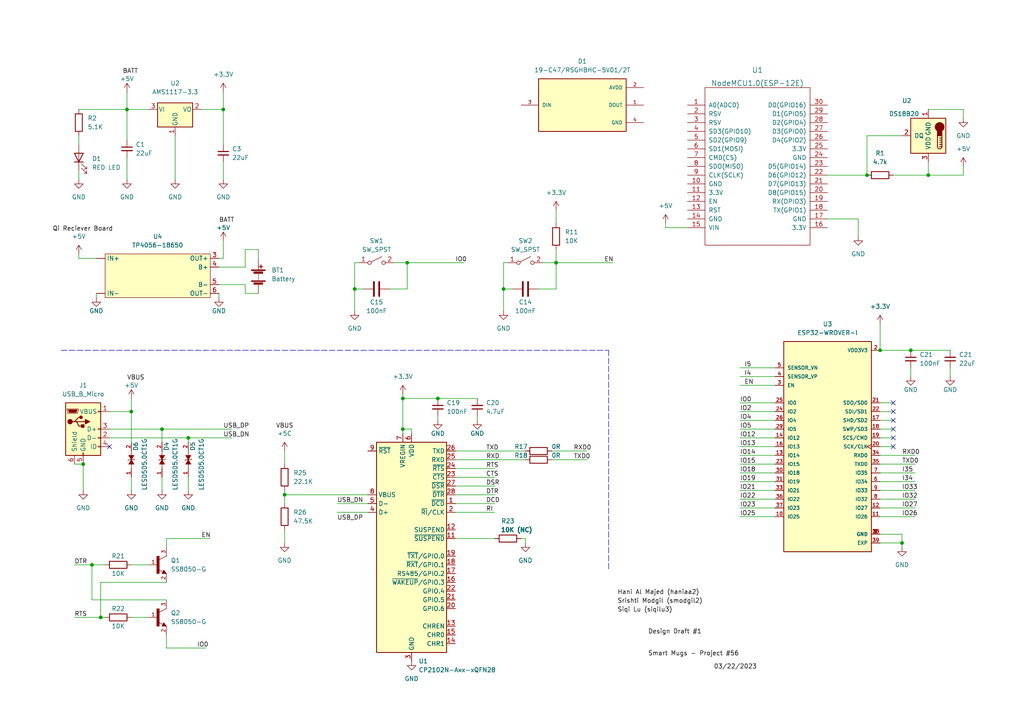
<source format=kicad_sch>
(kicad_sch (version 20211123) (generator eeschema)

  (uuid 6c7ba432-8bdc-4189-b941-ef54006bfa12)

  (paper "A4")

  (lib_symbols
    (symbol "19-C47_RSGHBHC-5V01_2T:19-C47{slash}RSGHBHC-5V01{slash}2T" (pin_names (offset 1.016)) (in_bom yes) (on_board yes)
      (property "Reference" "D" (id 0) (at -12.7 8.382 0)
        (effects (font (size 1.27 1.27)) (justify left bottom))
      )
      (property "Value" "19-C47{slash}RSGHBHC-5V01{slash}2T" (id 1) (at -12.7 -10.16 0)
        (effects (font (size 1.27 1.27)) (justify left bottom))
      )
      (property "Footprint" "LED_19-C47/RSGHBHC-5V01/2T" (id 2) (at 0 0 0)
        (effects (font (size 1.27 1.27)) (justify bottom) hide)
      )
      (property "Datasheet" "" (id 3) (at 0 0 0)
        (effects (font (size 1.27 1.27)) hide)
      )
      (property "STANDARD" "Manufacturer Recommendations" (id 4) (at 0 0 0)
        (effects (font (size 1.27 1.27)) (justify bottom) hide)
      )
      (property "MAXIMUM_PACKAGE_HEIGHT" "0.65 mm" (id 5) (at 0 0 0)
        (effects (font (size 1.27 1.27)) (justify bottom) hide)
      )
      (property "MANUFACTURER" "Everlight Electronics Co Ltd" (id 6) (at 0 0 0)
        (effects (font (size 1.27 1.27)) (justify bottom) hide)
      )
      (property "PARTREV" "5" (id 7) (at 0 0 0)
        (effects (font (size 1.27 1.27)) (justify bottom) hide)
      )
      (symbol "19-C47{slash}RSGHBHC-5V01{slash}2T_0_0"
        (rectangle (start -12.7 -7.62) (end 12.7 7.62)
          (stroke (width 0.254) (type default) (color 0 0 0 0))
          (fill (type background))
        )
        (pin output line (at 17.78 0 180) (length 5.08)
          (name "DOUT" (effects (font (size 1.016 1.016))))
          (number "1" (effects (font (size 1.016 1.016))))
        )
        (pin power_in line (at 17.78 5.08 180) (length 5.08)
          (name "AVDD" (effects (font (size 1.016 1.016))))
          (number "2" (effects (font (size 1.016 1.016))))
        )
        (pin input line (at -17.78 0 0) (length 5.08)
          (name "DIN" (effects (font (size 1.016 1.016))))
          (number "3" (effects (font (size 1.016 1.016))))
        )
        (pin power_in line (at 17.78 -5.08 180) (length 5.08)
          (name "GND" (effects (font (size 1.016 1.016))))
          (number "4" (effects (font (size 1.016 1.016))))
        )
      )
    )
    (symbol "Connector:USB_B_Micro" (pin_names (offset 1.016)) (in_bom yes) (on_board yes)
      (property "Reference" "J" (id 0) (at -5.08 11.43 0)
        (effects (font (size 1.27 1.27)) (justify left))
      )
      (property "Value" "USB_B_Micro" (id 1) (at -5.08 8.89 0)
        (effects (font (size 1.27 1.27)) (justify left))
      )
      (property "Footprint" "" (id 2) (at 3.81 -1.27 0)
        (effects (font (size 1.27 1.27)) hide)
      )
      (property "Datasheet" "~" (id 3) (at 3.81 -1.27 0)
        (effects (font (size 1.27 1.27)) hide)
      )
      (property "ki_keywords" "connector USB micro" (id 4) (at 0 0 0)
        (effects (font (size 1.27 1.27)) hide)
      )
      (property "ki_description" "USB Micro Type B connector" (id 5) (at 0 0 0)
        (effects (font (size 1.27 1.27)) hide)
      )
      (property "ki_fp_filters" "USB*" (id 6) (at 0 0 0)
        (effects (font (size 1.27 1.27)) hide)
      )
      (symbol "USB_B_Micro_0_1"
        (rectangle (start -5.08 -7.62) (end 5.08 7.62)
          (stroke (width 0.254) (type default) (color 0 0 0 0))
          (fill (type background))
        )
        (circle (center -3.81 2.159) (radius 0.635)
          (stroke (width 0.254) (type default) (color 0 0 0 0))
          (fill (type outline))
        )
        (circle (center -0.635 3.429) (radius 0.381)
          (stroke (width 0.254) (type default) (color 0 0 0 0))
          (fill (type outline))
        )
        (rectangle (start -0.127 -7.62) (end 0.127 -6.858)
          (stroke (width 0) (type default) (color 0 0 0 0))
          (fill (type none))
        )
        (polyline
          (pts
            (xy -1.905 2.159)
            (xy 0.635 2.159)
          )
          (stroke (width 0.254) (type default) (color 0 0 0 0))
          (fill (type none))
        )
        (polyline
          (pts
            (xy -3.175 2.159)
            (xy -2.54 2.159)
            (xy -1.27 3.429)
            (xy -0.635 3.429)
          )
          (stroke (width 0.254) (type default) (color 0 0 0 0))
          (fill (type none))
        )
        (polyline
          (pts
            (xy -2.54 2.159)
            (xy -1.905 2.159)
            (xy -1.27 0.889)
            (xy 0 0.889)
          )
          (stroke (width 0.254) (type default) (color 0 0 0 0))
          (fill (type none))
        )
        (polyline
          (pts
            (xy 0.635 2.794)
            (xy 0.635 1.524)
            (xy 1.905 2.159)
            (xy 0.635 2.794)
          )
          (stroke (width 0.254) (type default) (color 0 0 0 0))
          (fill (type outline))
        )
        (polyline
          (pts
            (xy -4.318 5.588)
            (xy -1.778 5.588)
            (xy -2.032 4.826)
            (xy -4.064 4.826)
            (xy -4.318 5.588)
          )
          (stroke (width 0) (type default) (color 0 0 0 0))
          (fill (type outline))
        )
        (polyline
          (pts
            (xy -4.699 5.842)
            (xy -4.699 5.588)
            (xy -4.445 4.826)
            (xy -4.445 4.572)
            (xy -1.651 4.572)
            (xy -1.651 4.826)
            (xy -1.397 5.588)
            (xy -1.397 5.842)
            (xy -4.699 5.842)
          )
          (stroke (width 0) (type default) (color 0 0 0 0))
          (fill (type none))
        )
        (rectangle (start 0.254 1.27) (end -0.508 0.508)
          (stroke (width 0.254) (type default) (color 0 0 0 0))
          (fill (type outline))
        )
        (rectangle (start 5.08 -5.207) (end 4.318 -4.953)
          (stroke (width 0) (type default) (color 0 0 0 0))
          (fill (type none))
        )
        (rectangle (start 5.08 -2.667) (end 4.318 -2.413)
          (stroke (width 0) (type default) (color 0 0 0 0))
          (fill (type none))
        )
        (rectangle (start 5.08 -0.127) (end 4.318 0.127)
          (stroke (width 0) (type default) (color 0 0 0 0))
          (fill (type none))
        )
        (rectangle (start 5.08 4.953) (end 4.318 5.207)
          (stroke (width 0) (type default) (color 0 0 0 0))
          (fill (type none))
        )
      )
      (symbol "USB_B_Micro_1_1"
        (pin power_out line (at 7.62 5.08 180) (length 2.54)
          (name "VBUS" (effects (font (size 1.27 1.27))))
          (number "1" (effects (font (size 1.27 1.27))))
        )
        (pin bidirectional line (at 7.62 -2.54 180) (length 2.54)
          (name "D-" (effects (font (size 1.27 1.27))))
          (number "2" (effects (font (size 1.27 1.27))))
        )
        (pin bidirectional line (at 7.62 0 180) (length 2.54)
          (name "D+" (effects (font (size 1.27 1.27))))
          (number "3" (effects (font (size 1.27 1.27))))
        )
        (pin passive line (at 7.62 -5.08 180) (length 2.54)
          (name "ID" (effects (font (size 1.27 1.27))))
          (number "4" (effects (font (size 1.27 1.27))))
        )
        (pin power_out line (at 0 -10.16 90) (length 2.54)
          (name "GND" (effects (font (size 1.27 1.27))))
          (number "5" (effects (font (size 1.27 1.27))))
        )
        (pin passive line (at -2.54 -10.16 90) (length 2.54)
          (name "Shield" (effects (font (size 1.27 1.27))))
          (number "6" (effects (font (size 1.27 1.27))))
        )
      )
    )
    (symbol "Device:Battery" (pin_numbers hide) (pin_names (offset 0) hide) (in_bom yes) (on_board yes)
      (property "Reference" "BT" (id 0) (at 2.54 2.54 0)
        (effects (font (size 1.27 1.27)) (justify left))
      )
      (property "Value" "Battery" (id 1) (at 2.54 0 0)
        (effects (font (size 1.27 1.27)) (justify left))
      )
      (property "Footprint" "" (id 2) (at 0 1.524 90)
        (effects (font (size 1.27 1.27)) hide)
      )
      (property "Datasheet" "~" (id 3) (at 0 1.524 90)
        (effects (font (size 1.27 1.27)) hide)
      )
      (property "ki_keywords" "batt voltage-source cell" (id 4) (at 0 0 0)
        (effects (font (size 1.27 1.27)) hide)
      )
      (property "ki_description" "Multiple-cell battery" (id 5) (at 0 0 0)
        (effects (font (size 1.27 1.27)) hide)
      )
      (symbol "Battery_0_1"
        (rectangle (start -2.032 -1.397) (end 2.032 -1.651)
          (stroke (width 0) (type default) (color 0 0 0 0))
          (fill (type outline))
        )
        (rectangle (start -2.032 1.778) (end 2.032 1.524)
          (stroke (width 0) (type default) (color 0 0 0 0))
          (fill (type outline))
        )
        (rectangle (start -1.3208 -1.9812) (end 1.27 -2.4892)
          (stroke (width 0) (type default) (color 0 0 0 0))
          (fill (type outline))
        )
        (rectangle (start -1.3208 1.1938) (end 1.27 0.6858)
          (stroke (width 0) (type default) (color 0 0 0 0))
          (fill (type outline))
        )
        (polyline
          (pts
            (xy 0 -1.524)
            (xy 0 -1.27)
          )
          (stroke (width 0) (type default) (color 0 0 0 0))
          (fill (type none))
        )
        (polyline
          (pts
            (xy 0 -1.016)
            (xy 0 -0.762)
          )
          (stroke (width 0) (type default) (color 0 0 0 0))
          (fill (type none))
        )
        (polyline
          (pts
            (xy 0 -0.508)
            (xy 0 -0.254)
          )
          (stroke (width 0) (type default) (color 0 0 0 0))
          (fill (type none))
        )
        (polyline
          (pts
            (xy 0 0)
            (xy 0 0.254)
          )
          (stroke (width 0) (type default) (color 0 0 0 0))
          (fill (type none))
        )
        (polyline
          (pts
            (xy 0 0.508)
            (xy 0 0.762)
          )
          (stroke (width 0) (type default) (color 0 0 0 0))
          (fill (type none))
        )
        (polyline
          (pts
            (xy 0 1.778)
            (xy 0 2.54)
          )
          (stroke (width 0) (type default) (color 0 0 0 0))
          (fill (type none))
        )
        (polyline
          (pts
            (xy 0.254 2.667)
            (xy 1.27 2.667)
          )
          (stroke (width 0.254) (type default) (color 0 0 0 0))
          (fill (type none))
        )
        (polyline
          (pts
            (xy 0.762 3.175)
            (xy 0.762 2.159)
          )
          (stroke (width 0.254) (type default) (color 0 0 0 0))
          (fill (type none))
        )
      )
      (symbol "Battery_1_1"
        (pin passive line (at 0 5.08 270) (length 2.54)
          (name "+" (effects (font (size 1.27 1.27))))
          (number "1" (effects (font (size 1.27 1.27))))
        )
        (pin passive line (at 0 -5.08 90) (length 2.54)
          (name "-" (effects (font (size 1.27 1.27))))
          (number "2" (effects (font (size 1.27 1.27))))
        )
      )
    )
    (symbol "Device:C" (pin_numbers hide) (pin_names (offset 0.254)) (in_bom yes) (on_board yes)
      (property "Reference" "C" (id 0) (at 0.635 2.54 0)
        (effects (font (size 1.27 1.27)) (justify left))
      )
      (property "Value" "C" (id 1) (at 0.635 -2.54 0)
        (effects (font (size 1.27 1.27)) (justify left))
      )
      (property "Footprint" "" (id 2) (at 0.9652 -3.81 0)
        (effects (font (size 1.27 1.27)) hide)
      )
      (property "Datasheet" "~" (id 3) (at 0 0 0)
        (effects (font (size 1.27 1.27)) hide)
      )
      (property "ki_keywords" "cap capacitor" (id 4) (at 0 0 0)
        (effects (font (size 1.27 1.27)) hide)
      )
      (property "ki_description" "Unpolarized capacitor" (id 5) (at 0 0 0)
        (effects (font (size 1.27 1.27)) hide)
      )
      (property "ki_fp_filters" "C_*" (id 6) (at 0 0 0)
        (effects (font (size 1.27 1.27)) hide)
      )
      (symbol "C_0_1"
        (polyline
          (pts
            (xy -2.032 -0.762)
            (xy 2.032 -0.762)
          )
          (stroke (width 0.508) (type default) (color 0 0 0 0))
          (fill (type none))
        )
        (polyline
          (pts
            (xy -2.032 0.762)
            (xy 2.032 0.762)
          )
          (stroke (width 0.508) (type default) (color 0 0 0 0))
          (fill (type none))
        )
      )
      (symbol "C_1_1"
        (pin passive line (at 0 3.81 270) (length 2.794)
          (name "~" (effects (font (size 1.27 1.27))))
          (number "1" (effects (font (size 1.27 1.27))))
        )
        (pin passive line (at 0 -3.81 90) (length 2.794)
          (name "~" (effects (font (size 1.27 1.27))))
          (number "2" (effects (font (size 1.27 1.27))))
        )
      )
    )
    (symbol "Device:C_Small" (pin_numbers hide) (pin_names (offset 0.254) hide) (in_bom yes) (on_board yes)
      (property "Reference" "C" (id 0) (at 0.254 1.778 0)
        (effects (font (size 1.27 1.27)) (justify left))
      )
      (property "Value" "C_Small" (id 1) (at 0.254 -2.032 0)
        (effects (font (size 1.27 1.27)) (justify left))
      )
      (property "Footprint" "" (id 2) (at 0 0 0)
        (effects (font (size 1.27 1.27)) hide)
      )
      (property "Datasheet" "~" (id 3) (at 0 0 0)
        (effects (font (size 1.27 1.27)) hide)
      )
      (property "ki_keywords" "capacitor cap" (id 4) (at 0 0 0)
        (effects (font (size 1.27 1.27)) hide)
      )
      (property "ki_description" "Unpolarized capacitor, small symbol" (id 5) (at 0 0 0)
        (effects (font (size 1.27 1.27)) hide)
      )
      (property "ki_fp_filters" "C_*" (id 6) (at 0 0 0)
        (effects (font (size 1.27 1.27)) hide)
      )
      (symbol "C_Small_0_1"
        (polyline
          (pts
            (xy -1.524 -0.508)
            (xy 1.524 -0.508)
          )
          (stroke (width 0.3302) (type default) (color 0 0 0 0))
          (fill (type none))
        )
        (polyline
          (pts
            (xy -1.524 0.508)
            (xy 1.524 0.508)
          )
          (stroke (width 0.3048) (type default) (color 0 0 0 0))
          (fill (type none))
        )
      )
      (symbol "C_Small_1_1"
        (pin passive line (at 0 2.54 270) (length 2.032)
          (name "~" (effects (font (size 1.27 1.27))))
          (number "1" (effects (font (size 1.27 1.27))))
        )
        (pin passive line (at 0 -2.54 90) (length 2.032)
          (name "~" (effects (font (size 1.27 1.27))))
          (number "2" (effects (font (size 1.27 1.27))))
        )
      )
    )
    (symbol "Device:LED" (pin_numbers hide) (pin_names (offset 1.016) hide) (in_bom yes) (on_board yes)
      (property "Reference" "D" (id 0) (at 0 2.54 0)
        (effects (font (size 1.27 1.27)))
      )
      (property "Value" "LED" (id 1) (at 0 -2.54 0)
        (effects (font (size 1.27 1.27)))
      )
      (property "Footprint" "" (id 2) (at 0 0 0)
        (effects (font (size 1.27 1.27)) hide)
      )
      (property "Datasheet" "~" (id 3) (at 0 0 0)
        (effects (font (size 1.27 1.27)) hide)
      )
      (property "ki_keywords" "LED diode" (id 4) (at 0 0 0)
        (effects (font (size 1.27 1.27)) hide)
      )
      (property "ki_description" "Light emitting diode" (id 5) (at 0 0 0)
        (effects (font (size 1.27 1.27)) hide)
      )
      (property "ki_fp_filters" "LED* LED_SMD:* LED_THT:*" (id 6) (at 0 0 0)
        (effects (font (size 1.27 1.27)) hide)
      )
      (symbol "LED_0_1"
        (polyline
          (pts
            (xy -1.27 -1.27)
            (xy -1.27 1.27)
          )
          (stroke (width 0.254) (type default) (color 0 0 0 0))
          (fill (type none))
        )
        (polyline
          (pts
            (xy -1.27 0)
            (xy 1.27 0)
          )
          (stroke (width 0) (type default) (color 0 0 0 0))
          (fill (type none))
        )
        (polyline
          (pts
            (xy 1.27 -1.27)
            (xy 1.27 1.27)
            (xy -1.27 0)
            (xy 1.27 -1.27)
          )
          (stroke (width 0.254) (type default) (color 0 0 0 0))
          (fill (type none))
        )
        (polyline
          (pts
            (xy -3.048 -0.762)
            (xy -4.572 -2.286)
            (xy -3.81 -2.286)
            (xy -4.572 -2.286)
            (xy -4.572 -1.524)
          )
          (stroke (width 0) (type default) (color 0 0 0 0))
          (fill (type none))
        )
        (polyline
          (pts
            (xy -1.778 -0.762)
            (xy -3.302 -2.286)
            (xy -2.54 -2.286)
            (xy -3.302 -2.286)
            (xy -3.302 -1.524)
          )
          (stroke (width 0) (type default) (color 0 0 0 0))
          (fill (type none))
        )
      )
      (symbol "LED_1_1"
        (pin passive line (at -3.81 0 0) (length 2.54)
          (name "K" (effects (font (size 1.27 1.27))))
          (number "1" (effects (font (size 1.27 1.27))))
        )
        (pin passive line (at 3.81 0 180) (length 2.54)
          (name "A" (effects (font (size 1.27 1.27))))
          (number "2" (effects (font (size 1.27 1.27))))
        )
      )
    )
    (symbol "Device:R" (pin_numbers hide) (pin_names (offset 0)) (in_bom yes) (on_board yes)
      (property "Reference" "R" (id 0) (at 2.032 0 90)
        (effects (font (size 1.27 1.27)))
      )
      (property "Value" "R" (id 1) (at 0 0 90)
        (effects (font (size 1.27 1.27)))
      )
      (property "Footprint" "" (id 2) (at -1.778 0 90)
        (effects (font (size 1.27 1.27)) hide)
      )
      (property "Datasheet" "~" (id 3) (at 0 0 0)
        (effects (font (size 1.27 1.27)) hide)
      )
      (property "ki_keywords" "R res resistor" (id 4) (at 0 0 0)
        (effects (font (size 1.27 1.27)) hide)
      )
      (property "ki_description" "Resistor" (id 5) (at 0 0 0)
        (effects (font (size 1.27 1.27)) hide)
      )
      (property "ki_fp_filters" "R_*" (id 6) (at 0 0 0)
        (effects (font (size 1.27 1.27)) hide)
      )
      (symbol "R_0_1"
        (rectangle (start -1.016 -2.54) (end 1.016 2.54)
          (stroke (width 0.254) (type default) (color 0 0 0 0))
          (fill (type none))
        )
      )
      (symbol "R_1_1"
        (pin passive line (at 0 3.81 270) (length 1.27)
          (name "~" (effects (font (size 1.27 1.27))))
          (number "1" (effects (font (size 1.27 1.27))))
        )
        (pin passive line (at 0 -3.81 90) (length 1.27)
          (name "~" (effects (font (size 1.27 1.27))))
          (number "2" (effects (font (size 1.27 1.27))))
        )
      )
    )
    (symbol "ESP32-WROVER-I:ESP32-WROVER-I" (pin_names (offset 1.016)) (in_bom yes) (on_board yes)
      (property "Reference" "A" (id 0) (at -12.7309 30.5539 0)
        (effects (font (size 1.27 1.27)) (justify left bottom))
      )
      (property "Value" "ESP32-WROVER-I" (id 1) (at -12.736 -33.1102 0)
        (effects (font (size 1.27 1.27)) (justify left bottom))
      )
      (property "Footprint" "XCVR_ESP32-WROVER-I" (id 2) (at 0 0 0)
        (effects (font (size 1.27 1.27)) (justify bottom) hide)
      )
      (property "Datasheet" "" (id 3) (at 0 0 0)
        (effects (font (size 1.27 1.27)) hide)
      )
      (property "MP" "ESP32-WROVER-I" (id 4) (at 0 0 0)
        (effects (font (size 1.27 1.27)) (justify bottom) hide)
      )
      (property "DIGI-KEY_PURCHASE_URL" "https://www.digikey.com/product-detail/en/espressif-systems/ESP32-WROVER-I/1904-1008-1-ND/8544303?utm_source=snapeda&utm_medium=aggregator&utm_campaign=symbol" (id 5) (at 0 0 0)
        (effects (font (size 1.27 1.27)) (justify bottom) hide)
      )
      (property "MF" "Espressif Systems" (id 6) (at 0 0 0)
        (effects (font (size 1.27 1.27)) (justify bottom) hide)
      )
      (property "PACKAGE" "Module Espressif Systems" (id 7) (at 0 0 0)
        (effects (font (size 1.27 1.27)) (justify bottom) hide)
      )
      (property "DESCRIPTION" "Module: combo; GPIO, I2C x2, I2S x2, SDIO, SPI x3, UART x3; U.FL" (id 8) (at 0 0 0)
        (effects (font (size 1.27 1.27)) (justify bottom) hide)
      )
      (property "DIGI-KEY_PART_NUMBER" "1904-1008-1-ND" (id 9) (at 0 0 0)
        (effects (font (size 1.27 1.27)) (justify bottom) hide)
      )
      (symbol "ESP32-WROVER-I_0_0"
        (rectangle (start -12.7 -30.48) (end 12.7 30.48)
          (stroke (width 0.254) (type default) (color 0 0 0 0))
          (fill (type background))
        )
        (pin power_in line (at 15.24 -25.4 180) (length 2.54)
          (name "GND" (effects (font (size 1.016 1.016))))
          (number "1" (effects (font (size 1.016 1.016))))
        )
        (pin bidirectional line (at -15.24 -20.32 0) (length 2.54)
          (name "IO25" (effects (font (size 1.016 1.016))))
          (number "10" (effects (font (size 1.016 1.016))))
        )
        (pin bidirectional line (at 15.24 -20.32 180) (length 2.54)
          (name "IO26" (effects (font (size 1.016 1.016))))
          (number "11" (effects (font (size 1.016 1.016))))
        )
        (pin bidirectional line (at 15.24 -17.78 180) (length 2.54)
          (name "IO27" (effects (font (size 1.016 1.016))))
          (number "12" (effects (font (size 1.016 1.016))))
        )
        (pin bidirectional line (at -15.24 -2.54 0) (length 2.54)
          (name "IO14" (effects (font (size 1.016 1.016))))
          (number "13" (effects (font (size 1.016 1.016))))
        )
        (pin bidirectional line (at -15.24 2.54 0) (length 2.54)
          (name "IO12" (effects (font (size 1.016 1.016))))
          (number "14" (effects (font (size 1.016 1.016))))
        )
        (pin power_in line (at 15.24 -25.4 180) (length 2.54)
          (name "GND" (effects (font (size 1.016 1.016))))
          (number "15" (effects (font (size 1.016 1.016))))
        )
        (pin bidirectional line (at -15.24 0 0) (length 2.54)
          (name "IO13" (effects (font (size 1.016 1.016))))
          (number "16" (effects (font (size 1.016 1.016))))
        )
        (pin bidirectional line (at 15.24 7.62 180) (length 2.54)
          (name "SHD/SD2" (effects (font (size 1.016 1.016))))
          (number "17" (effects (font (size 1.016 1.016))))
        )
        (pin bidirectional line (at 15.24 5.08 180) (length 2.54)
          (name "SWP/SD3" (effects (font (size 1.016 1.016))))
          (number "18" (effects (font (size 1.016 1.016))))
        )
        (pin bidirectional line (at 15.24 2.54 180) (length 2.54)
          (name "SCS/CMD" (effects (font (size 1.016 1.016))))
          (number "19" (effects (font (size 1.016 1.016))))
        )
        (pin power_in line (at 15.24 27.94 180) (length 2.54)
          (name "VDD3V3" (effects (font (size 1.016 1.016))))
          (number "2" (effects (font (size 1.016 1.016))))
        )
        (pin bidirectional clock (at 15.24 0 180) (length 2.54)
          (name "SCK/CLK" (effects (font (size 1.016 1.016))))
          (number "20" (effects (font (size 1.016 1.016))))
        )
        (pin bidirectional line (at 15.24 12.7 180) (length 2.54)
          (name "SDO/SD0" (effects (font (size 1.016 1.016))))
          (number "21" (effects (font (size 1.016 1.016))))
        )
        (pin bidirectional line (at 15.24 10.16 180) (length 2.54)
          (name "SDI/SD1" (effects (font (size 1.016 1.016))))
          (number "22" (effects (font (size 1.016 1.016))))
        )
        (pin bidirectional line (at -15.24 -5.08 0) (length 2.54)
          (name "IO15" (effects (font (size 1.016 1.016))))
          (number "23" (effects (font (size 1.016 1.016))))
        )
        (pin bidirectional line (at -15.24 10.16 0) (length 2.54)
          (name "IO2" (effects (font (size 1.016 1.016))))
          (number "24" (effects (font (size 1.016 1.016))))
        )
        (pin bidirectional line (at -15.24 12.7 0) (length 2.54)
          (name "IO0" (effects (font (size 1.016 1.016))))
          (number "25" (effects (font (size 1.016 1.016))))
        )
        (pin bidirectional line (at -15.24 7.62 0) (length 2.54)
          (name "IO4" (effects (font (size 1.016 1.016))))
          (number "26" (effects (font (size 1.016 1.016))))
        )
        (pin bidirectional line (at -15.24 5.08 0) (length 2.54)
          (name "IO5" (effects (font (size 1.016 1.016))))
          (number "29" (effects (font (size 1.016 1.016))))
        )
        (pin input line (at -15.24 17.78 0) (length 2.54)
          (name "EN" (effects (font (size 1.016 1.016))))
          (number "3" (effects (font (size 1.016 1.016))))
        )
        (pin bidirectional line (at -15.24 -7.62 0) (length 2.54)
          (name "IO18" (effects (font (size 1.016 1.016))))
          (number "30" (effects (font (size 1.016 1.016))))
        )
        (pin bidirectional line (at -15.24 -10.16 0) (length 2.54)
          (name "IO19" (effects (font (size 1.016 1.016))))
          (number "31" (effects (font (size 1.016 1.016))))
        )
        (pin bidirectional line (at -15.24 -12.7 0) (length 2.54)
          (name "IO21" (effects (font (size 1.016 1.016))))
          (number "33" (effects (font (size 1.016 1.016))))
        )
        (pin bidirectional line (at 15.24 -2.54 180) (length 2.54)
          (name "RXD0" (effects (font (size 1.016 1.016))))
          (number "34" (effects (font (size 1.016 1.016))))
        )
        (pin bidirectional line (at 15.24 -5.08 180) (length 2.54)
          (name "TXD0" (effects (font (size 1.016 1.016))))
          (number "35" (effects (font (size 1.016 1.016))))
        )
        (pin bidirectional line (at -15.24 -15.24 0) (length 2.54)
          (name "IO22" (effects (font (size 1.016 1.016))))
          (number "36" (effects (font (size 1.016 1.016))))
        )
        (pin bidirectional line (at -15.24 -17.78 0) (length 2.54)
          (name "IO23" (effects (font (size 1.016 1.016))))
          (number "37" (effects (font (size 1.016 1.016))))
        )
        (pin power_in line (at 15.24 -25.4 180) (length 2.54)
          (name "GND" (effects (font (size 1.016 1.016))))
          (number "38" (effects (font (size 1.016 1.016))))
        )
        (pin power_in line (at 15.24 -27.94 180) (length 2.54)
          (name "EXP" (effects (font (size 1.016 1.016))))
          (number "39" (effects (font (size 1.016 1.016))))
        )
        (pin input line (at -15.24 20.32 0) (length 2.54)
          (name "SENSOR_VP" (effects (font (size 1.016 1.016))))
          (number "4" (effects (font (size 1.016 1.016))))
        )
        (pin input line (at -15.24 22.86 0) (length 2.54)
          (name "SENSOR_VN" (effects (font (size 1.016 1.016))))
          (number "5" (effects (font (size 1.016 1.016))))
        )
        (pin input line (at 15.24 -10.16 180) (length 2.54)
          (name "IO34" (effects (font (size 1.016 1.016))))
          (number "6" (effects (font (size 1.016 1.016))))
        )
        (pin input line (at 15.24 -7.62 180) (length 2.54)
          (name "IO35" (effects (font (size 1.016 1.016))))
          (number "7" (effects (font (size 1.016 1.016))))
        )
        (pin bidirectional line (at 15.24 -15.24 180) (length 2.54)
          (name "IO32" (effects (font (size 1.016 1.016))))
          (number "8" (effects (font (size 1.016 1.016))))
        )
        (pin bidirectional line (at 15.24 -12.7 180) (length 2.54)
          (name "IO33" (effects (font (size 1.016 1.016))))
          (number "9" (effects (font (size 1.016 1.016))))
        )
      )
    )
    (symbol "ESP8266:NodeMCU1.0(ESP-12E)" (pin_names (offset 1.016)) (in_bom yes) (on_board yes)
      (property "Reference" "U" (id 0) (at 0 21.59 0)
        (effects (font (size 1.524 1.524)))
      )
      (property "Value" "NodeMCU1.0(ESP-12E)" (id 1) (at 0 -21.59 0)
        (effects (font (size 1.524 1.524)))
      )
      (property "Footprint" "" (id 2) (at -15.24 -21.59 0)
        (effects (font (size 1.524 1.524)))
      )
      (property "Datasheet" "" (id 3) (at -15.24 -21.59 0)
        (effects (font (size 1.524 1.524)))
      )
      (symbol "NodeMCU1.0(ESP-12E)_0_1"
        (rectangle (start -15.24 -22.86) (end 15.24 22.86)
          (stroke (width 0) (type default) (color 0 0 0 0))
          (fill (type none))
        )
      )
      (symbol "NodeMCU1.0(ESP-12E)_1_1"
        (pin input line (at -20.32 17.78 0) (length 5.08)
          (name "A0(ADC0)" (effects (font (size 1.27 1.27))))
          (number "1" (effects (font (size 1.27 1.27))))
        )
        (pin input line (at -20.32 -5.08 0) (length 5.08)
          (name "GND" (effects (font (size 1.27 1.27))))
          (number "10" (effects (font (size 1.27 1.27))))
        )
        (pin input line (at -20.32 -7.62 0) (length 5.08)
          (name "3.3V" (effects (font (size 1.27 1.27))))
          (number "11" (effects (font (size 1.27 1.27))))
        )
        (pin input line (at -20.32 -10.16 0) (length 5.08)
          (name "EN" (effects (font (size 1.27 1.27))))
          (number "12" (effects (font (size 1.27 1.27))))
        )
        (pin input line (at -20.32 -12.7 0) (length 5.08)
          (name "RST" (effects (font (size 1.27 1.27))))
          (number "13" (effects (font (size 1.27 1.27))))
        )
        (pin input line (at -20.32 -15.24 0) (length 5.08)
          (name "GND" (effects (font (size 1.27 1.27))))
          (number "14" (effects (font (size 1.27 1.27))))
        )
        (pin input line (at -20.32 -17.78 0) (length 5.08)
          (name "VIN" (effects (font (size 1.27 1.27))))
          (number "15" (effects (font (size 1.27 1.27))))
        )
        (pin input line (at 20.32 -17.78 180) (length 5.08)
          (name "3.3V" (effects (font (size 1.27 1.27))))
          (number "16" (effects (font (size 1.27 1.27))))
        )
        (pin input line (at 20.32 -15.24 180) (length 5.08)
          (name "GND" (effects (font (size 1.27 1.27))))
          (number "17" (effects (font (size 1.27 1.27))))
        )
        (pin input line (at 20.32 -12.7 180) (length 5.08)
          (name "TX(GPIO1)" (effects (font (size 1.27 1.27))))
          (number "18" (effects (font (size 1.27 1.27))))
        )
        (pin input line (at 20.32 -10.16 180) (length 5.08)
          (name "RX(DPIO3)" (effects (font (size 1.27 1.27))))
          (number "19" (effects (font (size 1.27 1.27))))
        )
        (pin input line (at -20.32 15.24 0) (length 5.08)
          (name "RSV" (effects (font (size 1.27 1.27))))
          (number "2" (effects (font (size 1.27 1.27))))
        )
        (pin input line (at 20.32 -7.62 180) (length 5.08)
          (name "D8(GPIO15)" (effects (font (size 1.27 1.27))))
          (number "20" (effects (font (size 1.27 1.27))))
        )
        (pin input line (at 20.32 -5.08 180) (length 5.08)
          (name "D7(GPIO13)" (effects (font (size 1.27 1.27))))
          (number "21" (effects (font (size 1.27 1.27))))
        )
        (pin input line (at 20.32 -2.54 180) (length 5.08)
          (name "D6(GPIO12)" (effects (font (size 1.27 1.27))))
          (number "22" (effects (font (size 1.27 1.27))))
        )
        (pin input line (at 20.32 0 180) (length 5.08)
          (name "D5(GPIO14)" (effects (font (size 1.27 1.27))))
          (number "23" (effects (font (size 1.27 1.27))))
        )
        (pin input line (at 20.32 2.54 180) (length 5.08)
          (name "GND" (effects (font (size 1.27 1.27))))
          (number "24" (effects (font (size 1.27 1.27))))
        )
        (pin input line (at 20.32 5.08 180) (length 5.08)
          (name "3.3V" (effects (font (size 1.27 1.27))))
          (number "25" (effects (font (size 1.27 1.27))))
        )
        (pin input line (at 20.32 7.62 180) (length 5.08)
          (name "D4(GPIO2)" (effects (font (size 1.27 1.27))))
          (number "26" (effects (font (size 1.27 1.27))))
        )
        (pin input line (at 20.32 10.16 180) (length 5.08)
          (name "D3(GPIO0)" (effects (font (size 1.27 1.27))))
          (number "27" (effects (font (size 1.27 1.27))))
        )
        (pin input line (at 20.32 12.7 180) (length 5.08)
          (name "D2(GPIO4)" (effects (font (size 1.27 1.27))))
          (number "28" (effects (font (size 1.27 1.27))))
        )
        (pin input line (at 20.32 15.24 180) (length 5.08)
          (name "D1(GPIO5)" (effects (font (size 1.27 1.27))))
          (number "29" (effects (font (size 1.27 1.27))))
        )
        (pin input line (at -20.32 12.7 0) (length 5.08)
          (name "RSV" (effects (font (size 1.27 1.27))))
          (number "3" (effects (font (size 1.27 1.27))))
        )
        (pin input line (at 20.32 17.78 180) (length 5.08)
          (name "D0(GPIO16)" (effects (font (size 1.27 1.27))))
          (number "30" (effects (font (size 1.27 1.27))))
        )
        (pin input line (at -20.32 10.16 0) (length 5.08)
          (name "SD3(GPIO10)" (effects (font (size 1.27 1.27))))
          (number "4" (effects (font (size 1.27 1.27))))
        )
        (pin input line (at -20.32 7.62 0) (length 5.08)
          (name "SD2(GPIO9)" (effects (font (size 1.27 1.27))))
          (number "5" (effects (font (size 1.27 1.27))))
        )
        (pin input line (at -20.32 5.08 0) (length 5.08)
          (name "SD1(MOSI)" (effects (font (size 1.27 1.27))))
          (number "6" (effects (font (size 1.27 1.27))))
        )
        (pin input line (at -20.32 2.54 0) (length 5.08)
          (name "CMD(CS)" (effects (font (size 1.27 1.27))))
          (number "7" (effects (font (size 1.27 1.27))))
        )
        (pin input line (at -20.32 0 0) (length 5.08)
          (name "SDO(MISO)" (effects (font (size 1.27 1.27))))
          (number "8" (effects (font (size 1.27 1.27))))
        )
        (pin input line (at -20.32 -2.54 0) (length 5.08)
          (name "CLK(SCLK)" (effects (font (size 1.27 1.27))))
          (number "9" (effects (font (size 1.27 1.27))))
        )
      )
    )
    (symbol "Interface_USB:CP2102N-Axx-xQFN28" (in_bom yes) (on_board yes)
      (property "Reference" "U" (id 0) (at -8.89 31.75 0)
        (effects (font (size 1.27 1.27)))
      )
      (property "Value" "CP2102N-Axx-xQFN28" (id 1) (at 12.7 31.75 0)
        (effects (font (size 1.27 1.27)))
      )
      (property "Footprint" "Package_DFN_QFN:QFN-28-1EP_5x5mm_P0.5mm_EP3.35x3.35mm" (id 2) (at 33.02 -31.75 0)
        (effects (font (size 1.27 1.27)) hide)
      )
      (property "Datasheet" "https://www.silabs.com/documents/public/data-sheets/cp2102n-datasheet.pdf" (id 3) (at 1.27 -19.05 0)
        (effects (font (size 1.27 1.27)) hide)
      )
      (property "ki_keywords" "USB UART bridge" (id 4) (at 0 0 0)
        (effects (font (size 1.27 1.27)) hide)
      )
      (property "ki_description" "USB to UART master bridge, QFN-28" (id 5) (at 0 0 0)
        (effects (font (size 1.27 1.27)) hide)
      )
      (property "ki_fp_filters" "QFN*1EP*5x5mm*P0.5mm*" (id 6) (at 0 0 0)
        (effects (font (size 1.27 1.27)) hide)
      )
      (symbol "CP2102N-Axx-xQFN28_0_1"
        (rectangle (start -10.16 30.48) (end 10.16 -30.48)
          (stroke (width 0.254) (type default) (color 0 0 0 0))
          (fill (type background))
        )
      )
      (symbol "CP2102N-Axx-xQFN28_1_1"
        (pin input line (at 12.7 12.7 180) (length 2.54)
          (name "~{DCD}" (effects (font (size 1.27 1.27))))
          (number "1" (effects (font (size 1.27 1.27))))
        )
        (pin no_connect line (at -10.16 -27.94 0) (length 2.54) hide
          (name "NC" (effects (font (size 1.27 1.27))))
          (number "10" (effects (font (size 1.27 1.27))))
        )
        (pin output line (at 12.7 2.54 180) (length 2.54)
          (name "~{SUSPEND}" (effects (font (size 1.27 1.27))))
          (number "11" (effects (font (size 1.27 1.27))))
        )
        (pin output line (at 12.7 5.08 180) (length 2.54)
          (name "SUSPEND" (effects (font (size 1.27 1.27))))
          (number "12" (effects (font (size 1.27 1.27))))
        )
        (pin output line (at 12.7 -22.86 180) (length 2.54)
          (name "CHREN" (effects (font (size 1.27 1.27))))
          (number "13" (effects (font (size 1.27 1.27))))
        )
        (pin output line (at 12.7 -27.94 180) (length 2.54)
          (name "CHR1" (effects (font (size 1.27 1.27))))
          (number "14" (effects (font (size 1.27 1.27))))
        )
        (pin output line (at 12.7 -25.4 180) (length 2.54)
          (name "CHR0" (effects (font (size 1.27 1.27))))
          (number "15" (effects (font (size 1.27 1.27))))
        )
        (pin bidirectional line (at 12.7 -10.16 180) (length 2.54)
          (name "~{WAKEUP}/GPIO.3" (effects (font (size 1.27 1.27))))
          (number "16" (effects (font (size 1.27 1.27))))
        )
        (pin bidirectional line (at 12.7 -7.62 180) (length 2.54)
          (name "RS485/GPIO.2" (effects (font (size 1.27 1.27))))
          (number "17" (effects (font (size 1.27 1.27))))
        )
        (pin bidirectional line (at 12.7 -5.08 180) (length 2.54)
          (name "~{RXT}/GPIO.1" (effects (font (size 1.27 1.27))))
          (number "18" (effects (font (size 1.27 1.27))))
        )
        (pin bidirectional line (at 12.7 -2.54 180) (length 2.54)
          (name "~{TXT}/GPIO.0" (effects (font (size 1.27 1.27))))
          (number "19" (effects (font (size 1.27 1.27))))
        )
        (pin bidirectional line (at 12.7 10.16 180) (length 2.54)
          (name "~{RI}/CLK" (effects (font (size 1.27 1.27))))
          (number "2" (effects (font (size 1.27 1.27))))
        )
        (pin bidirectional line (at 12.7 -17.78 180) (length 2.54)
          (name "GPIO.6" (effects (font (size 1.27 1.27))))
          (number "20" (effects (font (size 1.27 1.27))))
        )
        (pin bidirectional line (at 12.7 -15.24 180) (length 2.54)
          (name "GPIO.5" (effects (font (size 1.27 1.27))))
          (number "21" (effects (font (size 1.27 1.27))))
        )
        (pin bidirectional line (at 12.7 -12.7 180) (length 2.54)
          (name "GPIO.4" (effects (font (size 1.27 1.27))))
          (number "22" (effects (font (size 1.27 1.27))))
        )
        (pin input line (at 12.7 20.32 180) (length 2.54)
          (name "~{CTS}" (effects (font (size 1.27 1.27))))
          (number "23" (effects (font (size 1.27 1.27))))
        )
        (pin output line (at 12.7 22.86 180) (length 2.54)
          (name "~{RTS}" (effects (font (size 1.27 1.27))))
          (number "24" (effects (font (size 1.27 1.27))))
        )
        (pin input line (at 12.7 25.4 180) (length 2.54)
          (name "RXD" (effects (font (size 1.27 1.27))))
          (number "25" (effects (font (size 1.27 1.27))))
        )
        (pin output line (at 12.7 27.94 180) (length 2.54)
          (name "TXD" (effects (font (size 1.27 1.27))))
          (number "26" (effects (font (size 1.27 1.27))))
        )
        (pin input line (at 12.7 17.78 180) (length 2.54)
          (name "~{DSR}" (effects (font (size 1.27 1.27))))
          (number "27" (effects (font (size 1.27 1.27))))
        )
        (pin output line (at 12.7 15.24 180) (length 2.54)
          (name "~{DTR}" (effects (font (size 1.27 1.27))))
          (number "28" (effects (font (size 1.27 1.27))))
        )
        (pin passive line (at 0 -33.02 90) (length 2.54) hide
          (name "GND" (effects (font (size 1.27 1.27))))
          (number "29" (effects (font (size 1.27 1.27))))
        )
        (pin power_in line (at 0 -33.02 90) (length 2.54)
          (name "GND" (effects (font (size 1.27 1.27))))
          (number "3" (effects (font (size 1.27 1.27))))
        )
        (pin bidirectional line (at -12.7 10.16 0) (length 2.54)
          (name "D+" (effects (font (size 1.27 1.27))))
          (number "4" (effects (font (size 1.27 1.27))))
        )
        (pin bidirectional line (at -12.7 12.7 0) (length 2.54)
          (name "D-" (effects (font (size 1.27 1.27))))
          (number "5" (effects (font (size 1.27 1.27))))
        )
        (pin power_in line (at 0 33.02 270) (length 2.54)
          (name "VDD" (effects (font (size 1.27 1.27))))
          (number "6" (effects (font (size 1.27 1.27))))
        )
        (pin power_in line (at -2.54 33.02 270) (length 2.54)
          (name "VREGIN" (effects (font (size 1.27 1.27))))
          (number "7" (effects (font (size 1.27 1.27))))
        )
        (pin input line (at -12.7 15.24 0) (length 2.54)
          (name "VBUS" (effects (font (size 1.27 1.27))))
          (number "8" (effects (font (size 1.27 1.27))))
        )
        (pin input line (at -12.7 27.94 0) (length 2.54)
          (name "~{RST}" (effects (font (size 1.27 1.27))))
          (number "9" (effects (font (size 1.27 1.27))))
        )
      )
    )
    (symbol "LESD5D5.0CT1G:LESD5D5.0CT1G" (pin_names (offset 1.016)) (in_bom yes) (on_board yes)
      (property "Reference" "D" (id 0) (at -5.08 2.54 0)
        (effects (font (size 1.27 1.27)) (justify left bottom))
      )
      (property "Value" "LESD5D5.0CT1G" (id 1) (at -5.08 -5.08 0)
        (effects (font (size 1.27 1.27)) (justify left bottom))
      )
      (property "Footprint" "TVS_LESD5D5.0CT1G" (id 2) (at 0 0 0)
        (effects (font (size 1.27 1.27)) (justify bottom) hide)
      )
      (property "Datasheet" "" (id 3) (at 0 0 0)
        (effects (font (size 1.27 1.27)) hide)
      )
      (property "STANDARD" "Manufacturer Recommendations" (id 4) (at 0 0 0)
        (effects (font (size 1.27 1.27)) (justify bottom) hide)
      )
      (property "MAXIMUM_PACKAGE_HEIGHT" "0.7 mm" (id 5) (at 0 0 0)
        (effects (font (size 1.27 1.27)) (justify bottom) hide)
      )
      (property "MANUFACTURER" "LRC" (id 6) (at 0 0 0)
        (effects (font (size 1.27 1.27)) (justify bottom) hide)
      )
      (property "PARTREV" "O" (id 7) (at 0 0 0)
        (effects (font (size 1.27 1.27)) (justify bottom) hide)
      )
      (symbol "LESD5D5.0CT1G_0_0"
        (polyline
          (pts
            (xy -1.27 0)
            (xy -2.54 0)
          )
          (stroke (width 0.1524) (type default) (color 0 0 0 0))
          (fill (type none))
        )
        (polyline
          (pts
            (xy 0 -0.762)
            (xy -0.254 -1.016)
          )
          (stroke (width 0.1524) (type default) (color 0 0 0 0))
          (fill (type none))
        )
        (polyline
          (pts
            (xy 0 -0.762)
            (xy 0 0.762)
          )
          (stroke (width 0.1524) (type default) (color 0 0 0 0))
          (fill (type none))
        )
        (polyline
          (pts
            (xy 0 0.762)
            (xy 0.254 1.016)
          )
          (stroke (width 0.1524) (type default) (color 0 0 0 0))
          (fill (type none))
        )
        (polyline
          (pts
            (xy 1.27 0)
            (xy 2.54 0)
          )
          (stroke (width 0.1524) (type default) (color 0 0 0 0))
          (fill (type none))
        )
        (polyline
          (pts
            (xy 0 0)
            (xy -1.27 -0.762)
            (xy -1.27 0.762)
            (xy 0 0)
          )
          (stroke (width 0.1524) (type default) (color 0 0 0 0))
          (fill (type outline))
        )
        (polyline
          (pts
            (xy 0 0)
            (xy 1.27 0.762)
            (xy 1.27 -0.762)
            (xy 0 0)
          )
          (stroke (width 0.1524) (type default) (color 0 0 0 0))
          (fill (type outline))
        )
        (pin passive line (at -5.08 0 0) (length 2.54)
          (name "~" (effects (font (size 1.016 1.016))))
          (number "1" (effects (font (size 1.016 1.016))))
        )
        (pin passive line (at 5.08 0 180) (length 2.54)
          (name "~" (effects (font (size 1.016 1.016))))
          (number "2" (effects (font (size 1.016 1.016))))
        )
      )
    )
    (symbol "Regulator_Linear:AMS1117-3.3" (pin_names (offset 0.254)) (in_bom yes) (on_board yes)
      (property "Reference" "U" (id 0) (at -3.81 3.175 0)
        (effects (font (size 1.27 1.27)))
      )
      (property "Value" "AMS1117-3.3" (id 1) (at 0 3.175 0)
        (effects (font (size 1.27 1.27)) (justify left))
      )
      (property "Footprint" "Package_TO_SOT_SMD:SOT-223-3_TabPin2" (id 2) (at 0 5.08 0)
        (effects (font (size 1.27 1.27)) hide)
      )
      (property "Datasheet" "http://www.advanced-monolithic.com/pdf/ds1117.pdf" (id 3) (at 2.54 -6.35 0)
        (effects (font (size 1.27 1.27)) hide)
      )
      (property "ki_keywords" "linear regulator ldo fixed positive" (id 4) (at 0 0 0)
        (effects (font (size 1.27 1.27)) hide)
      )
      (property "ki_description" "1A Low Dropout regulator, positive, 3.3V fixed output, SOT-223" (id 5) (at 0 0 0)
        (effects (font (size 1.27 1.27)) hide)
      )
      (property "ki_fp_filters" "SOT?223*TabPin2*" (id 6) (at 0 0 0)
        (effects (font (size 1.27 1.27)) hide)
      )
      (symbol "AMS1117-3.3_0_1"
        (rectangle (start -5.08 -5.08) (end 5.08 1.905)
          (stroke (width 0.254) (type default) (color 0 0 0 0))
          (fill (type background))
        )
      )
      (symbol "AMS1117-3.3_1_1"
        (pin power_in line (at 0 -7.62 90) (length 2.54)
          (name "GND" (effects (font (size 1.27 1.27))))
          (number "1" (effects (font (size 1.27 1.27))))
        )
        (pin power_out line (at 7.62 0 180) (length 2.54)
          (name "VO" (effects (font (size 1.27 1.27))))
          (number "2" (effects (font (size 1.27 1.27))))
        )
        (pin power_in line (at -7.62 0 0) (length 2.54)
          (name "VI" (effects (font (size 1.27 1.27))))
          (number "3" (effects (font (size 1.27 1.27))))
        )
      )
    )
    (symbol "SS8050-G:SS8050-G" (pin_names (offset 1.016)) (in_bom yes) (on_board yes)
      (property "Reference" "Q" (id 0) (at -10.16 7.62 0)
        (effects (font (size 1.27 1.27)) (justify left bottom))
      )
      (property "Value" "SS8050-G" (id 1) (at -10.16 -7.62 0)
        (effects (font (size 1.27 1.27)) (justify left bottom))
      )
      (property "Footprint" "TRANS_SS8050-G" (id 2) (at 0 0 0)
        (effects (font (size 1.27 1.27)) (justify bottom) hide)
      )
      (property "Datasheet" "" (id 3) (at 0 0 0)
        (effects (font (size 1.27 1.27)) hide)
      )
      (property "STANDARD" "Manufacturer Recommendations" (id 4) (at 0 0 0)
        (effects (font (size 1.27 1.27)) (justify bottom) hide)
      )
      (property "MAXIMUM_PACKAGE_HEIGHT" "1.05 mm" (id 5) (at 0 0 0)
        (effects (font (size 1.27 1.27)) (justify bottom) hide)
      )
      (property "MANUFACTURER" "Comchip" (id 6) (at 0 0 0)
        (effects (font (size 1.27 1.27)) (justify bottom) hide)
      )
      (property "PARTREV" "A" (id 7) (at 0 0 0)
        (effects (font (size 1.27 1.27)) (justify bottom) hide)
      )
      (symbol "SS8050-G_0_0"
        (rectangle (start -0.254 -2.54) (end 0.508 2.54)
          (stroke (width 0.1) (type default) (color 0 0 0 0))
          (fill (type outline))
        )
        (polyline
          (pts
            (xy 1.27 -2.54)
            (xy 1.778 -1.524)
          )
          (stroke (width 0.1524) (type default) (color 0 0 0 0))
          (fill (type none))
        )
        (polyline
          (pts
            (xy 1.524 -2.413)
            (xy 2.286 -2.413)
          )
          (stroke (width 0.254) (type default) (color 0 0 0 0))
          (fill (type none))
        )
        (polyline
          (pts
            (xy 1.524 -2.286)
            (xy 1.905 -2.286)
          )
          (stroke (width 0.254) (type default) (color 0 0 0 0))
          (fill (type none))
        )
        (polyline
          (pts
            (xy 1.54 -2.04)
            (xy 0.308 -1.424)
          )
          (stroke (width 0.1524) (type default) (color 0 0 0 0))
          (fill (type none))
        )
        (polyline
          (pts
            (xy 1.778 -1.778)
            (xy 1.524 -2.286)
          )
          (stroke (width 0.254) (type default) (color 0 0 0 0))
          (fill (type none))
        )
        (polyline
          (pts
            (xy 1.778 -1.524)
            (xy 2.54 -2.54)
          )
          (stroke (width 0.1524) (type default) (color 0 0 0 0))
          (fill (type none))
        )
        (polyline
          (pts
            (xy 1.905 -2.286)
            (xy 1.778 -2.032)
          )
          (stroke (width 0.254) (type default) (color 0 0 0 0))
          (fill (type none))
        )
        (polyline
          (pts
            (xy 2.286 -2.413)
            (xy 1.778 -1.778)
          )
          (stroke (width 0.254) (type default) (color 0 0 0 0))
          (fill (type none))
        )
        (polyline
          (pts
            (xy 2.54 -2.54)
            (xy 1.27 -2.54)
          )
          (stroke (width 0.1524) (type default) (color 0 0 0 0))
          (fill (type none))
        )
        (polyline
          (pts
            (xy 2.54 2.54)
            (xy 0.508 1.524)
          )
          (stroke (width 0.1524) (type default) (color 0 0 0 0))
          (fill (type none))
        )
        (pin passive line (at -2.54 0 0) (length 2.54)
          (name "~" (effects (font (size 1.016 1.016))))
          (number "1" (effects (font (size 1.016 1.016))))
        )
        (pin passive line (at 2.54 -5.08 90) (length 2.54)
          (name "~" (effects (font (size 1.016 1.016))))
          (number "2" (effects (font (size 1.016 1.016))))
        )
        (pin passive line (at 2.54 5.08 270) (length 2.54)
          (name "~" (effects (font (size 1.016 1.016))))
          (number "3" (effects (font (size 1.016 1.016))))
        )
      )
    )
    (symbol "Sensor_Temperature:DS18B20" (pin_names (offset 1.016)) (in_bom yes) (on_board yes)
      (property "Reference" "U" (id 0) (at -3.81 6.35 0)
        (effects (font (size 1.27 1.27)))
      )
      (property "Value" "DS18B20" (id 1) (at 6.35 6.35 0)
        (effects (font (size 1.27 1.27)))
      )
      (property "Footprint" "Package_TO_SOT_THT:TO-92_Inline" (id 2) (at -25.4 -6.35 0)
        (effects (font (size 1.27 1.27)) hide)
      )
      (property "Datasheet" "http://datasheets.maximintegrated.com/en/ds/DS18B20.pdf" (id 3) (at -3.81 6.35 0)
        (effects (font (size 1.27 1.27)) hide)
      )
      (property "ki_keywords" "OneWire 1Wire Dallas Maxim" (id 4) (at 0 0 0)
        (effects (font (size 1.27 1.27)) hide)
      )
      (property "ki_description" "Programmable Resolution 1-Wire Digital Thermometer TO-92" (id 5) (at 0 0 0)
        (effects (font (size 1.27 1.27)) hide)
      )
      (property "ki_fp_filters" "TO*92*" (id 6) (at 0 0 0)
        (effects (font (size 1.27 1.27)) hide)
      )
      (symbol "DS18B20_0_1"
        (rectangle (start -5.08 5.08) (end 5.08 -5.08)
          (stroke (width 0.254) (type default) (color 0 0 0 0))
          (fill (type background))
        )
        (circle (center -3.302 -2.54) (radius 1.27)
          (stroke (width 0.254) (type default) (color 0 0 0 0))
          (fill (type outline))
        )
        (rectangle (start -2.667 -1.905) (end -3.937 0)
          (stroke (width 0.254) (type default) (color 0 0 0 0))
          (fill (type outline))
        )
        (arc (start -2.667 3.175) (mid -3.302 3.81) (end -3.937 3.175)
          (stroke (width 0.254) (type default) (color 0 0 0 0))
          (fill (type none))
        )
        (polyline
          (pts
            (xy -3.937 0.635)
            (xy -3.302 0.635)
          )
          (stroke (width 0.254) (type default) (color 0 0 0 0))
          (fill (type none))
        )
        (polyline
          (pts
            (xy -3.937 1.27)
            (xy -3.302 1.27)
          )
          (stroke (width 0.254) (type default) (color 0 0 0 0))
          (fill (type none))
        )
        (polyline
          (pts
            (xy -3.937 1.905)
            (xy -3.302 1.905)
          )
          (stroke (width 0.254) (type default) (color 0 0 0 0))
          (fill (type none))
        )
        (polyline
          (pts
            (xy -3.937 2.54)
            (xy -3.302 2.54)
          )
          (stroke (width 0.254) (type default) (color 0 0 0 0))
          (fill (type none))
        )
        (polyline
          (pts
            (xy -3.937 3.175)
            (xy -3.937 0)
          )
          (stroke (width 0.254) (type default) (color 0 0 0 0))
          (fill (type none))
        )
        (polyline
          (pts
            (xy -3.937 3.175)
            (xy -3.302 3.175)
          )
          (stroke (width 0.254) (type default) (color 0 0 0 0))
          (fill (type none))
        )
        (polyline
          (pts
            (xy -2.667 3.175)
            (xy -2.667 0)
          )
          (stroke (width 0.254) (type default) (color 0 0 0 0))
          (fill (type none))
        )
      )
      (symbol "DS18B20_1_1"
        (pin power_in line (at 0 -7.62 90) (length 2.54)
          (name "GND" (effects (font (size 1.27 1.27))))
          (number "1" (effects (font (size 1.27 1.27))))
        )
        (pin bidirectional line (at 7.62 0 180) (length 2.54)
          (name "DQ" (effects (font (size 1.27 1.27))))
          (number "2" (effects (font (size 1.27 1.27))))
        )
        (pin power_in line (at 0 7.62 270) (length 2.54)
          (name "VDD" (effects (font (size 1.27 1.27))))
          (number "3" (effects (font (size 1.27 1.27))))
        )
      )
    )
    (symbol "Switch:SW_SPST" (pin_names (offset 0) hide) (in_bom yes) (on_board yes)
      (property "Reference" "SW" (id 0) (at 0 3.175 0)
        (effects (font (size 1.27 1.27)))
      )
      (property "Value" "SW_SPST" (id 1) (at 0 -2.54 0)
        (effects (font (size 1.27 1.27)))
      )
      (property "Footprint" "" (id 2) (at 0 0 0)
        (effects (font (size 1.27 1.27)) hide)
      )
      (property "Datasheet" "~" (id 3) (at 0 0 0)
        (effects (font (size 1.27 1.27)) hide)
      )
      (property "ki_keywords" "switch lever" (id 4) (at 0 0 0)
        (effects (font (size 1.27 1.27)) hide)
      )
      (property "ki_description" "Single Pole Single Throw (SPST) switch" (id 5) (at 0 0 0)
        (effects (font (size 1.27 1.27)) hide)
      )
      (symbol "SW_SPST_0_0"
        (circle (center -2.032 0) (radius 0.508)
          (stroke (width 0) (type default) (color 0 0 0 0))
          (fill (type none))
        )
        (polyline
          (pts
            (xy -1.524 0.254)
            (xy 1.524 1.778)
          )
          (stroke (width 0) (type default) (color 0 0 0 0))
          (fill (type none))
        )
        (circle (center 2.032 0) (radius 0.508)
          (stroke (width 0) (type default) (color 0 0 0 0))
          (fill (type none))
        )
      )
      (symbol "SW_SPST_1_1"
        (pin passive line (at -5.08 0 0) (length 2.54)
          (name "A" (effects (font (size 1.27 1.27))))
          (number "1" (effects (font (size 1.27 1.27))))
        )
        (pin passive line (at 5.08 0 180) (length 2.54)
          (name "B" (effects (font (size 1.27 1.27))))
          (number "2" (effects (font (size 1.27 1.27))))
        )
      )
    )
    (symbol "TP4056-18650:TP4056-18650" (in_bom yes) (on_board yes)
      (property "Reference" "U" (id 0) (at 0 0 0)
        (effects (font (size 1.27 1.27)))
      )
      (property "Value" "TP4056-18650" (id 1) (at 0 2.54 0)
        (effects (font (size 1.27 1.27)))
      )
      (property "Footprint" "" (id 2) (at 0 3.81 0)
        (effects (font (size 1.27 1.27)) hide)
      )
      (property "Datasheet" "" (id 3) (at 0 3.81 0)
        (effects (font (size 1.27 1.27)) hide)
      )
      (symbol "TP4056-18650_0_1"
        (rectangle (start 15.24 6.35) (end -15.24 -6.35)
          (stroke (width 0) (type default) (color 0 0 0 0))
          (fill (type background))
        )
      )
      (symbol "TP4056-18650_1_1"
        (pin input line (at -17.78 5.08 0) (length 2.54)
          (name "IN+" (effects (font (size 1.27 1.27))))
          (number "" (effects (font (size 1.27 1.27))))
        )
        (pin input line (at -17.78 -5.08 0) (length 2.54)
          (name "IN-" (effects (font (size 1.27 1.27))))
          (number "" (effects (font (size 1.27 1.27))))
        )
        (pin output line (at 17.78 5.08 180) (length 2.54)
          (name "OUT+" (effects (font (size 1.27 1.27))))
          (number "3" (effects (font (size 1.27 1.27))))
        )
        (pin input line (at 17.78 2.54 180) (length 2.54)
          (name "B+" (effects (font (size 1.27 1.27))))
          (number "4" (effects (font (size 1.27 1.27))))
        )
        (pin input line (at 17.78 -2.54 180) (length 2.54)
          (name "B-" (effects (font (size 1.27 1.27))))
          (number "5" (effects (font (size 1.27 1.27))))
        )
        (pin output line (at 17.78 -5.08 180) (length 2.54)
          (name "OUT-" (effects (font (size 1.27 1.27))))
          (number "6" (effects (font (size 1.27 1.27))))
        )
      )
    )
    (symbol "power:+3.3V" (power) (pin_names (offset 0)) (in_bom yes) (on_board yes)
      (property "Reference" "#PWR" (id 0) (at 0 -3.81 0)
        (effects (font (size 1.27 1.27)) hide)
      )
      (property "Value" "+3.3V" (id 1) (at 0 3.556 0)
        (effects (font (size 1.27 1.27)))
      )
      (property "Footprint" "" (id 2) (at 0 0 0)
        (effects (font (size 1.27 1.27)) hide)
      )
      (property "Datasheet" "" (id 3) (at 0 0 0)
        (effects (font (size 1.27 1.27)) hide)
      )
      (property "ki_keywords" "global power" (id 4) (at 0 0 0)
        (effects (font (size 1.27 1.27)) hide)
      )
      (property "ki_description" "Power symbol creates a global label with name \"+3.3V\"" (id 5) (at 0 0 0)
        (effects (font (size 1.27 1.27)) hide)
      )
      (symbol "+3.3V_0_1"
        (polyline
          (pts
            (xy -0.762 1.27)
            (xy 0 2.54)
          )
          (stroke (width 0) (type default) (color 0 0 0 0))
          (fill (type none))
        )
        (polyline
          (pts
            (xy 0 0)
            (xy 0 2.54)
          )
          (stroke (width 0) (type default) (color 0 0 0 0))
          (fill (type none))
        )
        (polyline
          (pts
            (xy 0 2.54)
            (xy 0.762 1.27)
          )
          (stroke (width 0) (type default) (color 0 0 0 0))
          (fill (type none))
        )
      )
      (symbol "+3.3V_1_1"
        (pin power_in line (at 0 0 90) (length 0) hide
          (name "+3.3V" (effects (font (size 1.27 1.27))))
          (number "1" (effects (font (size 1.27 1.27))))
        )
      )
    )
    (symbol "power:+5C" (power) (pin_names (offset 0)) (in_bom yes) (on_board yes)
      (property "Reference" "#PWR" (id 0) (at 0 -3.81 0)
        (effects (font (size 1.27 1.27)) hide)
      )
      (property "Value" "+5C" (id 1) (at 0 3.556 0)
        (effects (font (size 1.27 1.27)))
      )
      (property "Footprint" "" (id 2) (at 0 0 0)
        (effects (font (size 1.27 1.27)) hide)
      )
      (property "Datasheet" "" (id 3) (at 0 0 0)
        (effects (font (size 1.27 1.27)) hide)
      )
      (property "ki_keywords" "global power" (id 4) (at 0 0 0)
        (effects (font (size 1.27 1.27)) hide)
      )
      (property "ki_description" "Power symbol creates a global label with name \"+5C\"" (id 5) (at 0 0 0)
        (effects (font (size 1.27 1.27)) hide)
      )
      (symbol "+5C_0_1"
        (polyline
          (pts
            (xy -0.762 1.27)
            (xy 0 2.54)
          )
          (stroke (width 0) (type default) (color 0 0 0 0))
          (fill (type none))
        )
        (polyline
          (pts
            (xy 0 0)
            (xy 0 2.54)
          )
          (stroke (width 0) (type default) (color 0 0 0 0))
          (fill (type none))
        )
        (polyline
          (pts
            (xy 0 2.54)
            (xy 0.762 1.27)
          )
          (stroke (width 0) (type default) (color 0 0 0 0))
          (fill (type none))
        )
      )
      (symbol "+5C_1_1"
        (pin power_in line (at 0 0 90) (length 0) hide
          (name "+5C" (effects (font (size 1.27 1.27))))
          (number "1" (effects (font (size 1.27 1.27))))
        )
      )
    )
    (symbol "power:+5V" (power) (pin_names (offset 0)) (in_bom yes) (on_board yes)
      (property "Reference" "#PWR" (id 0) (at 0 -3.81 0)
        (effects (font (size 1.27 1.27)) hide)
      )
      (property "Value" "+5V" (id 1) (at 0 3.556 0)
        (effects (font (size 1.27 1.27)))
      )
      (property "Footprint" "" (id 2) (at 0 0 0)
        (effects (font (size 1.27 1.27)) hide)
      )
      (property "Datasheet" "" (id 3) (at 0 0 0)
        (effects (font (size 1.27 1.27)) hide)
      )
      (property "ki_keywords" "global power" (id 4) (at 0 0 0)
        (effects (font (size 1.27 1.27)) hide)
      )
      (property "ki_description" "Power symbol creates a global label with name \"+5V\"" (id 5) (at 0 0 0)
        (effects (font (size 1.27 1.27)) hide)
      )
      (symbol "+5V_0_1"
        (polyline
          (pts
            (xy -0.762 1.27)
            (xy 0 2.54)
          )
          (stroke (width 0) (type default) (color 0 0 0 0))
          (fill (type none))
        )
        (polyline
          (pts
            (xy 0 0)
            (xy 0 2.54)
          )
          (stroke (width 0) (type default) (color 0 0 0 0))
          (fill (type none))
        )
        (polyline
          (pts
            (xy 0 2.54)
            (xy 0.762 1.27)
          )
          (stroke (width 0) (type default) (color 0 0 0 0))
          (fill (type none))
        )
      )
      (symbol "+5V_1_1"
        (pin power_in line (at 0 0 90) (length 0) hide
          (name "+5V" (effects (font (size 1.27 1.27))))
          (number "1" (effects (font (size 1.27 1.27))))
        )
      )
    )
    (symbol "power:GND" (power) (pin_names (offset 0)) (in_bom yes) (on_board yes)
      (property "Reference" "#PWR" (id 0) (at 0 -6.35 0)
        (effects (font (size 1.27 1.27)) hide)
      )
      (property "Value" "GND" (id 1) (at 0 -3.81 0)
        (effects (font (size 1.27 1.27)))
      )
      (property "Footprint" "" (id 2) (at 0 0 0)
        (effects (font (size 1.27 1.27)) hide)
      )
      (property "Datasheet" "" (id 3) (at 0 0 0)
        (effects (font (size 1.27 1.27)) hide)
      )
      (property "ki_keywords" "global power" (id 4) (at 0 0 0)
        (effects (font (size 1.27 1.27)) hide)
      )
      (property "ki_description" "Power symbol creates a global label with name \"GND\" , ground" (id 5) (at 0 0 0)
        (effects (font (size 1.27 1.27)) hide)
      )
      (symbol "GND_0_1"
        (polyline
          (pts
            (xy 0 0)
            (xy 0 -1.27)
            (xy 1.27 -1.27)
            (xy 0 -2.54)
            (xy -1.27 -1.27)
            (xy 0 -1.27)
          )
          (stroke (width 0) (type default) (color 0 0 0 0))
          (fill (type none))
        )
      )
      (symbol "GND_1_1"
        (pin power_in line (at 0 0 270) (length 0) hide
          (name "GND" (effects (font (size 1.27 1.27))))
          (number "1" (effects (font (size 1.27 1.27))))
        )
      )
    )
  )

  (junction (at 29.21 179.07) (diameter 0) (color 0 0 0 0)
    (uuid 049e8f45-e417-4201-b11d-d79c47bbe781)
  )
  (junction (at 261.62 157.48) (diameter 0) (color 0 0 0 0)
    (uuid 1d9e91d0-6c90-4026-8195-ad8e2b218601)
  )
  (junction (at 24.13 134.62) (diameter 0) (color 0 0 0 0)
    (uuid 27550fd0-4283-4fd8-952e-1194aa362307)
  )
  (junction (at 264.16 101.6) (diameter 0) (color 0 0 0 0)
    (uuid 2ee1f593-24c8-4a72-af18-66828c4f3bcc)
  )
  (junction (at 161.29 76.2) (diameter 0) (color 0 0 0 0)
    (uuid 31f11c9e-da6e-43ae-b18d-68d990cc9d4a)
  )
  (junction (at 64.77 31.75) (diameter 0) (color 0 0 0 0)
    (uuid 3389a8f2-46b2-430f-8d0b-c75f3528cd36)
  )
  (junction (at 82.55 143.51) (diameter 0) (color 0 0 0 0)
    (uuid 58243a35-e147-420c-9043-64bd0548b2a1)
  )
  (junction (at 118.11 76.2) (diameter 0) (color 0 0 0 0)
    (uuid 6328c51c-4420-4d07-9994-ef0e4fb49340)
  )
  (junction (at 251.46 50.8) (diameter 0) (color 0 0 0 0)
    (uuid 71d63e64-5b55-4193-b8c8-518c1ba2f7d5)
  )
  (junction (at 102.87 83.82) (diameter 0) (color 0 0 0 0)
    (uuid 74decbaf-c913-490e-97b0-8a3c0d7aa267)
  )
  (junction (at 127 115.57) (diameter 0) (color 0 0 0 0)
    (uuid 7be75d2f-d74a-41c2-9b13-e98b723763e1)
  )
  (junction (at 54.61 127) (diameter 0) (color 0 0 0 0)
    (uuid 7d6b7905-3942-42e0-964c-ce35699e9d17)
  )
  (junction (at 116.84 115.57) (diameter 0) (color 0 0 0 0)
    (uuid 95c07e27-7abf-420e-b979-5bad3c7fccf4)
  )
  (junction (at 36.83 31.75) (diameter 0) (color 0 0 0 0)
    (uuid ad1d2c89-d8aa-479c-bc79-64e7a0726e8d)
  )
  (junction (at 116.84 124.46) (diameter 0) (color 0 0 0 0)
    (uuid b97e76f0-8c62-4444-9be4-d70403b3bd68)
  )
  (junction (at 46.99 124.46) (diameter 0) (color 0 0 0 0)
    (uuid bd009ece-da0d-4015-82ff-ed83fecb2231)
  )
  (junction (at 255.27 101.6) (diameter 0) (color 0 0 0 0)
    (uuid bdbd250c-e128-4c37-b7b5-b95d0341b5a0)
  )
  (junction (at 269.24 50.8) (diameter 0) (color 0 0 0 0)
    (uuid d4928756-3652-46ea-acbb-4ab6c849b92d)
  )
  (junction (at 38.1 119.38) (diameter 0) (color 0 0 0 0)
    (uuid d9af2c48-5781-4ef4-9338-346cd7b92a51)
  )
  (junction (at 26.67 163.83) (diameter 0) (color 0 0 0 0)
    (uuid e8e40888-c22e-446a-ba20-e150d88151cb)
  )
  (junction (at 146.05 83.82) (diameter 0) (color 0 0 0 0)
    (uuid f0222212-d45f-4524-8524-b3424be1480e)
  )

  (no_connect (at 259.08 127) (uuid 19b3da5c-6a57-42fb-b67b-77c933643bf5))
  (no_connect (at 259.08 124.46) (uuid 1b6bfc17-9489-4286-a7a5-90b50b146bf5))
  (no_connect (at 259.08 119.38) (uuid 3a7e1ffb-5ea4-4501-a578-63f712392505))
  (no_connect (at 31.75 129.54) (uuid 695f424d-0520-4ed5-bbca-adf2f8435542))
  (no_connect (at 259.08 121.92) (uuid 8f5c7eb3-e180-48f2-85cf-b3163676ce5a))
  (no_connect (at 259.08 116.84) (uuid b173f59c-d85f-4234-ae83-2a67123fde95))
  (no_connect (at 259.08 129.54) (uuid c7234e42-317a-4804-ba71-fcf24685c8e5))

  (wire (pts (xy 214.63 142.24) (xy 224.79 142.24))
    (stroke (width 0) (type default) (color 0 0 0 0))
    (uuid 0175a3b1-38e3-474e-a749-5fa8fc0100a6)
  )
  (wire (pts (xy 214.63 144.78) (xy 224.79 144.78))
    (stroke (width 0) (type default) (color 0 0 0 0))
    (uuid 03010017-1797-42b9-b530-4f02b2abc9ed)
  )
  (wire (pts (xy 255.27 142.24) (xy 265.43 142.24))
    (stroke (width 0) (type default) (color 0 0 0 0))
    (uuid 061e367b-32cf-4dca-8b48-5cdc4773e25e)
  )
  (wire (pts (xy 38.1 138.43) (xy 38.1 142.24))
    (stroke (width 0) (type default) (color 0 0 0 0))
    (uuid 0ae26e84-2eec-442b-bc60-39d7e9ee80e4)
  )
  (wire (pts (xy 251.46 39.37) (xy 251.46 50.8))
    (stroke (width 0) (type default) (color 0 0 0 0))
    (uuid 0b2c0f68-57ab-4541-b895-00f04f85edfa)
  )
  (wire (pts (xy 38.1 119.38) (xy 38.1 128.27))
    (stroke (width 0) (type default) (color 0 0 0 0))
    (uuid 0c004886-23ea-4792-96ce-e7836703d8d6)
  )
  (wire (pts (xy 31.75 124.46) (xy 46.99 124.46))
    (stroke (width 0) (type default) (color 0 0 0 0))
    (uuid 0c0c4417-b29a-49ba-ae69-54a73357b088)
  )
  (polyline (pts (xy 176.53 101.6) (xy 176.53 165.1))
    (stroke (width 0) (type default) (color 0 0 0 0))
    (uuid 0c1b1e7c-8124-4b60-820c-ce60b6a8cfee)
  )

  (wire (pts (xy 152.4 156.21) (xy 152.4 157.48))
    (stroke (width 0) (type default) (color 0 0 0 0))
    (uuid 0d908c9b-2f64-40bb-ab54-ef2dabbd6ac2)
  )
  (wire (pts (xy 214.63 147.32) (xy 224.79 147.32))
    (stroke (width 0) (type default) (color 0 0 0 0))
    (uuid 0ea88fff-57a2-429e-bcb4-637cf4b1bec2)
  )
  (wire (pts (xy 74.93 74.93) (xy 74.93 72.39))
    (stroke (width 0) (type default) (color 0 0 0 0))
    (uuid 0ecf0a07-f4c1-46f1-8fa4-b4cd0aa851e8)
  )
  (wire (pts (xy 214.63 134.62) (xy 224.79 134.62))
    (stroke (width 0) (type default) (color 0 0 0 0))
    (uuid 0f5128bb-1ca8-4e7a-859a-1dcd92ccd9ec)
  )
  (wire (pts (xy 64.77 31.75) (xy 64.77 41.91))
    (stroke (width 0) (type default) (color 0 0 0 0))
    (uuid 0f582943-5801-4f2d-aed8-043902fff920)
  )
  (wire (pts (xy 248.92 63.5) (xy 248.92 68.58))
    (stroke (width 0) (type default) (color 0 0 0 0))
    (uuid 11020d21-a603-40ea-b4a3-9087f328a898)
  )
  (wire (pts (xy 261.62 157.48) (xy 261.62 158.75))
    (stroke (width 0) (type default) (color 0 0 0 0))
    (uuid 11f1daa6-3a0c-45eb-880e-6a80dbc1a44a)
  )
  (wire (pts (xy 71.12 82.55) (xy 63.5 82.55))
    (stroke (width 0) (type default) (color 0 0 0 0))
    (uuid 1218219d-8c3e-4e96-b2c4-d452594455db)
  )
  (wire (pts (xy 255.27 129.54) (xy 259.08 129.54))
    (stroke (width 0) (type default) (color 0 0 0 0))
    (uuid 12c3bb3f-2cbe-4763-8966-2c7cf15bf64b)
  )
  (wire (pts (xy 71.12 77.47) (xy 63.5 77.47))
    (stroke (width 0) (type default) (color 0 0 0 0))
    (uuid 13c3dddc-55ff-4d04-bf52-75613c5953f5)
  )
  (wire (pts (xy 63.5 85.09) (xy 63.5 86.36))
    (stroke (width 0) (type default) (color 0 0 0 0))
    (uuid 145f07ce-8b1b-474b-925c-a1611ba64873)
  )
  (wire (pts (xy 82.55 130.81) (xy 82.55 134.62))
    (stroke (width 0) (type default) (color 0 0 0 0))
    (uuid 15ab2090-89dd-4508-8b09-29cdc1c51eaf)
  )
  (wire (pts (xy 58.42 31.75) (xy 64.77 31.75))
    (stroke (width 0) (type default) (color 0 0 0 0))
    (uuid 15f63532-5f84-440c-887f-9efb8b0a5386)
  )
  (wire (pts (xy 214.63 139.7) (xy 224.79 139.7))
    (stroke (width 0) (type default) (color 0 0 0 0))
    (uuid 1bb6490e-e0d9-4024-b5e1-b79589d1ca7b)
  )
  (wire (pts (xy 21.59 134.62) (xy 24.13 134.62))
    (stroke (width 0) (type default) (color 0 0 0 0))
    (uuid 1d3cef81-0e95-4bf6-bcf4-60f303037db3)
  )
  (wire (pts (xy 116.84 115.57) (xy 116.84 124.46))
    (stroke (width 0) (type default) (color 0 0 0 0))
    (uuid 22446bce-9352-41da-bfe5-e0516a9785e7)
  )
  (wire (pts (xy 255.27 101.6) (xy 264.16 101.6))
    (stroke (width 0) (type default) (color 0 0 0 0))
    (uuid 2520772d-c680-4596-b9f1-35a6c5692b29)
  )
  (wire (pts (xy 50.8 39.37) (xy 50.8 52.07))
    (stroke (width 0) (type default) (color 0 0 0 0))
    (uuid 30491ca1-4b94-4941-976b-fb4988507437)
  )
  (wire (pts (xy 54.61 127) (xy 54.61 128.27))
    (stroke (width 0) (type default) (color 0 0 0 0))
    (uuid 31c40273-49ac-4224-82af-9a86a012420e)
  )
  (wire (pts (xy 21.59 179.07) (xy 29.21 179.07))
    (stroke (width 0) (type default) (color 0 0 0 0))
    (uuid 31cd84ce-08e9-4508-8a8e-cc083037ae23)
  )
  (wire (pts (xy 127 120.65) (xy 127 121.92))
    (stroke (width 0) (type default) (color 0 0 0 0))
    (uuid 33a6ac24-f489-4007-a8cd-a634061ca14c)
  )
  (wire (pts (xy 74.93 85.09) (xy 71.12 85.09))
    (stroke (width 0) (type default) (color 0 0 0 0))
    (uuid 3500f1bf-5043-461b-9773-8059a3206405)
  )
  (wire (pts (xy 146.05 76.2) (xy 146.05 83.82))
    (stroke (width 0) (type default) (color 0 0 0 0))
    (uuid 35f44c4f-5aa0-4601-bb04-98dd7712bb2e)
  )
  (wire (pts (xy 64.77 74.93) (xy 63.5 74.93))
    (stroke (width 0) (type default) (color 0 0 0 0))
    (uuid 38051756-32e8-47f7-9f2e-db5cf00fd8e8)
  )
  (wire (pts (xy 21.59 163.83) (xy 26.67 163.83))
    (stroke (width 0) (type default) (color 0 0 0 0))
    (uuid 38c97840-c5de-455c-9b57-9d29a4a67b11)
  )
  (wire (pts (xy 26.67 163.83) (xy 30.48 163.83))
    (stroke (width 0) (type default) (color 0 0 0 0))
    (uuid 394f13f5-72c7-4ec3-8943-327ff8e1a92c)
  )
  (wire (pts (xy 160.02 130.81) (xy 170.18 130.81))
    (stroke (width 0) (type default) (color 0 0 0 0))
    (uuid 396afb8c-3865-4e05-a164-8f6ed309536a)
  )
  (wire (pts (xy 132.08 148.59) (xy 143.51 148.59))
    (stroke (width 0) (type default) (color 0 0 0 0))
    (uuid 3a3837b9-c33b-4ee2-b3ea-41ec28538fd2)
  )
  (wire (pts (xy 97.79 148.59) (xy 106.68 148.59))
    (stroke (width 0) (type default) (color 0 0 0 0))
    (uuid 3a73b587-ae70-4c03-ad89-1ab8d72516da)
  )
  (wire (pts (xy 255.27 154.94) (xy 261.62 154.94))
    (stroke (width 0) (type default) (color 0 0 0 0))
    (uuid 3c2802a6-c2e4-42fb-a17e-367e711ae5b1)
  )
  (wire (pts (xy 279.4 50.8) (xy 279.4 48.26))
    (stroke (width 0) (type default) (color 0 0 0 0))
    (uuid 3e094799-e575-4e04-8440-11e1beb88b51)
  )
  (wire (pts (xy 214.63 149.86) (xy 224.79 149.86))
    (stroke (width 0) (type default) (color 0 0 0 0))
    (uuid 3e7e4617-2bfd-4675-aea7-5f158973f145)
  )
  (wire (pts (xy 264.16 106.68) (xy 264.16 109.22))
    (stroke (width 0) (type default) (color 0 0 0 0))
    (uuid 417bcc1d-d21b-41a1-9f8d-343a9270524d)
  )
  (wire (pts (xy 255.27 144.78) (xy 265.43 144.78))
    (stroke (width 0) (type default) (color 0 0 0 0))
    (uuid 42e1d946-ebc7-47e7-b624-c30b08795c9f)
  )
  (wire (pts (xy 161.29 76.2) (xy 177.8 76.2))
    (stroke (width 0) (type default) (color 0 0 0 0))
    (uuid 454bee8b-d029-40ff-be4c-42638be4a021)
  )
  (wire (pts (xy 97.79 146.05) (xy 106.68 146.05))
    (stroke (width 0) (type default) (color 0 0 0 0))
    (uuid 46677cba-2339-41d5-b87e-d4ec7bbeeb3e)
  )
  (wire (pts (xy 71.12 72.39) (xy 71.12 77.47))
    (stroke (width 0) (type default) (color 0 0 0 0))
    (uuid 475a33a8-ecaa-4074-9e68-ecdcfa975efb)
  )
  (wire (pts (xy 214.63 127) (xy 224.79 127))
    (stroke (width 0) (type default) (color 0 0 0 0))
    (uuid 47daaf3a-90a4-4359-914c-043b90af6753)
  )
  (wire (pts (xy 255.27 132.08) (xy 265.43 132.08))
    (stroke (width 0) (type default) (color 0 0 0 0))
    (uuid 48504b20-0b1b-43e6-b51d-d798d0148629)
  )
  (wire (pts (xy 255.27 116.84) (xy 259.08 116.84))
    (stroke (width 0) (type default) (color 0 0 0 0))
    (uuid 4f6ac7a5-dcaa-42b6-bc5e-edc74a9a3e74)
  )
  (wire (pts (xy 48.26 184.15) (xy 48.26 187.96))
    (stroke (width 0) (type default) (color 0 0 0 0))
    (uuid 5332972a-b644-4362-bb34-6c4180af3703)
  )
  (wire (pts (xy 118.11 76.2) (xy 114.3 76.2))
    (stroke (width 0) (type default) (color 0 0 0 0))
    (uuid 5427c26d-daa6-44b9-a9ae-43b69a406912)
  )
  (wire (pts (xy 214.63 109.22) (xy 224.79 109.22))
    (stroke (width 0) (type default) (color 0 0 0 0))
    (uuid 59e27f75-09ec-4454-9f54-c8c38ebb3203)
  )
  (wire (pts (xy 138.43 120.65) (xy 138.43 121.92))
    (stroke (width 0) (type default) (color 0 0 0 0))
    (uuid 5b2c6d95-8c58-40df-ab1b-4f4cdf3551cf)
  )
  (wire (pts (xy 255.27 137.16) (xy 265.43 137.16))
    (stroke (width 0) (type default) (color 0 0 0 0))
    (uuid 5c82373c-3bad-426c-ba77-cc09a3075b1a)
  )
  (wire (pts (xy 48.26 187.96) (xy 59.69 187.96))
    (stroke (width 0) (type default) (color 0 0 0 0))
    (uuid 5d005a3b-32b1-454c-8849-9c1ad639c321)
  )
  (wire (pts (xy 38.1 179.07) (xy 43.18 179.07))
    (stroke (width 0) (type default) (color 0 0 0 0))
    (uuid 5d79bf6b-9deb-4b13-935b-d406ed43e4ac)
  )
  (wire (pts (xy 132.08 138.43) (xy 143.51 138.43))
    (stroke (width 0) (type default) (color 0 0 0 0))
    (uuid 5dd81bbc-017c-4799-9cd0-8ead80522ecc)
  )
  (wire (pts (xy 48.26 156.21) (xy 60.96 156.21))
    (stroke (width 0) (type default) (color 0 0 0 0))
    (uuid 60cf7c0c-e972-4a1d-bd7e-cb639d093bdc)
  )
  (wire (pts (xy 22.86 31.75) (xy 36.83 31.75))
    (stroke (width 0) (type default) (color 0 0 0 0))
    (uuid 616ee2cf-1bb8-4448-8b98-5367c59bdfeb)
  )
  (wire (pts (xy 82.55 143.51) (xy 106.68 143.51))
    (stroke (width 0) (type default) (color 0 0 0 0))
    (uuid 625bc716-e67c-42c2-a450-bc6afbba3233)
  )
  (wire (pts (xy 64.77 69.85) (xy 64.77 74.93))
    (stroke (width 0) (type default) (color 0 0 0 0))
    (uuid 639e247a-c71a-4883-987f-c4922a0b070e)
  )
  (wire (pts (xy 255.27 121.92) (xy 259.08 121.92))
    (stroke (width 0) (type default) (color 0 0 0 0))
    (uuid 656b296f-2fea-4d86-b2a7-488a4200ae30)
  )
  (wire (pts (xy 132.08 130.81) (xy 152.4 130.81))
    (stroke (width 0) (type default) (color 0 0 0 0))
    (uuid 666fe9b5-12e2-420c-b4a3-498df5ab819c)
  )
  (wire (pts (xy 132.08 146.05) (xy 143.51 146.05))
    (stroke (width 0) (type default) (color 0 0 0 0))
    (uuid 6ca5152c-ad70-4c8c-8fd2-6b6fb1616934)
  )
  (wire (pts (xy 46.99 124.46) (xy 67.31 124.46))
    (stroke (width 0) (type default) (color 0 0 0 0))
    (uuid 6ef97236-0b2b-4fbd-9def-439e675d4ff8)
  )
  (wire (pts (xy 116.84 115.57) (xy 127 115.57))
    (stroke (width 0) (type default) (color 0 0 0 0))
    (uuid 729050cf-25d6-45c6-9dcc-a873c927a8d1)
  )
  (wire (pts (xy 161.29 76.2) (xy 157.48 76.2))
    (stroke (width 0) (type default) (color 0 0 0 0))
    (uuid 74d3c001-dd38-4208-a071-39679ee96bee)
  )
  (wire (pts (xy 132.08 135.89) (xy 143.51 135.89))
    (stroke (width 0) (type default) (color 0 0 0 0))
    (uuid 75537f1b-9e0e-4413-aa93-4154cd5a7796)
  )
  (wire (pts (xy 31.75 119.38) (xy 38.1 119.38))
    (stroke (width 0) (type default) (color 0 0 0 0))
    (uuid 7728572a-a7c6-49f6-af2e-55bac3123047)
  )
  (wire (pts (xy 148.59 83.82) (xy 146.05 83.82))
    (stroke (width 0) (type default) (color 0 0 0 0))
    (uuid 77dca386-ed03-4b4f-8bff-1d514f992db9)
  )
  (wire (pts (xy 151.13 156.21) (xy 152.4 156.21))
    (stroke (width 0) (type default) (color 0 0 0 0))
    (uuid 7852fd09-3871-4ce0-a75e-f28dfa095ce8)
  )
  (wire (pts (xy 38.1 163.83) (xy 43.18 163.83))
    (stroke (width 0) (type default) (color 0 0 0 0))
    (uuid 785d3893-de6f-4807-9f57-213c7454a839)
  )
  (wire (pts (xy 132.08 133.35) (xy 152.4 133.35))
    (stroke (width 0) (type default) (color 0 0 0 0))
    (uuid 7cb98670-88ca-4d75-a44f-567ee048970e)
  )
  (wire (pts (xy 161.29 72.39) (xy 161.29 76.2))
    (stroke (width 0) (type default) (color 0 0 0 0))
    (uuid 7d3c22f2-0c2e-4957-a8d7-88d84b289210)
  )
  (wire (pts (xy 275.59 106.68) (xy 275.59 109.22))
    (stroke (width 0) (type default) (color 0 0 0 0))
    (uuid 7d588f74-8523-4991-a182-010bea857bd1)
  )
  (wire (pts (xy 36.83 31.75) (xy 43.18 31.75))
    (stroke (width 0) (type default) (color 0 0 0 0))
    (uuid 7e5e6885-755c-4627-b16c-855a7991439a)
  )
  (wire (pts (xy 156.21 83.82) (xy 161.29 83.82))
    (stroke (width 0) (type default) (color 0 0 0 0))
    (uuid 7ee2dd69-4ec5-4c6b-94d7-436fe7a6a4e0)
  )
  (wire (pts (xy 269.24 50.8) (xy 279.4 50.8))
    (stroke (width 0) (type default) (color 0 0 0 0))
    (uuid 815e3107-8462-4f04-9461-d78941904f00)
  )
  (wire (pts (xy 138.43 115.57) (xy 127 115.57))
    (stroke (width 0) (type default) (color 0 0 0 0))
    (uuid 82d172b3-f71d-4261-88ae-67ae4118c955)
  )
  (wire (pts (xy 104.14 76.2) (xy 102.87 76.2))
    (stroke (width 0) (type default) (color 0 0 0 0))
    (uuid 8603d979-ac07-44ae-b43f-8a6e8f70f487)
  )
  (wire (pts (xy 24.13 134.62) (xy 24.13 142.24))
    (stroke (width 0) (type default) (color 0 0 0 0))
    (uuid 864af8c3-10f9-4868-a6d9-e67d87ad38ad)
  )
  (wire (pts (xy 31.75 127) (xy 54.61 127))
    (stroke (width 0) (type default) (color 0 0 0 0))
    (uuid 89928d2e-7ea0-475c-8f77-44c356ff2625)
  )
  (wire (pts (xy 214.63 119.38) (xy 224.79 119.38))
    (stroke (width 0) (type default) (color 0 0 0 0))
    (uuid 8a505733-51f9-4cd2-91e5-d2078b9495f6)
  )
  (wire (pts (xy 240.03 63.5) (xy 248.92 63.5))
    (stroke (width 0) (type default) (color 0 0 0 0))
    (uuid 8e4a9e0a-3dfe-4b5f-95ea-65b3201833bc)
  )
  (wire (pts (xy 26.67 163.83) (xy 26.67 173.99))
    (stroke (width 0) (type default) (color 0 0 0 0))
    (uuid 906c138c-55fa-47e8-89ea-6b1bbcaaf079)
  )
  (wire (pts (xy 279.4 31.75) (xy 279.4 34.29))
    (stroke (width 0) (type default) (color 0 0 0 0))
    (uuid 90e8c71a-85ef-4cca-a512-c9c9a6ab035a)
  )
  (wire (pts (xy 132.08 140.97) (xy 143.51 140.97))
    (stroke (width 0) (type default) (color 0 0 0 0))
    (uuid 91cfb1f6-6bb3-4f36-8e41-46f78170a1b7)
  )
  (wire (pts (xy 255.27 157.48) (xy 261.62 157.48))
    (stroke (width 0) (type default) (color 0 0 0 0))
    (uuid 9218bf43-cba9-4141-b126-8062d2fcc891)
  )
  (wire (pts (xy 193.04 66.04) (xy 193.04 64.77))
    (stroke (width 0) (type default) (color 0 0 0 0))
    (uuid 9236e0e3-5670-41ee-8ee2-aa45a93a5d1d)
  )
  (wire (pts (xy 275.59 101.6) (xy 264.16 101.6))
    (stroke (width 0) (type default) (color 0 0 0 0))
    (uuid 94c49600-92da-4b2f-9d50-a80d8917efe4)
  )
  (wire (pts (xy 46.99 124.46) (xy 46.99 128.27))
    (stroke (width 0) (type default) (color 0 0 0 0))
    (uuid 96b4ff7d-e4f9-4df3-a242-cb6fb290acdc)
  )
  (wire (pts (xy 255.27 139.7) (xy 265.43 139.7))
    (stroke (width 0) (type default) (color 0 0 0 0))
    (uuid 9b52e637-d622-4fce-9433-6a032aedb477)
  )
  (wire (pts (xy 146.05 83.82) (xy 146.05 90.17))
    (stroke (width 0) (type default) (color 0 0 0 0))
    (uuid 9d170e08-9464-4b28-9663-af0a1101bb20)
  )
  (wire (pts (xy 36.83 31.75) (xy 36.83 40.64))
    (stroke (width 0) (type default) (color 0 0 0 0))
    (uuid a0aa0ad2-7805-40b5-a7e6-f4d6caddfdd4)
  )
  (wire (pts (xy 48.26 158.75) (xy 48.26 156.21))
    (stroke (width 0) (type default) (color 0 0 0 0))
    (uuid a0d375ab-2eb1-4c72-bbae-93528bb85d3d)
  )
  (wire (pts (xy 214.63 116.84) (xy 224.79 116.84))
    (stroke (width 0) (type default) (color 0 0 0 0))
    (uuid a1796829-40d3-4383-a365-973b6565e72d)
  )
  (wire (pts (xy 29.21 168.91) (xy 29.21 179.07))
    (stroke (width 0) (type default) (color 0 0 0 0))
    (uuid a34a1b73-6b67-432d-81fa-c0523d834a3c)
  )
  (wire (pts (xy 82.55 142.24) (xy 82.55 143.51))
    (stroke (width 0) (type default) (color 0 0 0 0))
    (uuid a391566d-dbe2-461c-a2d2-9bdc8d71c142)
  )
  (wire (pts (xy 36.83 26.67) (xy 36.83 31.75))
    (stroke (width 0) (type default) (color 0 0 0 0))
    (uuid a42fb4f4-39e1-453d-9a8e-f12c18f59cb0)
  )
  (polyline (pts (xy 17.78 101.6) (xy 176.53 101.6))
    (stroke (width 0) (type default) (color 0 0 0 0))
    (uuid a4901e22-9919-473f-b786-6f4a26abfe4d)
  )

  (wire (pts (xy 22.86 74.93) (xy 27.94 74.93))
    (stroke (width 0) (type default) (color 0 0 0 0))
    (uuid a5d08a87-4181-4cf8-87e1-e3fb551bd187)
  )
  (wire (pts (xy 269.24 31.75) (xy 279.4 31.75))
    (stroke (width 0) (type default) (color 0 0 0 0))
    (uuid a6e787a3-31cd-4c27-b72a-d3c8b8d89436)
  )
  (wire (pts (xy 36.83 45.72) (xy 36.83 52.07))
    (stroke (width 0) (type default) (color 0 0 0 0))
    (uuid a8501e5b-6d5a-45a4-a331-ba6d12412ae0)
  )
  (wire (pts (xy 119.38 125.73) (xy 119.38 124.46))
    (stroke (width 0) (type default) (color 0 0 0 0))
    (uuid a95d6df9-1677-42b8-a6cd-d59888774245)
  )
  (wire (pts (xy 102.87 83.82) (xy 102.87 90.17))
    (stroke (width 0) (type default) (color 0 0 0 0))
    (uuid a9822d92-9780-4adc-bb8e-7b3ba1c89c0b)
  )
  (wire (pts (xy 255.27 119.38) (xy 259.08 119.38))
    (stroke (width 0) (type default) (color 0 0 0 0))
    (uuid a9a0e504-f101-45db-920b-2ae3376e888f)
  )
  (wire (pts (xy 255.27 127) (xy 259.08 127))
    (stroke (width 0) (type default) (color 0 0 0 0))
    (uuid aa3d12cc-52d3-4da9-806c-746d2d6d40bc)
  )
  (wire (pts (xy 54.61 127) (xy 67.31 127))
    (stroke (width 0) (type default) (color 0 0 0 0))
    (uuid ac060691-dc61-4d8f-b1cc-ebb38d618a80)
  )
  (wire (pts (xy 82.55 153.67) (xy 82.55 157.48))
    (stroke (width 0) (type default) (color 0 0 0 0))
    (uuid ad933702-426f-42c7-aabd-80cfb8db01d6)
  )
  (wire (pts (xy 240.03 50.8) (xy 251.46 50.8))
    (stroke (width 0) (type default) (color 0 0 0 0))
    (uuid b1959cef-3873-432d-ba8a-68a8b48bbec8)
  )
  (wire (pts (xy 46.99 138.43) (xy 46.99 142.24))
    (stroke (width 0) (type default) (color 0 0 0 0))
    (uuid b4a21e1e-78d4-41a4-88f8-71e86a698f63)
  )
  (wire (pts (xy 214.63 111.76) (xy 224.79 111.76))
    (stroke (width 0) (type default) (color 0 0 0 0))
    (uuid b51af375-fd15-422e-83f1-a8ccc0fb4694)
  )
  (wire (pts (xy 161.29 60.96) (xy 161.29 64.77))
    (stroke (width 0) (type default) (color 0 0 0 0))
    (uuid b6bb9187-043d-4f9d-8142-6f9ab138aea0)
  )
  (wire (pts (xy 119.38 124.46) (xy 116.84 124.46))
    (stroke (width 0) (type default) (color 0 0 0 0))
    (uuid b7daa34a-e32c-4c58-91f2-2d1ae5076a13)
  )
  (wire (pts (xy 214.63 137.16) (xy 224.79 137.16))
    (stroke (width 0) (type default) (color 0 0 0 0))
    (uuid b7fa5509-6cac-4cbd-9743-41b759812240)
  )
  (wire (pts (xy 132.08 156.21) (xy 143.51 156.21))
    (stroke (width 0) (type default) (color 0 0 0 0))
    (uuid b8cb8953-cece-4566-8d4b-4c2f13f415c0)
  )
  (wire (pts (xy 199.39 66.04) (xy 193.04 66.04))
    (stroke (width 0) (type default) (color 0 0 0 0))
    (uuid ba14c149-b90b-4094-b22e-196a05a8359f)
  )
  (wire (pts (xy 22.86 73.66) (xy 22.86 74.93))
    (stroke (width 0) (type default) (color 0 0 0 0))
    (uuid ba4f458d-2fad-4ded-aa4e-69fcf92e9923)
  )
  (wire (pts (xy 214.63 124.46) (xy 224.79 124.46))
    (stroke (width 0) (type default) (color 0 0 0 0))
    (uuid ba69e7f8-994b-401a-8612-2fac921fe982)
  )
  (wire (pts (xy 82.55 143.51) (xy 82.55 146.05))
    (stroke (width 0) (type default) (color 0 0 0 0))
    (uuid bbcc861b-69de-4289-9dd7-5ae2c681c42a)
  )
  (wire (pts (xy 102.87 76.2) (xy 102.87 83.82))
    (stroke (width 0) (type default) (color 0 0 0 0))
    (uuid bda13ebe-fe0c-4486-abfb-9e805dd72b5b)
  )
  (wire (pts (xy 48.26 168.91) (xy 29.21 168.91))
    (stroke (width 0) (type default) (color 0 0 0 0))
    (uuid be0127aa-3eff-4011-b218-322bec2760bf)
  )
  (wire (pts (xy 261.62 154.94) (xy 261.62 157.48))
    (stroke (width 0) (type default) (color 0 0 0 0))
    (uuid bf59bba5-fc1b-45a9-a188-ddaeffaddd6b)
  )
  (wire (pts (xy 255.27 147.32) (xy 265.43 147.32))
    (stroke (width 0) (type default) (color 0 0 0 0))
    (uuid c06d20b9-63bb-4e1f-9099-aabd63caf1ca)
  )
  (wire (pts (xy 255.27 93.98) (xy 255.27 101.6))
    (stroke (width 0) (type default) (color 0 0 0 0))
    (uuid c188a334-3980-400e-bcfd-16b6124db05a)
  )
  (wire (pts (xy 161.29 83.82) (xy 161.29 76.2))
    (stroke (width 0) (type default) (color 0 0 0 0))
    (uuid c2d8bd8c-4774-4215-bcfb-281bcb3faca2)
  )
  (wire (pts (xy 105.41 83.82) (xy 102.87 83.82))
    (stroke (width 0) (type default) (color 0 0 0 0))
    (uuid c32db21d-3aed-411a-b59b-81d24ee45271)
  )
  (wire (pts (xy 118.11 83.82) (xy 118.11 76.2))
    (stroke (width 0) (type default) (color 0 0 0 0))
    (uuid c70a3196-c709-4470-9669-dc59e81b0824)
  )
  (wire (pts (xy 26.67 173.99) (xy 48.26 173.99))
    (stroke (width 0) (type default) (color 0 0 0 0))
    (uuid ce0670dc-6973-4dd2-b675-2042a5feb1d6)
  )
  (wire (pts (xy 255.27 149.86) (xy 265.43 149.86))
    (stroke (width 0) (type default) (color 0 0 0 0))
    (uuid d2359f90-a8ae-4bb6-baa6-3f7139788cda)
  )
  (wire (pts (xy 29.21 179.07) (xy 30.48 179.07))
    (stroke (width 0) (type default) (color 0 0 0 0))
    (uuid d2864027-dbcc-4c33-8b91-b03ece4acaf4)
  )
  (wire (pts (xy 22.86 39.37) (xy 22.86 41.91))
    (stroke (width 0) (type default) (color 0 0 0 0))
    (uuid d3401048-011d-4238-82af-84944b2235f6)
  )
  (wire (pts (xy 214.63 121.92) (xy 224.79 121.92))
    (stroke (width 0) (type default) (color 0 0 0 0))
    (uuid d37c3c90-35c5-4600-aebb-3f968284305d)
  )
  (wire (pts (xy 74.93 72.39) (xy 71.12 72.39))
    (stroke (width 0) (type default) (color 0 0 0 0))
    (uuid d57defe2-b603-489c-bef1-abd51a6934ad)
  )
  (wire (pts (xy 27.94 85.09) (xy 27.94 86.36))
    (stroke (width 0) (type default) (color 0 0 0 0))
    (uuid d72125a2-53d7-4c5b-b700-29901531e6c4)
  )
  (wire (pts (xy 255.27 134.62) (xy 265.43 134.62))
    (stroke (width 0) (type default) (color 0 0 0 0))
    (uuid d72a98f7-55d5-4e28-9ca1-0038cc7b5283)
  )
  (wire (pts (xy 113.03 83.82) (xy 118.11 83.82))
    (stroke (width 0) (type default) (color 0 0 0 0))
    (uuid d7be420d-cc53-4d60-a49b-9a2f0b7475c9)
  )
  (wire (pts (xy 261.62 39.37) (xy 251.46 39.37))
    (stroke (width 0) (type default) (color 0 0 0 0))
    (uuid d948b109-3a34-4285-81d0-aa2a34ccb842)
  )
  (wire (pts (xy 64.77 26.67) (xy 64.77 31.75))
    (stroke (width 0) (type default) (color 0 0 0 0))
    (uuid df0bcb48-c459-4810-8404-09cb4a0e92d3)
  )
  (wire (pts (xy 269.24 46.99) (xy 269.24 50.8))
    (stroke (width 0) (type default) (color 0 0 0 0))
    (uuid df2bdffc-58f6-4aae-ad75-e5892debdacb)
  )
  (wire (pts (xy 214.63 106.68) (xy 224.79 106.68))
    (stroke (width 0) (type default) (color 0 0 0 0))
    (uuid dffd1eec-f499-4211-bbdc-9fb6a02558ad)
  )
  (wire (pts (xy 214.63 132.08) (xy 224.79 132.08))
    (stroke (width 0) (type default) (color 0 0 0 0))
    (uuid e14f70ea-7c71-4515-b5d0-94132cca0a06)
  )
  (wire (pts (xy 54.61 138.43) (xy 54.61 142.24))
    (stroke (width 0) (type default) (color 0 0 0 0))
    (uuid e1dfcdbe-8d69-4a01-917e-0346f098f94e)
  )
  (wire (pts (xy 116.84 124.46) (xy 116.84 125.73))
    (stroke (width 0) (type default) (color 0 0 0 0))
    (uuid e28474bc-5e2d-4aff-8bbb-47a70e237162)
  )
  (wire (pts (xy 259.08 50.8) (xy 269.24 50.8))
    (stroke (width 0) (type default) (color 0 0 0 0))
    (uuid e3895c4a-cabc-4ed8-b4d8-33cdef26b71c)
  )
  (wire (pts (xy 118.11 76.2) (xy 134.62 76.2))
    (stroke (width 0) (type default) (color 0 0 0 0))
    (uuid e5503848-2686-4eac-a4a2-f792ff31908f)
  )
  (wire (pts (xy 214.63 129.54) (xy 224.79 129.54))
    (stroke (width 0) (type default) (color 0 0 0 0))
    (uuid e5cc7843-c351-4df5-96a2-a91bc9e6fb2d)
  )
  (wire (pts (xy 116.84 114.3) (xy 116.84 115.57))
    (stroke (width 0) (type default) (color 0 0 0 0))
    (uuid e6f0a92e-8ef3-4575-bcf5-d94255033033)
  )
  (wire (pts (xy 147.32 76.2) (xy 146.05 76.2))
    (stroke (width 0) (type default) (color 0 0 0 0))
    (uuid ea19e4eb-5af2-430e-bb22-89e29370ecff)
  )
  (wire (pts (xy 22.86 49.53) (xy 22.86 52.07))
    (stroke (width 0) (type default) (color 0 0 0 0))
    (uuid ed505a63-825f-414d-b38d-8fed78f56999)
  )
  (wire (pts (xy 160.02 133.35) (xy 170.18 133.35))
    (stroke (width 0) (type default) (color 0 0 0 0))
    (uuid edb3dca1-3496-49fa-89f5-b637dbf5c617)
  )
  (wire (pts (xy 71.12 85.09) (xy 71.12 82.55))
    (stroke (width 0) (type default) (color 0 0 0 0))
    (uuid f5cf2150-c8d8-4eab-a9ac-f09d4e8f1ef2)
  )
  (wire (pts (xy 132.08 143.51) (xy 143.51 143.51))
    (stroke (width 0) (type default) (color 0 0 0 0))
    (uuid f70cb859-15bd-4f00-a0cf-9e6dc9e41ada)
  )
  (wire (pts (xy 255.27 124.46) (xy 259.08 124.46))
    (stroke (width 0) (type default) (color 0 0 0 0))
    (uuid fa1a1468-b23f-4606-aa49-85b435eef5ca)
  )
  (wire (pts (xy 64.77 46.99) (xy 64.77 52.07))
    (stroke (width 0) (type default) (color 0 0 0 0))
    (uuid fa901dc1-c3eb-4ce8-a402-dc4d7b192788)
  )
  (wire (pts (xy 38.1 115.57) (xy 38.1 119.38))
    (stroke (width 0) (type default) (color 0 0 0 0))
    (uuid fb371fd6-263a-4ef8-ab97-ded95e08d254)
  )

  (label "IO22" (at 214.63 144.78 0)
    (effects (font (size 1.27 1.27)) (justify left bottom))
    (uuid 0345f101-32ef-413e-a4cd-615dcd2ce70b)
  )
  (label "IO15" (at 214.63 134.62 0)
    (effects (font (size 1.27 1.27)) (justify left bottom))
    (uuid 050ff960-2d0c-4676-9109-c6396a4f38fd)
  )
  (label "IO19" (at 214.63 139.7 0)
    (effects (font (size 1.27 1.27)) (justify left bottom))
    (uuid 0cbf8de2-0e35-407c-a5dc-ab84698494db)
  )
  (label "USB_DP" (at 64.77 124.46 0)
    (effects (font (size 1.27 1.27)) (justify left bottom))
    (uuid 112aba78-00e6-422f-8d13-1782fca9a7fb)
  )
  (label "IO23" (at 214.63 147.32 0)
    (effects (font (size 1.27 1.27)) (justify left bottom))
    (uuid 1a3fc65b-2221-40ed-baae-b2f01fc4fca2)
  )
  (label "IO0" (at 214.63 116.84 0)
    (effects (font (size 1.27 1.27)) (justify left bottom))
    (uuid 1a9c797d-5688-4a3c-bde6-c85cb4ff9293)
  )
  (label "VBUS" (at 36.83 110.49 0)
    (effects (font (size 1.27 1.27)) (justify left bottom))
    (uuid 20ac01b4-3290-4223-b7b6-f60281e05b5a)
  )
  (label "USB_DN" (at 64.77 127 0)
    (effects (font (size 1.27 1.27)) (justify left bottom))
    (uuid 2fec3222-c6e7-4893-aa69-60a13cf92463)
  )
  (label "CTS" (at 140.97 138.43 0)
    (effects (font (size 1.27 1.27)) (justify left bottom))
    (uuid 37489f55-d791-45eb-80d4-045f2bcc6b55)
  )
  (label "DSR" (at 140.97 140.97 0)
    (effects (font (size 1.27 1.27)) (justify left bottom))
    (uuid 39490277-4ede-46a3-a71e-173e54a3a442)
  )
  (label "03{slash}22{slash}2023" (at 207.01 194.31 0)
    (effects (font (size 1.27 1.27)) (justify left bottom))
    (uuid 435fd35c-92d9-4ed2-a250-c82400d5f6e4)
  )
  (label "IO0" (at 132.08 76.2 0)
    (effects (font (size 1.27 1.27)) (justify left bottom))
    (uuid 45da7636-e24c-4281-b636-96ca1dad004a)
  )
  (label "EN" (at 175.26 76.2 0)
    (effects (font (size 1.27 1.27)) (justify left bottom))
    (uuid 4bc6b421-c0ac-4d11-9628-d52512a0708c)
  )
  (label "VBUS" (at 80.01 124.46 0)
    (effects (font (size 1.27 1.27)) (justify left bottom))
    (uuid 4c51049d-d3c6-44d9-8c3a-75f5b1b9d1d4)
  )
  (label "Srishti Modgil (smodgil2)" (at 179.07 175.26 0)
    (effects (font (size 1.27 1.27)) (justify left bottom))
    (uuid 4d617c52-724c-4a7b-898f-539461a3fa92)
  )
  (label "Design Draft #1" (at 187.96 184.15 0)
    (effects (font (size 1.27 1.27)) (justify left bottom))
    (uuid 5132dace-a898-4d6d-87e0-d3e61e34fbe4)
  )
  (label "RTS" (at 140.97 135.89 0)
    (effects (font (size 1.27 1.27)) (justify left bottom))
    (uuid 52473c7a-684f-4211-805d-a223454adf2b)
  )
  (label "IO12" (at 214.63 127 0)
    (effects (font (size 1.27 1.27)) (justify left bottom))
    (uuid 5969f666-59e2-42d9-80b3-b9b154d29c60)
  )
  (label "DCD" (at 140.97 146.05 0)
    (effects (font (size 1.27 1.27)) (justify left bottom))
    (uuid 5cf5ad4e-dfb3-4b2d-88f7-4fa7a3fd2e17)
  )
  (label "TXD0" (at 166.37 133.35 0)
    (effects (font (size 1.27 1.27)) (justify left bottom))
    (uuid 67188c5c-e10b-43a7-8ed5-1f295a02105e)
  )
  (label "RTS" (at 21.59 179.07 0)
    (effects (font (size 1.27 1.27)) (justify left bottom))
    (uuid 7688ea38-bfc0-4150-80f9-01144a6a251f)
  )
  (label "IO27" (at 261.62 147.32 0)
    (effects (font (size 1.27 1.27)) (justify left bottom))
    (uuid 782c1dd8-9b6c-45db-bc33-c5f54331548f)
  )
  (label "IO32" (at 261.62 144.78 0)
    (effects (font (size 1.27 1.27)) (justify left bottom))
    (uuid 789b8c05-de4f-4d29-96e5-867c6c9319ed)
  )
  (label "IO26" (at 261.62 149.86 0)
    (effects (font (size 1.27 1.27)) (justify left bottom))
    (uuid 7f1ee150-ac35-472e-b84b-ba3d5705e72d)
  )
  (label "RXD0" (at 261.62 132.08 0)
    (effects (font (size 1.27 1.27)) (justify left bottom))
    (uuid 8e47bbd4-c69e-4d1f-a6bf-30fc76f3cd15)
  )
  (label "I34" (at 261.62 139.7 0)
    (effects (font (size 1.27 1.27)) (justify left bottom))
    (uuid 9201d073-f57c-4f48-8da4-b587d426958a)
  )
  (label "IO2" (at 214.63 119.38 0)
    (effects (font (size 1.27 1.27)) (justify left bottom))
    (uuid 9b3bb9c6-c882-4a9a-abc1-aec2fc523fdf)
  )
  (label "BATT" (at 63.5 64.77 0)
    (effects (font (size 1.27 1.27)) (justify left bottom))
    (uuid 9ce4e618-dcc9-483d-b506-109c41c9c6f8)
  )
  (label "EN" (at 215.9 111.76 0)
    (effects (font (size 1.27 1.27)) (justify left bottom))
    (uuid a0bd28d3-554d-478c-b949-44d42f8c63e2)
  )
  (label "DTR" (at 140.97 143.51 0)
    (effects (font (size 1.27 1.27)) (justify left bottom))
    (uuid a3718d79-fb46-426a-8f6f-1b211ba9cf80)
  )
  (label "IO0" (at 57.15 187.96 0)
    (effects (font (size 1.27 1.27)) (justify left bottom))
    (uuid a867e562-371b-4363-960e-c677cc3467d0)
  )
  (label "TXD0" (at 261.62 134.62 0)
    (effects (font (size 1.27 1.27)) (justify left bottom))
    (uuid abc03c06-4383-4f95-baa4-03619dad8c7d)
  )
  (label "Qi Reciever Board" (at 15.24 67.31 0)
    (effects (font (size 1.27 1.27)) (justify left bottom))
    (uuid ac3b79a4-bec2-4a46-9ed9-69fc04aeef15)
  )
  (label "BATT" (at 35.56 21.59 0)
    (effects (font (size 1.27 1.27)) (justify left bottom))
    (uuid acb556be-e71c-4fd3-a36f-2629a6de5a6d)
  )
  (label "RXD0" (at 166.37 130.81 0)
    (effects (font (size 1.27 1.27)) (justify left bottom))
    (uuid b427bfe0-2ff2-4c28-ac60-9c6cb9abe679)
  )
  (label "IO4" (at 214.63 121.92 0)
    (effects (font (size 1.27 1.27)) (justify left bottom))
    (uuid b72b5cbb-5c7a-4375-a46e-cce20442398e)
  )
  (label "IO5" (at 214.63 124.46 0)
    (effects (font (size 1.27 1.27)) (justify left bottom))
    (uuid bc683dc6-2147-4e35-b2b1-aaa4241b5b82)
  )
  (label "TXD" (at 140.97 130.81 0)
    (effects (font (size 1.27 1.27)) (justify left bottom))
    (uuid c553dc03-5760-4027-bc44-0e5bac12a97a)
  )
  (label "IO33" (at 261.62 142.24 0)
    (effects (font (size 1.27 1.27)) (justify left bottom))
    (uuid c5af3374-dda4-456d-aa7a-4f3c1bdd8917)
  )
  (label "I5" (at 215.9 106.68 0)
    (effects (font (size 1.27 1.27)) (justify left bottom))
    (uuid cc37fa30-8032-4824-b2b3-3fdc2b84f7a5)
  )
  (label "I4" (at 215.9 109.22 0)
    (effects (font (size 1.27 1.27)) (justify left bottom))
    (uuid cc5208f6-5b89-4d95-ab55-8ce07a1a4053)
  )
  (label "IO18" (at 214.63 137.16 0)
    (effects (font (size 1.27 1.27)) (justify left bottom))
    (uuid cd4473ea-96fa-4456-83f6-250febc67ef3)
  )
  (label "IO13" (at 214.63 129.54 0)
    (effects (font (size 1.27 1.27)) (justify left bottom))
    (uuid d63ea46a-f343-451d-8132-90e942e75f24)
  )
  (label "Smart Mugs - Project #56" (at 187.96 190.5 0)
    (effects (font (size 1.27 1.27)) (justify left bottom))
    (uuid db37aec5-3c1a-4e22-8d5e-5876ab13c721)
  )
  (label "Hani Al Majed (haniaa2)" (at 179.07 172.72 0)
    (effects (font (size 1.27 1.27)) (justify left bottom))
    (uuid e04d50b2-76f0-4e6a-b715-0e27ea332a53)
  )
  (label "IO14" (at 214.63 132.08 0)
    (effects (font (size 1.27 1.27)) (justify left bottom))
    (uuid e1df19cc-e448-4050-80b3-629952c8280c)
  )
  (label "IO21" (at 214.63 142.24 0)
    (effects (font (size 1.27 1.27)) (justify left bottom))
    (uuid e2afa7f9-418b-45af-b983-8ea691e8eba9)
  )
  (label "DTR" (at 21.59 163.83 0)
    (effects (font (size 1.27 1.27)) (justify left bottom))
    (uuid e682457b-349f-4cc0-8314-135ce7c340b3)
  )
  (label "I35" (at 261.62 137.16 0)
    (effects (font (size 1.27 1.27)) (justify left bottom))
    (uuid eb5c790e-b5fa-40af-b84f-11526055ae11)
  )
  (label "RXD" (at 140.97 133.35 0)
    (effects (font (size 1.27 1.27)) (justify left bottom))
    (uuid f2bea251-d8f6-4d4a-9a21-e7527a1bd9dd)
  )
  (label "IO25" (at 214.63 149.86 0)
    (effects (font (size 1.27 1.27)) (justify left bottom))
    (uuid f30ef9a2-1cb4-4fef-ad1b-209b274f0be6)
  )
  (label "Siqi Lu (siqilu3)" (at 179.07 177.8 0)
    (effects (font (size 1.27 1.27)) (justify left bottom))
    (uuid f644c1cc-4f17-4071-a731-53ca3d78ab3b)
  )
  (label "USB_DN" (at 97.79 146.05 0)
    (effects (font (size 1.27 1.27)) (justify left bottom))
    (uuid f7446d06-071f-41cd-b15f-78b9abde694f)
  )
  (label "USB_DP" (at 97.79 151.13 0)
    (effects (font (size 1.27 1.27)) (justify left bottom))
    (uuid f8173fc3-170e-42c1-b55d-b8c10c3cf775)
  )
  (label "EN" (at 58.42 156.21 0)
    (effects (font (size 1.27 1.27)) (justify left bottom))
    (uuid f8c94f33-b420-444e-99df-48527e256f73)
  )
  (label "RI" (at 140.97 148.59 0)
    (effects (font (size 1.27 1.27)) (justify left bottom))
    (uuid f8d29a4c-059e-4ca8-944d-61fab1895649)
  )

  (symbol (lib_id "ESP32-WROVER-I:ESP32-WROVER-I") (at 240.03 129.54 0) (unit 1)
    (in_bom yes) (on_board yes) (fields_autoplaced)
    (uuid 0b3f8c22-18a1-4d3a-825b-b40be76d7f97)
    (property "Reference" "U3" (id 0) (at 240.03 93.98 0))
    (property "Value" "ESP32-WROVER-I" (id 1) (at 240.03 96.52 0))
    (property "Footprint" "XCVR_ESP32-WROVER-I" (id 2) (at 240.03 129.54 0)
      (effects (font (size 1.27 1.27)) (justify bottom) hide)
    )
    (property "Datasheet" "" (id 3) (at 240.03 129.54 0)
      (effects (font (size 1.27 1.27)) hide)
    )
    (property "MP" "ESP32-WROVER-I" (id 4) (at 240.03 129.54 0)
      (effects (font (size 1.27 1.27)) (justify bottom) hide)
    )
    (property "DIGI-KEY_PURCHASE_URL" "https://www.digikey.com/product-detail/en/espressif-systems/ESP32-WROVER-I/1904-1008-1-ND/8544303?utm_source=snapeda&utm_medium=aggregator&utm_campaign=symbol" (id 5) (at 240.03 129.54 0)
      (effects (font (size 1.27 1.27)) (justify bottom) hide)
    )
    (property "MF" "Espressif Systems" (id 6) (at 240.03 129.54 0)
      (effects (font (size 1.27 1.27)) (justify bottom) hide)
    )
    (property "PACKAGE" "Module Espressif Systems" (id 7) (at 240.03 129.54 0)
      (effects (font (size 1.27 1.27)) (justify bottom) hide)
    )
    (property "DESCRIPTION" "Module: combo; GPIO, I2C x2, I2S x2, SDIO, SPI x3, UART x3; U.FL" (id 8) (at 240.03 129.54 0)
      (effects (font (size 1.27 1.27)) (justify bottom) hide)
    )
    (property "DIGI-KEY_PART_NUMBER" "1904-1008-1-ND" (id 9) (at 240.03 129.54 0)
      (effects (font (size 1.27 1.27)) (justify bottom) hide)
    )
    (pin "1" (uuid 35986675-5eea-4646-a42a-d379e73f46e3))
    (pin "10" (uuid 9ecc612c-5bb3-49ab-b0ef-5c3ce332bb63))
    (pin "11" (uuid 9f423a05-7045-4f51-8192-eb054d40952d))
    (pin "12" (uuid 7654f063-eed2-499d-819c-0bba08c46262))
    (pin "13" (uuid 5e8e401a-d79e-46af-ba42-60a33b9db9bf))
    (pin "14" (uuid 4be0f4b6-e180-46c5-a3fa-410e60a26dbc))
    (pin "15" (uuid 19041065-c123-4946-8560-556473dcad2a))
    (pin "16" (uuid 542ec991-ac51-4e61-b7f3-c3c5d12908f8))
    (pin "17" (uuid f050f888-0390-4d3d-8601-75f05e308401))
    (pin "18" (uuid a26bf1b1-a478-434a-b043-8e1992e9ee06))
    (pin "19" (uuid 665e7de3-a501-44a7-b108-62d5b6a6364e))
    (pin "2" (uuid ec59f78b-7319-4fb8-8743-c3e798f37163))
    (pin "20" (uuid 8449786b-10be-49db-8572-aca4ee9ef065))
    (pin "21" (uuid 8c569ddf-d474-4362-8f1d-48822351dab0))
    (pin "22" (uuid a48f76ee-8ef4-4f8e-9aa6-424e024316af))
    (pin "23" (uuid a74269fe-218d-415e-827f-23422d176625))
    (pin "24" (uuid 13c53bbe-ebb5-4ffc-86b0-46119b6649ec))
    (pin "25" (uuid 969fdfb9-c9ce-4f8b-a94c-c7ba1c7a32ab))
    (pin "26" (uuid cf6302d4-6c46-4d34-b979-1d764743d7ed))
    (pin "29" (uuid 9682f099-39da-4aca-aaf6-8bb098d530eb))
    (pin "3" (uuid 0129cecf-c7be-4ba9-8eb5-7e665943a7f6))
    (pin "30" (uuid c707ccc1-be37-4eee-9b2b-dce94ca7c5f2))
    (pin "31" (uuid 2dff6afd-e5fe-4c14-bdb9-bdd7d62f73f8))
    (pin "33" (uuid deffb215-f28b-4cdc-aa8f-a0fb6967c93b))
    (pin "34" (uuid 5dfcfc61-bfcd-44ae-8b5a-f4be7dfc7db3))
    (pin "35" (uuid 4a132ecc-0bda-4153-96e3-b94ad2620178))
    (pin "36" (uuid bb75e9c1-d2d6-49bb-ad13-ce7bd9f19b34))
    (pin "37" (uuid df08e64d-aad0-4e56-a6b1-9a4179383ae3))
    (pin "38" (uuid e3f0e7a2-4923-45cd-9679-5d48ca92372f))
    (pin "39" (uuid 3889a21c-c481-41c1-bf82-527f4bcd57b9))
    (pin "4" (uuid 3e3a6eb6-3f09-4f14-8a33-4a86835c5af1))
    (pin "5" (uuid 9cfb65c8-4888-4ed8-a2fe-31291fd199e4))
    (pin "6" (uuid b84dd8c5-1d70-495a-ba33-e4925b5f38da))
    (pin "7" (uuid 5db349d3-1a7b-4150-8195-d7115b929531))
    (pin "8" (uuid fb7b4349-4668-456c-b647-9282829d662d))
    (pin "9" (uuid ec3daa96-4497-48ad-8e48-ba462ed728ac))
  )

  (symbol (lib_id "Regulator_Linear:AMS1117-3.3") (at 50.8 31.75 0) (unit 1)
    (in_bom yes) (on_board yes) (fields_autoplaced)
    (uuid 0ffc6c94-1bca-45d0-a1ba-68cb46785ece)
    (property "Reference" "U2" (id 0) (at 50.8 24.13 0))
    (property "Value" "AMS1117-3.3" (id 1) (at 50.8 26.67 0))
    (property "Footprint" "Package_TO_SOT_SMD:SOT-223-3_TabPin2" (id 2) (at 50.8 26.67 0)
      (effects (font (size 1.27 1.27)) hide)
    )
    (property "Datasheet" "http://www.advanced-monolithic.com/pdf/ds1117.pdf" (id 3) (at 53.34 38.1 0)
      (effects (font (size 1.27 1.27)) hide)
    )
    (pin "1" (uuid 273c9db0-e3af-4342-a263-543acc3321ec))
    (pin "2" (uuid fd680358-3998-4e53-91ca-cee1fa21e441))
    (pin "3" (uuid 62261d0b-a63e-4693-bf0c-feb2fde138f1))
  )

  (symbol (lib_id "power:GND") (at 152.4 157.48 0) (unit 1)
    (in_bom yes) (on_board yes) (fields_autoplaced)
    (uuid 10167ede-225a-426b-8f31-288427a3daea)
    (property "Reference" "#PWR?" (id 0) (at 152.4 163.83 0)
      (effects (font (size 1.27 1.27)) hide)
    )
    (property "Value" "GND" (id 1) (at 152.4 162.56 0))
    (property "Footprint" "" (id 2) (at 152.4 157.48 0)
      (effects (font (size 1.27 1.27)) hide)
    )
    (property "Datasheet" "" (id 3) (at 152.4 157.48 0)
      (effects (font (size 1.27 1.27)) hide)
    )
    (pin "1" (uuid 5bbe5f3c-ca22-436e-bed9-065efe97750b))
  )

  (symbol (lib_id "power:+3.3V") (at 64.77 26.67 0) (unit 1)
    (in_bom yes) (on_board yes) (fields_autoplaced)
    (uuid 12b25fa3-d432-4fe1-a3a0-b7073eb20396)
    (property "Reference" "#PWR?" (id 0) (at 64.77 30.48 0)
      (effects (font (size 1.27 1.27)) hide)
    )
    (property "Value" "+3.3V" (id 1) (at 64.77 21.59 0))
    (property "Footprint" "" (id 2) (at 64.77 26.67 0)
      (effects (font (size 1.27 1.27)) hide)
    )
    (property "Datasheet" "" (id 3) (at 64.77 26.67 0)
      (effects (font (size 1.27 1.27)) hide)
    )
    (pin "1" (uuid e5f8be97-03bf-4e2e-a280-10b9df59e3fc))
  )

  (symbol (lib_id "19-C47_RSGHBHC-5V01_2T:19-C47{slash}RSGHBHC-5V01{slash}2T") (at 168.91 30.48 0) (unit 1)
    (in_bom yes) (on_board yes) (fields_autoplaced)
    (uuid 19d8081e-a449-4264-ae91-25936a7e5695)
    (property "Reference" "D1" (id 0) (at 168.91 17.78 0))
    (property "Value" "19-C47/RSGHBHC-5V01/2T" (id 1) (at 168.91 20.32 0))
    (property "Footprint" "19-C47_RSGHBHC-5V01_2T:LED_19-C47_RSGHBHC-5V01_2T" (id 2) (at 168.91 30.48 0)
      (effects (font (size 1.27 1.27)) (justify bottom) hide)
    )
    (property "Datasheet" "" (id 3) (at 168.91 30.48 0)
      (effects (font (size 1.27 1.27)) hide)
    )
    (property "STANDARD" "Manufacturer Recommendations" (id 4) (at 168.91 30.48 0)
      (effects (font (size 1.27 1.27)) (justify bottom) hide)
    )
    (property "MAXIMUM_PACKAGE_HEIGHT" "0.65 mm" (id 5) (at 168.91 30.48 0)
      (effects (font (size 1.27 1.27)) (justify bottom) hide)
    )
    (property "MANUFACTURER" "Everlight Electronics Co Ltd" (id 6) (at 168.91 30.48 0)
      (effects (font (size 1.27 1.27)) (justify bottom) hide)
    )
    (property "PARTREV" "5" (id 7) (at 168.91 30.48 0)
      (effects (font (size 1.27 1.27)) (justify bottom) hide)
    )
    (pin "1" (uuid dcfb3403-1b9c-4ca5-949f-aac8c223c678))
    (pin "2" (uuid 1e31b1e9-5656-4f63-91ee-9065b23e6084))
    (pin "3" (uuid 7798577b-b168-4f71-8015-dffd0888e0ee))
    (pin "4" (uuid 0715bdf4-498a-4893-ae95-b225a5ee9be6))
  )

  (symbol (lib_id "power:GND") (at 146.05 90.17 0) (unit 1)
    (in_bom yes) (on_board yes) (fields_autoplaced)
    (uuid 1c46b79c-8fce-45bf-9440-7d3e40bf4c40)
    (property "Reference" "#PWR?" (id 0) (at 146.05 96.52 0)
      (effects (font (size 1.27 1.27)) hide)
    )
    (property "Value" "GND" (id 1) (at 146.05 95.25 0))
    (property "Footprint" "" (id 2) (at 146.05 90.17 0)
      (effects (font (size 1.27 1.27)) hide)
    )
    (property "Datasheet" "" (id 3) (at 146.05 90.17 0)
      (effects (font (size 1.27 1.27)) hide)
    )
    (pin "1" (uuid 104a88a8-d738-4f2b-91f8-dcec2c802f54))
  )

  (symbol (lib_id "Device:R") (at 156.21 130.81 90) (unit 1)
    (in_bom yes) (on_board yes)
    (uuid 24b0b109-b34c-4da4-bad7-2a504184dc16)
    (property "Reference" "R17" (id 0) (at 151.13 129.54 90))
    (property "Value" "0R" (id 1) (at 161.29 129.54 90))
    (property "Footprint" "" (id 2) (at 156.21 132.588 90)
      (effects (font (size 1.27 1.27)) hide)
    )
    (property "Datasheet" "~" (id 3) (at 156.21 130.81 0)
      (effects (font (size 1.27 1.27)) hide)
    )
    (pin "1" (uuid c3e0d1d1-6d17-4a38-9669-3b62df1b75db))
    (pin "2" (uuid 538766fb-3ca1-43da-bb10-2b59cd5bafb7))
  )

  (symbol (lib_id "power:GND") (at 82.55 157.48 0) (unit 1)
    (in_bom yes) (on_board yes)
    (uuid 26bef50d-2f28-404c-b13b-c2680bb668cc)
    (property "Reference" "#PWR?" (id 0) (at 82.55 163.83 0)
      (effects (font (size 1.27 1.27)) hide)
    )
    (property "Value" "GND" (id 1) (at 82.55 162.56 0))
    (property "Footprint" "" (id 2) (at 82.55 157.48 0)
      (effects (font (size 1.27 1.27)) hide)
    )
    (property "Datasheet" "" (id 3) (at 82.55 157.48 0)
      (effects (font (size 1.27 1.27)) hide)
    )
    (pin "1" (uuid 3bdcbad1-f42f-4bfc-88dc-c7e95cf1408b))
  )

  (symbol (lib_id "Device:C_Small") (at 36.83 43.18 0) (unit 1)
    (in_bom yes) (on_board yes) (fields_autoplaced)
    (uuid 29a16a85-f5f6-45bf-bed7-e8f0f5f6e065)
    (property "Reference" "C1" (id 0) (at 39.37 41.9162 0)
      (effects (font (size 1.27 1.27)) (justify left))
    )
    (property "Value" "22uF" (id 1) (at 39.37 44.4562 0)
      (effects (font (size 1.27 1.27)) (justify left))
    )
    (property "Footprint" "" (id 2) (at 36.83 43.18 0)
      (effects (font (size 1.27 1.27)) hide)
    )
    (property "Datasheet" "~" (id 3) (at 36.83 43.18 0)
      (effects (font (size 1.27 1.27)) hide)
    )
    (pin "1" (uuid 04a541d8-0e39-4af7-b361-0b5072fc25b0))
    (pin "2" (uuid d0dc66c1-fcdf-43ce-aa14-422c7bdcd3de))
  )

  (symbol (lib_id "Switch:SW_SPST") (at 152.4 76.2 0) (unit 1)
    (in_bom yes) (on_board yes) (fields_autoplaced)
    (uuid 2b0f3f4d-b482-4de7-b27d-a26b4edcbd26)
    (property "Reference" "SW2" (id 0) (at 152.4 69.85 0))
    (property "Value" "SW_SPST" (id 1) (at 152.4 72.39 0))
    (property "Footprint" "" (id 2) (at 152.4 76.2 0)
      (effects (font (size 1.27 1.27)) hide)
    )
    (property "Datasheet" "~" (id 3) (at 152.4 76.2 0)
      (effects (font (size 1.27 1.27)) hide)
    )
    (pin "1" (uuid 178154a0-c061-48d0-b0f2-67b1747c0784))
    (pin "2" (uuid 81653227-8398-4aed-9ea3-7b6334bbbc00))
  )

  (symbol (lib_id "power:GND") (at 102.87 90.17 0) (unit 1)
    (in_bom yes) (on_board yes) (fields_autoplaced)
    (uuid 3658e852-4e9e-4290-afab-44d21cd55264)
    (property "Reference" "#PWR?" (id 0) (at 102.87 96.52 0)
      (effects (font (size 1.27 1.27)) hide)
    )
    (property "Value" "GND" (id 1) (at 102.87 95.25 0))
    (property "Footprint" "" (id 2) (at 102.87 90.17 0)
      (effects (font (size 1.27 1.27)) hide)
    )
    (property "Datasheet" "" (id 3) (at 102.87 90.17 0)
      (effects (font (size 1.27 1.27)) hide)
    )
    (pin "1" (uuid e46bd24e-b855-48cf-8e73-51418843e7ee))
  )

  (symbol (lib_id "power:GND") (at 261.62 158.75 0) (unit 1)
    (in_bom yes) (on_board yes)
    (uuid 36d7b9ce-a537-40d3-8972-b4ea0fe1b87c)
    (property "Reference" "#PWR?" (id 0) (at 261.62 165.1 0)
      (effects (font (size 1.27 1.27)) hide)
    )
    (property "Value" "GND" (id 1) (at 261.62 163.83 0))
    (property "Footprint" "" (id 2) (at 261.62 158.75 0)
      (effects (font (size 1.27 1.27)) hide)
    )
    (property "Datasheet" "" (id 3) (at 261.62 158.75 0)
      (effects (font (size 1.27 1.27)) hide)
    )
    (pin "1" (uuid a60c6a10-9e72-489a-9644-89a140c7a3c8))
  )

  (symbol (lib_id "Device:C_Small") (at 275.59 104.14 180) (unit 1)
    (in_bom yes) (on_board yes) (fields_autoplaced)
    (uuid 3ac65da2-c5dc-41a3-9874-8f1bacbcc34f)
    (property "Reference" "C21" (id 0) (at 278.13 102.8635 0)
      (effects (font (size 1.27 1.27)) (justify right))
    )
    (property "Value" "22uF" (id 1) (at 278.13 105.4035 0)
      (effects (font (size 1.27 1.27)) (justify right))
    )
    (property "Footprint" "" (id 2) (at 275.59 104.14 0)
      (effects (font (size 1.27 1.27)) hide)
    )
    (property "Datasheet" "~" (id 3) (at 275.59 104.14 0)
      (effects (font (size 1.27 1.27)) hide)
    )
    (pin "1" (uuid 4caa1742-d136-4daf-89e9-dbbc973c5187))
    (pin "2" (uuid 9563de0f-eb58-42bf-bb78-96eea384dbfa))
  )

  (symbol (lib_id "Device:R") (at 255.27 50.8 90) (unit 1)
    (in_bom yes) (on_board yes) (fields_autoplaced)
    (uuid 3ee7917d-8f52-4a72-99c9-c1a0cfbccc7b)
    (property "Reference" "R1" (id 0) (at 255.27 44.45 90))
    (property "Value" "4.7k" (id 1) (at 255.27 46.99 90))
    (property "Footprint" "Resistor_SMD:R_0805_2012Metric_Pad1.20x1.40mm_HandSolder" (id 2) (at 255.27 52.578 90)
      (effects (font (size 1.27 1.27)) hide)
    )
    (property "Datasheet" "~" (id 3) (at 255.27 50.8 0)
      (effects (font (size 1.27 1.27)) hide)
    )
    (pin "1" (uuid fa97b424-2fe4-41b6-a88b-9b6d35ab812c))
    (pin "2" (uuid 955e66af-7fea-46be-9ea2-13cae53ee3fe))
  )

  (symbol (lib_id "Device:R") (at 22.86 35.56 0) (unit 1)
    (in_bom yes) (on_board yes) (fields_autoplaced)
    (uuid 3f537fcb-357d-473b-9883-770bb1b9d3b9)
    (property "Reference" "R2" (id 0) (at 25.4 34.2899 0)
      (effects (font (size 1.27 1.27)) (justify left))
    )
    (property "Value" "5.1K" (id 1) (at 25.4 36.8299 0)
      (effects (font (size 1.27 1.27)) (justify left))
    )
    (property "Footprint" "" (id 2) (at 21.082 35.56 90)
      (effects (font (size 1.27 1.27)) hide)
    )
    (property "Datasheet" "~" (id 3) (at 22.86 35.56 0)
      (effects (font (size 1.27 1.27)) hide)
    )
    (pin "1" (uuid 5ee81f8f-bfcb-42b0-b26e-b38860cf8279))
    (pin "2" (uuid 5929d6f1-e0f9-446f-add7-745bc2c15c18))
  )

  (symbol (lib_id "Device:C_Small") (at 264.16 104.14 0) (unit 1)
    (in_bom yes) (on_board yes)
    (uuid 44cd5803-ac74-4270-849b-a83428d6b9df)
    (property "Reference" "C21" (id 0) (at 266.7 102.87 0)
      (effects (font (size 1.27 1.27)) (justify left))
    )
    (property "Value" "100nF" (id 1) (at 266.7 105.41 0)
      (effects (font (size 1.27 1.27)) (justify left))
    )
    (property "Footprint" "" (id 2) (at 264.16 104.14 0)
      (effects (font (size 1.27 1.27)) hide)
    )
    (property "Datasheet" "~" (id 3) (at 264.16 104.14 0)
      (effects (font (size 1.27 1.27)) hide)
    )
    (pin "1" (uuid 05de2975-39c8-4727-8a6a-982d21f21ac1))
    (pin "2" (uuid cf72ef73-6dbd-4051-8216-ab48b887cca3))
  )

  (symbol (lib_id "Connector:USB_B_Micro") (at 24.13 124.46 0) (unit 1)
    (in_bom yes) (on_board yes) (fields_autoplaced)
    (uuid 45471917-db30-4854-b017-c2c5d73d42f1)
    (property "Reference" "J1" (id 0) (at 24.13 111.76 0))
    (property "Value" "USB_B_Micro" (id 1) (at 24.13 114.3 0))
    (property "Footprint" "Connector_USB:USB_Micro-B_Molex-105017-0001" (id 2) (at 27.94 125.73 0)
      (effects (font (size 1.27 1.27)) hide)
    )
    (property "Datasheet" "~" (id 3) (at 27.94 125.73 0)
      (effects (font (size 1.27 1.27)) hide)
    )
    (pin "1" (uuid fd47c4cd-e1e3-4efe-81f4-96d3b79e96d9))
    (pin "2" (uuid 9868d6a6-dc5b-44ea-bf66-af7835502078))
    (pin "3" (uuid 51486e96-a157-4148-8b33-34c8f02e46e9))
    (pin "4" (uuid f82ddf1d-5b98-43cf-af99-7e918c057e8c))
    (pin "5" (uuid 4a06054a-eabf-439b-9fdd-ab1cdc9d4a08))
    (pin "6" (uuid b247e4d6-4df3-49dc-9707-0c42a62b86d7))
  )

  (symbol (lib_id "Sensor_Temperature:DS18B20") (at 269.24 39.37 180) (unit 1)
    (in_bom yes) (on_board yes)
    (uuid 48475ce2-beb1-4cad-8ab9-9782875e2827)
    (property "Reference" "U2" (id 0) (at 261.62 29.21 0)
      (effects (font (size 1.27 1.27)) (justify right))
    )
    (property "Value" "DS18B20" (id 1) (at 257.81 33.02 0)
      (effects (font (size 1.27 1.27)) (justify right))
    )
    (property "Footprint" "Package_TO_SOT_THT:TO-92_Inline" (id 2) (at 294.64 33.02 0)
      (effects (font (size 1.27 1.27)) hide)
    )
    (property "Datasheet" "http://datasheets.maximintegrated.com/en/ds/DS18B20.pdf" (id 3) (at 273.05 45.72 0)
      (effects (font (size 1.27 1.27)) hide)
    )
    (pin "1" (uuid a2de3f32-b9b7-46fd-824f-800f45de3bab))
    (pin "2" (uuid dc7b0614-a97c-4c47-98a9-5f954b417664))
    (pin "3" (uuid c967d8fa-8958-49dc-8630-221a0152939c))
  )

  (symbol (lib_id "power:+5V") (at 279.4 48.26 0) (unit 1)
    (in_bom yes) (on_board yes) (fields_autoplaced)
    (uuid 4989aa8e-8d52-4570-966f-eaf98ab832ad)
    (property "Reference" "#PWR0104" (id 0) (at 279.4 52.07 0)
      (effects (font (size 1.27 1.27)) hide)
    )
    (property "Value" "+5V" (id 1) (at 279.4 43.18 0))
    (property "Footprint" "" (id 2) (at 279.4 48.26 0)
      (effects (font (size 1.27 1.27)) hide)
    )
    (property "Datasheet" "" (id 3) (at 279.4 48.26 0)
      (effects (font (size 1.27 1.27)) hide)
    )
    (pin "1" (uuid 01e3fe96-60a0-46c4-9ce7-74eb02dfb0e4))
  )

  (symbol (lib_id "power:+3.3V") (at 161.29 60.96 0) (unit 1)
    (in_bom yes) (on_board yes) (fields_autoplaced)
    (uuid 4fccd09e-31fc-4497-af3d-29d6ef20e8be)
    (property "Reference" "#PWR?" (id 0) (at 161.29 64.77 0)
      (effects (font (size 1.27 1.27)) hide)
    )
    (property "Value" "+3.3V" (id 1) (at 161.29 55.88 0))
    (property "Footprint" "" (id 2) (at 161.29 60.96 0)
      (effects (font (size 1.27 1.27)) hide)
    )
    (property "Datasheet" "" (id 3) (at 161.29 60.96 0)
      (effects (font (size 1.27 1.27)) hide)
    )
    (pin "1" (uuid 7eb27041-4b50-42ea-85b9-ad8dbf1d59e7))
  )

  (symbol (lib_id "Device:R") (at 156.21 133.35 90) (unit 1)
    (in_bom yes) (on_board yes)
    (uuid 53cf21b8-719d-49bb-9b00-2564f9b01138)
    (property "Reference" "R18" (id 0) (at 151.13 132.08 90))
    (property "Value" "0R" (id 1) (at 161.29 132.08 90))
    (property "Footprint" "" (id 2) (at 156.21 135.128 90)
      (effects (font (size 1.27 1.27)) hide)
    )
    (property "Datasheet" "~" (id 3) (at 156.21 133.35 0)
      (effects (font (size 1.27 1.27)) hide)
    )
    (pin "1" (uuid bfb828fc-fa02-4382-b359-7e484e41101a))
    (pin "2" (uuid a4eae228-2049-4f7c-8b8b-e3ff59ee8797))
  )

  (symbol (lib_id "power:+3.3V") (at 255.27 93.98 0) (unit 1)
    (in_bom yes) (on_board yes) (fields_autoplaced)
    (uuid 546e3757-e1e8-4227-9bcb-2ba66744417f)
    (property "Reference" "#PWR?" (id 0) (at 255.27 97.79 0)
      (effects (font (size 1.27 1.27)) hide)
    )
    (property "Value" "+3.3V" (id 1) (at 255.27 88.9 0))
    (property "Footprint" "" (id 2) (at 255.27 93.98 0)
      (effects (font (size 1.27 1.27)) hide)
    )
    (property "Datasheet" "" (id 3) (at 255.27 93.98 0)
      (effects (font (size 1.27 1.27)) hide)
    )
    (pin "1" (uuid e125aee8-eefe-41bf-8cb8-78610730f67e))
  )

  (symbol (lib_id "power:GND") (at 119.38 191.77 0) (unit 1)
    (in_bom yes) (on_board yes) (fields_autoplaced)
    (uuid 55ad2190-1586-4b64-bad7-2d2b49023d6d)
    (property "Reference" "#PWR?" (id 0) (at 119.38 198.12 0)
      (effects (font (size 1.27 1.27)) hide)
    )
    (property "Value" "GND" (id 1) (at 119.38 196.85 0))
    (property "Footprint" "" (id 2) (at 119.38 191.77 0)
      (effects (font (size 1.27 1.27)) hide)
    )
    (property "Datasheet" "" (id 3) (at 119.38 191.77 0)
      (effects (font (size 1.27 1.27)) hide)
    )
    (pin "1" (uuid 49b8c11c-f11d-4fb9-b319-cc298037ba73))
  )

  (symbol (lib_id "power:+5V") (at 193.04 64.77 0) (unit 1)
    (in_bom yes) (on_board yes) (fields_autoplaced)
    (uuid 5755092d-811f-41d4-8765-e442e851774e)
    (property "Reference" "#PWR0103" (id 0) (at 193.04 68.58 0)
      (effects (font (size 1.27 1.27)) hide)
    )
    (property "Value" "+5V" (id 1) (at 193.04 59.69 0))
    (property "Footprint" "" (id 2) (at 193.04 64.77 0)
      (effects (font (size 1.27 1.27)) hide)
    )
    (property "Datasheet" "" (id 3) (at 193.04 64.77 0)
      (effects (font (size 1.27 1.27)) hide)
    )
    (pin "1" (uuid 69780a40-f833-4eff-93b6-2b926532023e))
  )

  (symbol (lib_id "Device:Battery") (at 74.93 80.01 0) (unit 1)
    (in_bom yes) (on_board yes) (fields_autoplaced)
    (uuid 58b2d199-dd1c-48aa-bb64-26b61e23d490)
    (property "Reference" "BT1" (id 0) (at 78.74 78.3589 0)
      (effects (font (size 1.27 1.27)) (justify left))
    )
    (property "Value" "Battery" (id 1) (at 78.74 80.8989 0)
      (effects (font (size 1.27 1.27)) (justify left))
    )
    (property "Footprint" "" (id 2) (at 74.93 78.486 90)
      (effects (font (size 1.27 1.27)) hide)
    )
    (property "Datasheet" "~" (id 3) (at 74.93 78.486 90)
      (effects (font (size 1.27 1.27)) hide)
    )
    (pin "1" (uuid ec577804-cb55-4a2c-a990-12cf67d0546f))
    (pin "2" (uuid 79c97a69-5766-425e-b7bd-86c0e507cc57))
  )

  (symbol (lib_id "SS8050-G:SS8050-G") (at 45.72 179.07 0) (unit 1)
    (in_bom yes) (on_board yes) (fields_autoplaced)
    (uuid 605b06de-b7f5-4ce9-aed8-3dfc9186b74c)
    (property "Reference" "Q2" (id 0) (at 49.53 177.7999 0)
      (effects (font (size 1.27 1.27)) (justify left))
    )
    (property "Value" "SS8050-G" (id 1) (at 49.53 180.3399 0)
      (effects (font (size 1.27 1.27)) (justify left))
    )
    (property "Footprint" "TRANS_SS8050-G" (id 2) (at 45.72 179.07 0)
      (effects (font (size 1.27 1.27)) (justify bottom) hide)
    )
    (property "Datasheet" "" (id 3) (at 45.72 179.07 0)
      (effects (font (size 1.27 1.27)) hide)
    )
    (property "STANDARD" "Manufacturer Recommendations" (id 4) (at 45.72 179.07 0)
      (effects (font (size 1.27 1.27)) (justify bottom) hide)
    )
    (property "MAXIMUM_PACKAGE_HEIGHT" "1.05 mm" (id 5) (at 45.72 179.07 0)
      (effects (font (size 1.27 1.27)) (justify bottom) hide)
    )
    (property "MANUFACTURER" "Comchip" (id 6) (at 45.72 179.07 0)
      (effects (font (size 1.27 1.27)) (justify bottom) hide)
    )
    (property "PARTREV" "A" (id 7) (at 45.72 179.07 0)
      (effects (font (size 1.27 1.27)) (justify bottom) hide)
    )
    (pin "1" (uuid 9c1310fa-761d-4825-a72a-d0ffc13306f0))
    (pin "2" (uuid e034b5d2-8164-4c35-9dc0-4828e90e32ac))
    (pin "3" (uuid b6511522-c03c-44a2-8cdd-f08f568dd26d))
  )

  (symbol (lib_id "power:+5V") (at 22.86 73.66 0) (unit 1)
    (in_bom yes) (on_board yes) (fields_autoplaced)
    (uuid 6ac263fa-1362-482c-9f79-272c94aaef22)
    (property "Reference" "#PWR?" (id 0) (at 22.86 77.47 0)
      (effects (font (size 1.27 1.27)) hide)
    )
    (property "Value" "+5V" (id 1) (at 22.86 68.58 0))
    (property "Footprint" "" (id 2) (at 22.86 73.66 0)
      (effects (font (size 1.27 1.27)) hide)
    )
    (property "Datasheet" "" (id 3) (at 22.86 73.66 0)
      (effects (font (size 1.27 1.27)) hide)
    )
    (pin "1" (uuid 5ad428c9-de21-408f-a54b-4b45d97ba6fc))
  )

  (symbol (lib_id "power:GND") (at 275.59 109.22 0) (mirror y) (unit 1)
    (in_bom yes) (on_board yes)
    (uuid 7633d3d9-4a8e-496f-ac13-25e7f7cdd0df)
    (property "Reference" "#PWR?" (id 0) (at 275.59 115.57 0)
      (effects (font (size 1.27 1.27)) hide)
    )
    (property "Value" "GND" (id 1) (at 275.59 113.03 0))
    (property "Footprint" "" (id 2) (at 275.59 109.22 0)
      (effects (font (size 1.27 1.27)) hide)
    )
    (property "Datasheet" "" (id 3) (at 275.59 109.22 0)
      (effects (font (size 1.27 1.27)) hide)
    )
    (pin "1" (uuid 887739a5-03b5-42d2-a171-8a960f7a966d))
  )

  (symbol (lib_id "power:GND") (at 127 121.92 0) (mirror y) (unit 1)
    (in_bom yes) (on_board yes)
    (uuid 788b75c6-ea2f-463b-a365-a07844a2d1f5)
    (property "Reference" "#PWR?" (id 0) (at 127 128.27 0)
      (effects (font (size 1.27 1.27)) hide)
    )
    (property "Value" "GND" (id 1) (at 127 125.73 0))
    (property "Footprint" "" (id 2) (at 127 121.92 0)
      (effects (font (size 1.27 1.27)) hide)
    )
    (property "Datasheet" "" (id 3) (at 127 121.92 0)
      (effects (font (size 1.27 1.27)) hide)
    )
    (pin "1" (uuid a10521db-69a1-4239-ac14-ea0c3d60f648))
  )

  (symbol (lib_id "power:GND") (at 46.99 142.24 0) (unit 1)
    (in_bom yes) (on_board yes) (fields_autoplaced)
    (uuid 7b477a92-f352-4a27-9b21-83bf9b4a8ecd)
    (property "Reference" "#PWR?" (id 0) (at 46.99 148.59 0)
      (effects (font (size 1.27 1.27)) hide)
    )
    (property "Value" "GND" (id 1) (at 46.99 147.32 0))
    (property "Footprint" "" (id 2) (at 46.99 142.24 0)
      (effects (font (size 1.27 1.27)) hide)
    )
    (property "Datasheet" "" (id 3) (at 46.99 142.24 0)
      (effects (font (size 1.27 1.27)) hide)
    )
    (pin "1" (uuid 3bc3204b-64ed-4354-b567-764573589282))
  )

  (symbol (lib_id "power:+5V") (at 38.1 115.57 0) (unit 1)
    (in_bom yes) (on_board yes)
    (uuid 7f327fb6-f088-4fba-8e23-0aef900f475a)
    (property "Reference" "#PWR?" (id 0) (at 38.1 119.38 0)
      (effects (font (size 1.27 1.27)) hide)
    )
    (property "Value" "+5V" (id 1) (at 38.1 111.76 0))
    (property "Footprint" "" (id 2) (at 38.1 115.57 0)
      (effects (font (size 1.27 1.27)) hide)
    )
    (property "Datasheet" "" (id 3) (at 38.1 115.57 0)
      (effects (font (size 1.27 1.27)) hide)
    )
    (pin "1" (uuid 14a93c51-d444-4cbb-a3b0-6baf726970f2))
  )

  (symbol (lib_id "Device:C_Small") (at 127 118.11 0) (unit 1)
    (in_bom yes) (on_board yes)
    (uuid 83d3629d-723d-47af-b310-1232c5b38446)
    (property "Reference" "C19" (id 0) (at 129.54 116.84 0)
      (effects (font (size 1.27 1.27)) (justify left))
    )
    (property "Value" "100nF" (id 1) (at 129.54 119.38 0)
      (effects (font (size 1.27 1.27)) (justify left))
    )
    (property "Footprint" "" (id 2) (at 127 118.11 0)
      (effects (font (size 1.27 1.27)) hide)
    )
    (property "Datasheet" "~" (id 3) (at 127 118.11 0)
      (effects (font (size 1.27 1.27)) hide)
    )
    (pin "1" (uuid 3d232b87-faa0-44e1-9b95-47eeea4c2704))
    (pin "2" (uuid 6d9412e4-0716-490e-85da-bd581d6c171b))
  )

  (symbol (lib_id "Device:C") (at 152.4 83.82 90) (unit 1)
    (in_bom yes) (on_board yes)
    (uuid 859edf63-249a-4199-9b35-36bc04c46a54)
    (property "Reference" "C14" (id 0) (at 152.4 87.63 90))
    (property "Value" "100nF" (id 1) (at 152.4 90.17 90))
    (property "Footprint" "" (id 2) (at 156.21 82.8548 0)
      (effects (font (size 1.27 1.27)) hide)
    )
    (property "Datasheet" "~" (id 3) (at 152.4 83.82 0)
      (effects (font (size 1.27 1.27)) hide)
    )
    (pin "1" (uuid e721457a-3224-4344-8a9a-817f456eac1d))
    (pin "2" (uuid e42c4e66-607d-4ce5-af76-8c06763be407))
  )

  (symbol (lib_id "Device:R") (at 161.29 68.58 0) (unit 1)
    (in_bom yes) (on_board yes) (fields_autoplaced)
    (uuid 88c375ff-ce4c-4758-844f-abfd9da9d517)
    (property "Reference" "R11" (id 0) (at 163.83 67.3099 0)
      (effects (font (size 1.27 1.27)) (justify left))
    )
    (property "Value" "10K" (id 1) (at 163.83 69.8499 0)
      (effects (font (size 1.27 1.27)) (justify left))
    )
    (property "Footprint" "" (id 2) (at 159.512 68.58 90)
      (effects (font (size 1.27 1.27)) hide)
    )
    (property "Datasheet" "~" (id 3) (at 161.29 68.58 0)
      (effects (font (size 1.27 1.27)) hide)
    )
    (pin "1" (uuid aae4949d-84a2-4453-a7fc-0a9077e19219))
    (pin "2" (uuid fe4904a5-50e7-4f6e-8a8b-032f60ffa599))
  )

  (symbol (lib_id "power:+5C") (at 82.55 130.81 0) (unit 1)
    (in_bom yes) (on_board yes) (fields_autoplaced)
    (uuid 8e14ec5a-e2a5-4fa8-9196-687f3ccc9ec2)
    (property "Reference" "#PWR?" (id 0) (at 82.55 134.62 0)
      (effects (font (size 1.27 1.27)) hide)
    )
    (property "Value" "+5C" (id 1) (at 82.55 125.73 0))
    (property "Footprint" "" (id 2) (at 82.55 130.81 0)
      (effects (font (size 1.27 1.27)) hide)
    )
    (property "Datasheet" "" (id 3) (at 82.55 130.81 0)
      (effects (font (size 1.27 1.27)) hide)
    )
    (pin "1" (uuid b7b4dbe4-fb81-4bd6-afd0-1e8301f95b9a))
  )

  (symbol (lib_id "power:+5V") (at 36.83 26.67 0) (unit 1)
    (in_bom yes) (on_board yes)
    (uuid 995c5078-b98d-4742-a209-c0ba3470f211)
    (property "Reference" "#PWR?" (id 0) (at 36.83 30.48 0)
      (effects (font (size 1.27 1.27)) hide)
    )
    (property "Value" "+5V" (id 1) (at 36.83 22.86 0))
    (property "Footprint" "" (id 2) (at 36.83 26.67 0)
      (effects (font (size 1.27 1.27)) hide)
    )
    (property "Datasheet" "" (id 3) (at 36.83 26.67 0)
      (effects (font (size 1.27 1.27)) hide)
    )
    (pin "1" (uuid f712b141-8ea4-4b9f-a5d4-ad07630b90e2))
  )

  (symbol (lib_id "Device:C") (at 109.22 83.82 90) (unit 1)
    (in_bom yes) (on_board yes)
    (uuid 9a2f02fe-9864-4250-bb11-1288fcb99668)
    (property "Reference" "C15" (id 0) (at 109.22 87.63 90))
    (property "Value" "100nF" (id 1) (at 109.22 90.17 90))
    (property "Footprint" "" (id 2) (at 113.03 82.8548 0)
      (effects (font (size 1.27 1.27)) hide)
    )
    (property "Datasheet" "~" (id 3) (at 109.22 83.82 0)
      (effects (font (size 1.27 1.27)) hide)
    )
    (pin "1" (uuid c878adf9-dba2-4588-8dc8-00e6a711b808))
    (pin "2" (uuid b0adb173-7cb6-4a1a-8f40-9e305ff21333))
  )

  (symbol (lib_id "power:GND") (at 38.1 142.24 0) (unit 1)
    (in_bom yes) (on_board yes) (fields_autoplaced)
    (uuid 9a4422e8-b047-4dfc-a010-2f8499e815f4)
    (property "Reference" "#PWR?" (id 0) (at 38.1 148.59 0)
      (effects (font (size 1.27 1.27)) hide)
    )
    (property "Value" "GND" (id 1) (at 38.1 147.32 0))
    (property "Footprint" "" (id 2) (at 38.1 142.24 0)
      (effects (font (size 1.27 1.27)) hide)
    )
    (property "Datasheet" "" (id 3) (at 38.1 142.24 0)
      (effects (font (size 1.27 1.27)) hide)
    )
    (pin "1" (uuid 67ee1069-cc8a-4efe-bdfa-deae3839e1b8))
  )

  (symbol (lib_id "Switch:SW_SPST") (at 109.22 76.2 0) (unit 1)
    (in_bom yes) (on_board yes) (fields_autoplaced)
    (uuid 9c19ee76-8a1a-4767-a4c9-018bb7e61e9c)
    (property "Reference" "SW1" (id 0) (at 109.22 69.85 0))
    (property "Value" "SW_SPST" (id 1) (at 109.22 72.39 0))
    (property "Footprint" "" (id 2) (at 109.22 76.2 0)
      (effects (font (size 1.27 1.27)) hide)
    )
    (property "Datasheet" "~" (id 3) (at 109.22 76.2 0)
      (effects (font (size 1.27 1.27)) hide)
    )
    (pin "1" (uuid dd0ee9bd-ef20-4b0a-bfa1-4f4fe26eece4))
    (pin "2" (uuid 389bfa5c-27c5-467b-9ec1-d83c8103d8e9))
  )

  (symbol (lib_id "Device:R") (at 147.32 156.21 90) (unit 1)
    (in_bom yes) (on_board yes)
    (uuid a401208f-1f64-438d-a5f0-89ec66b1b161)
    (property "Reference" "R23" (id 0) (at 147.32 151.13 90))
    (property "Value" "10K (NC)" (id 1) (at 149.86 153.67 90)
      (effects (font (size 1.27 1.27) bold))
    )
    (property "Footprint" "" (id 2) (at 147.32 157.988 90)
      (effects (font (size 1.27 1.27)) hide)
    )
    (property "Datasheet" "~" (id 3) (at 147.32 156.21 0)
      (effects (font (size 1.27 1.27)) hide)
    )
    (pin "1" (uuid 07fc904b-0ac1-476a-810e-556fdf3ab9f8))
    (pin "2" (uuid 21283104-103f-4b45-8401-8b4a8d596a9e))
  )

  (symbol (lib_id "power:GND") (at 264.16 109.22 0) (mirror y) (unit 1)
    (in_bom yes) (on_board yes)
    (uuid aa02e12d-68a6-4a2c-b993-a0f6894df2a6)
    (property "Reference" "#PWR?" (id 0) (at 264.16 115.57 0)
      (effects (font (size 1.27 1.27)) hide)
    )
    (property "Value" "GND" (id 1) (at 264.16 113.03 0))
    (property "Footprint" "" (id 2) (at 264.16 109.22 0)
      (effects (font (size 1.27 1.27)) hide)
    )
    (property "Datasheet" "" (id 3) (at 264.16 109.22 0)
      (effects (font (size 1.27 1.27)) hide)
    )
    (pin "1" (uuid 28646441-286d-4518-b982-05433484cb8a))
  )

  (symbol (lib_id "power:GND") (at 248.92 68.58 0) (unit 1)
    (in_bom yes) (on_board yes) (fields_autoplaced)
    (uuid b1a48aae-fe3d-4e58-a9bb-a4bc259c2405)
    (property "Reference" "#PWR0102" (id 0) (at 248.92 74.93 0)
      (effects (font (size 1.27 1.27)) hide)
    )
    (property "Value" "GND" (id 1) (at 248.92 73.66 0))
    (property "Footprint" "" (id 2) (at 248.92 68.58 0)
      (effects (font (size 1.27 1.27)) hide)
    )
    (property "Datasheet" "" (id 3) (at 248.92 68.58 0)
      (effects (font (size 1.27 1.27)) hide)
    )
    (pin "1" (uuid c2ea0a87-723d-476c-ac32-069c1fd04feb))
  )

  (symbol (lib_id "power:GND") (at 22.86 52.07 0) (unit 1)
    (in_bom yes) (on_board yes) (fields_autoplaced)
    (uuid b33cd1fe-4033-47cd-8128-1b44a67e7cf1)
    (property "Reference" "#PWR?" (id 0) (at 22.86 58.42 0)
      (effects (font (size 1.27 1.27)) hide)
    )
    (property "Value" "GND" (id 1) (at 22.86 57.15 0))
    (property "Footprint" "" (id 2) (at 22.86 52.07 0)
      (effects (font (size 1.27 1.27)) hide)
    )
    (property "Datasheet" "" (id 3) (at 22.86 52.07 0)
      (effects (font (size 1.27 1.27)) hide)
    )
    (pin "1" (uuid de93c1be-0acd-4407-8041-c4853afd8c2e))
  )

  (symbol (lib_id "Device:C_Small") (at 64.77 44.45 0) (unit 1)
    (in_bom yes) (on_board yes) (fields_autoplaced)
    (uuid ba07e710-62e9-4a24-9a9a-66059236fc63)
    (property "Reference" "C3" (id 0) (at 67.31 43.1862 0)
      (effects (font (size 1.27 1.27)) (justify left))
    )
    (property "Value" "22uF" (id 1) (at 67.31 45.7262 0)
      (effects (font (size 1.27 1.27)) (justify left))
    )
    (property "Footprint" "" (id 2) (at 64.77 44.45 0)
      (effects (font (size 1.27 1.27)) hide)
    )
    (property "Datasheet" "~" (id 3) (at 64.77 44.45 0)
      (effects (font (size 1.27 1.27)) hide)
    )
    (pin "1" (uuid bde71977-e038-4d23-9f97-076f3fffe083))
    (pin "2" (uuid cb5546c6-0d5a-430d-96db-24d10c332edd))
  )

  (symbol (lib_id "SS8050-G:SS8050-G") (at 45.72 163.83 0) (unit 1)
    (in_bom yes) (on_board yes) (fields_autoplaced)
    (uuid bd87e2b9-7cf1-4ca2-ac23-45737fc15d1d)
    (property "Reference" "Q1" (id 0) (at 49.53 162.5599 0)
      (effects (font (size 1.27 1.27)) (justify left))
    )
    (property "Value" "SS8050-G" (id 1) (at 49.53 165.0999 0)
      (effects (font (size 1.27 1.27)) (justify left))
    )
    (property "Footprint" "TRANS_SS8050-G" (id 2) (at 45.72 163.83 0)
      (effects (font (size 1.27 1.27)) (justify bottom) hide)
    )
    (property "Datasheet" "" (id 3) (at 45.72 163.83 0)
      (effects (font (size 1.27 1.27)) hide)
    )
    (property "STANDARD" "Manufacturer Recommendations" (id 4) (at 45.72 163.83 0)
      (effects (font (size 1.27 1.27)) (justify bottom) hide)
    )
    (property "MAXIMUM_PACKAGE_HEIGHT" "1.05 mm" (id 5) (at 45.72 163.83 0)
      (effects (font (size 1.27 1.27)) (justify bottom) hide)
    )
    (property "MANUFACTURER" "Comchip" (id 6) (at 45.72 163.83 0)
      (effects (font (size 1.27 1.27)) (justify bottom) hide)
    )
    (property "PARTREV" "A" (id 7) (at 45.72 163.83 0)
      (effects (font (size 1.27 1.27)) (justify bottom) hide)
    )
    (pin "1" (uuid ab31386c-837d-488e-920b-b974e8a09fa2))
    (pin "2" (uuid cdbc1947-27e0-4c12-8627-cf9ae21fb2b8))
    (pin "3" (uuid d20e1fc4-88d3-46a6-b2b4-3b46bab28f37))
  )

  (symbol (lib_id "power:GND") (at 54.61 142.24 0) (unit 1)
    (in_bom yes) (on_board yes) (fields_autoplaced)
    (uuid c137c3c1-a925-4cba-962f-fa1cfa9da564)
    (property "Reference" "#PWR?" (id 0) (at 54.61 148.59 0)
      (effects (font (size 1.27 1.27)) hide)
    )
    (property "Value" "GND" (id 1) (at 54.61 147.32 0))
    (property "Footprint" "" (id 2) (at 54.61 142.24 0)
      (effects (font (size 1.27 1.27)) hide)
    )
    (property "Datasheet" "" (id 3) (at 54.61 142.24 0)
      (effects (font (size 1.27 1.27)) hide)
    )
    (pin "1" (uuid 3cfcc7e7-3f0c-4070-a4de-ec828749b7c0))
  )

  (symbol (lib_id "power:+3.3V") (at 116.84 114.3 0) (unit 1)
    (in_bom yes) (on_board yes) (fields_autoplaced)
    (uuid c19118d6-d64f-4a0c-9d7d-c4f8b829214c)
    (property "Reference" "#PWR?" (id 0) (at 116.84 118.11 0)
      (effects (font (size 1.27 1.27)) hide)
    )
    (property "Value" "+3.3V" (id 1) (at 116.84 109.22 0))
    (property "Footprint" "" (id 2) (at 116.84 114.3 0)
      (effects (font (size 1.27 1.27)) hide)
    )
    (property "Datasheet" "" (id 3) (at 116.84 114.3 0)
      (effects (font (size 1.27 1.27)) hide)
    )
    (pin "1" (uuid 58cfb793-41f8-4f13-8189-5225b69b237c))
  )

  (symbol (lib_id "power:GND") (at 64.77 52.07 0) (unit 1)
    (in_bom yes) (on_board yes) (fields_autoplaced)
    (uuid c61ea724-7504-4e7c-91ec-edd8c8ce169d)
    (property "Reference" "#PWR?" (id 0) (at 64.77 58.42 0)
      (effects (font (size 1.27 1.27)) hide)
    )
    (property "Value" "GND" (id 1) (at 64.77 57.15 0))
    (property "Footprint" "" (id 2) (at 64.77 52.07 0)
      (effects (font (size 1.27 1.27)) hide)
    )
    (property "Datasheet" "" (id 3) (at 64.77 52.07 0)
      (effects (font (size 1.27 1.27)) hide)
    )
    (pin "1" (uuid 73b7e3af-86ba-4b45-9699-66631ac91958))
  )

  (symbol (lib_id "power:GND") (at 36.83 52.07 0) (unit 1)
    (in_bom yes) (on_board yes) (fields_autoplaced)
    (uuid c8264895-2924-47e4-8fac-00894531567a)
    (property "Reference" "#PWR?" (id 0) (at 36.83 58.42 0)
      (effects (font (size 1.27 1.27)) hide)
    )
    (property "Value" "GND" (id 1) (at 36.83 57.15 0))
    (property "Footprint" "" (id 2) (at 36.83 52.07 0)
      (effects (font (size 1.27 1.27)) hide)
    )
    (property "Datasheet" "" (id 3) (at 36.83 52.07 0)
      (effects (font (size 1.27 1.27)) hide)
    )
    (pin "1" (uuid cab9dbf1-3833-4f5d-a258-32c5c19cfe6a))
  )

  (symbol (lib_id "Device:C_Small") (at 138.43 118.11 180) (unit 1)
    (in_bom yes) (on_board yes) (fields_autoplaced)
    (uuid ca01746f-b698-42af-84b9-fcf531a9ef94)
    (property "Reference" "C20" (id 0) (at 140.97 116.8335 0)
      (effects (font (size 1.27 1.27)) (justify right))
    )
    (property "Value" "4.7uF" (id 1) (at 140.97 119.3735 0)
      (effects (font (size 1.27 1.27)) (justify right))
    )
    (property "Footprint" "" (id 2) (at 138.43 118.11 0)
      (effects (font (size 1.27 1.27)) hide)
    )
    (property "Datasheet" "~" (id 3) (at 138.43 118.11 0)
      (effects (font (size 1.27 1.27)) hide)
    )
    (pin "1" (uuid 935289fa-8cdc-4fb1-99b1-1b9d704c744a))
    (pin "2" (uuid 56f54797-82ec-42fb-aceb-17f588d3f4e8))
  )

  (symbol (lib_id "Device:R") (at 34.29 163.83 90) (unit 1)
    (in_bom yes) (on_board yes)
    (uuid cb7bef6e-90fe-4ab5-b617-6bd2dae66259)
    (property "Reference" "R21" (id 0) (at 34.29 161.29 90))
    (property "Value" "10K" (id 1) (at 34.29 166.37 90))
    (property "Footprint" "" (id 2) (at 34.29 165.608 90)
      (effects (font (size 1.27 1.27)) hide)
    )
    (property "Datasheet" "~" (id 3) (at 34.29 163.83 0)
      (effects (font (size 1.27 1.27)) hide)
    )
    (pin "1" (uuid 532b88af-e034-49e7-aeb5-e35ca0e6c15e))
    (pin "2" (uuid 680c35b7-37ce-481e-961e-86a3f9d19bdd))
  )

  (symbol (lib_id "LESD5D5.0CT1G:LESD5D5.0CT1G") (at 54.61 133.35 270) (mirror x) (unit 1)
    (in_bom yes) (on_board yes)
    (uuid cb9a68fb-f045-4248-befe-fbb546a866b5)
    (property "Reference" "D5" (id 0) (at 55.88 130.81 0)
      (effects (font (size 1.27 1.27)) (justify left))
    )
    (property "Value" "LESD5D5.0CT1G" (id 1) (at 58.42 142.24 0)
      (effects (font (size 1.27 1.27)) (justify left))
    )
    (property "Footprint" "TVS_LESD5D5.0CT1G" (id 2) (at 54.61 133.35 0)
      (effects (font (size 1.27 1.27)) (justify bottom) hide)
    )
    (property "Datasheet" "" (id 3) (at 54.61 133.35 0)
      (effects (font (size 1.27 1.27)) hide)
    )
    (property "STANDARD" "Manufacturer Recommendations" (id 4) (at 54.61 133.35 0)
      (effects (font (size 1.27 1.27)) (justify bottom) hide)
    )
    (property "MAXIMUM_PACKAGE_HEIGHT" "0.7 mm" (id 5) (at 54.61 133.35 0)
      (effects (font (size 1.27 1.27)) (justify bottom) hide)
    )
    (property "MANUFACTURER" "LRC" (id 6) (at 54.61 133.35 0)
      (effects (font (size 1.27 1.27)) (justify bottom) hide)
    )
    (property "PARTREV" "O" (id 7) (at 54.61 133.35 0)
      (effects (font (size 1.27 1.27)) (justify bottom) hide)
    )
    (pin "1" (uuid 8b6a8d97-a1f2-41dd-a7b8-5049fbc58a7d))
    (pin "2" (uuid 0e48dfa1-3aab-4612-bf14-11b6da960afc))
  )

  (symbol (lib_id "LESD5D5.0CT1G:LESD5D5.0CT1G") (at 46.99 133.35 270) (mirror x) (unit 1)
    (in_bom yes) (on_board yes)
    (uuid d17f7bfe-8f38-4cf0-8cbc-1eb92c0ae368)
    (property "Reference" "D4" (id 0) (at 48.26 130.81 0)
      (effects (font (size 1.27 1.27)) (justify left))
    )
    (property "Value" "LESD5D5.0CT1G" (id 1) (at 50.8 142.24 0)
      (effects (font (size 1.27 1.27)) (justify left))
    )
    (property "Footprint" "TVS_LESD5D5.0CT1G" (id 2) (at 46.99 133.35 0)
      (effects (font (size 1.27 1.27)) (justify bottom) hide)
    )
    (property "Datasheet" "" (id 3) (at 46.99 133.35 0)
      (effects (font (size 1.27 1.27)) hide)
    )
    (property "STANDARD" "Manufacturer Recommendations" (id 4) (at 46.99 133.35 0)
      (effects (font (size 1.27 1.27)) (justify bottom) hide)
    )
    (property "MAXIMUM_PACKAGE_HEIGHT" "0.7 mm" (id 5) (at 46.99 133.35 0)
      (effects (font (size 1.27 1.27)) (justify bottom) hide)
    )
    (property "MANUFACTURER" "LRC" (id 6) (at 46.99 133.35 0)
      (effects (font (size 1.27 1.27)) (justify bottom) hide)
    )
    (property "PARTREV" "O" (id 7) (at 46.99 133.35 0)
      (effects (font (size 1.27 1.27)) (justify bottom) hide)
    )
    (pin "1" (uuid 7bdae23a-863b-4914-8a64-2f0f5443958a))
    (pin "2" (uuid 85c5eb72-f858-4896-a11b-66c0bbb9fc77))
  )

  (symbol (lib_id "power:GND") (at 279.4 34.29 0) (unit 1)
    (in_bom yes) (on_board yes) (fields_autoplaced)
    (uuid d1d39956-2782-46ef-8d0b-d5f3ea910c51)
    (property "Reference" "#PWR0101" (id 0) (at 279.4 40.64 0)
      (effects (font (size 1.27 1.27)) hide)
    )
    (property "Value" "GND" (id 1) (at 279.4 39.37 0))
    (property "Footprint" "" (id 2) (at 279.4 34.29 0)
      (effects (font (size 1.27 1.27)) hide)
    )
    (property "Datasheet" "" (id 3) (at 279.4 34.29 0)
      (effects (font (size 1.27 1.27)) hide)
    )
    (pin "1" (uuid b69ddace-545d-48cb-8161-c9e59487404d))
  )

  (symbol (lib_id "Interface_USB:CP2102N-Axx-xQFN28") (at 119.38 158.75 0) (unit 1)
    (in_bom yes) (on_board yes) (fields_autoplaced)
    (uuid d5a52184-a879-454e-b6d8-9e874ef4e37c)
    (property "Reference" "U1" (id 0) (at 121.3994 191.77 0)
      (effects (font (size 1.27 1.27)) (justify left))
    )
    (property "Value" "CP2102N-Axx-xQFN28" (id 1) (at 121.3994 194.31 0)
      (effects (font (size 1.27 1.27)) (justify left))
    )
    (property "Footprint" "Package_DFN_QFN:QFN-28-1EP_5x5mm_P0.5mm_EP3.35x3.35mm" (id 2) (at 152.4 190.5 0)
      (effects (font (size 1.27 1.27)) hide)
    )
    (property "Datasheet" "https://www.silabs.com/documents/public/data-sheets/cp2102n-datasheet.pdf" (id 3) (at 120.65 177.8 0)
      (effects (font (size 1.27 1.27)) hide)
    )
    (pin "1" (uuid 7910024a-a33b-4b09-9542-057740f9b3f5))
    (pin "10" (uuid 13bde821-7dd6-49a4-a52d-9b5891d7d608))
    (pin "11" (uuid 8a2ebb84-46cd-4516-956d-65f57a79f9e6))
    (pin "12" (uuid 8e99fd35-db03-4dee-a0c3-1994b256fecf))
    (pin "13" (uuid 9c9412bc-f1b3-442d-bcce-c1a831881869))
    (pin "14" (uuid b95e56f8-db8f-4981-9f3c-ac3d6e9271a9))
    (pin "15" (uuid a3abe886-e0bf-453a-ac51-a361ca2864c2))
    (pin "16" (uuid ee1b067d-5df7-4264-86d6-41d46aeeb612))
    (pin "17" (uuid ac495a60-caff-4211-9b92-ca9f57c95df7))
    (pin "18" (uuid a4b45718-b0f9-46d0-b3bd-157d994046e3))
    (pin "19" (uuid e8d88b0a-2c09-4a18-b23e-f6e93e8b5b9a))
    (pin "2" (uuid 1de7b9df-d1fd-4ae7-b749-dcc10d467fb8))
    (pin "20" (uuid dea4e6d6-1add-4758-a060-841c43696184))
    (pin "21" (uuid 4b5c2311-659b-481c-8ee0-94f41331fa54))
    (pin "22" (uuid faef438a-9002-486f-9dea-f6ffdf4f04bf))
    (pin "23" (uuid dc94ba03-b2d6-412b-a057-71f380fa0f0c))
    (pin "24" (uuid b54eff13-c880-46d5-806d-51abe40031d5))
    (pin "25" (uuid 830144a8-c9e1-4511-a259-ffa0a358fd64))
    (pin "26" (uuid 31f133e1-7d98-4eab-ab3d-688df65e2407))
    (pin "27" (uuid ff6588f5-1399-4b09-a568-af11bd93500b))
    (pin "28" (uuid befeb742-b0b2-4038-931a-a629ebd569a9))
    (pin "29" (uuid 695d8ae8-be50-4a37-bc09-889e81952ef8))
    (pin "3" (uuid e759ed1f-c807-49cd-b668-aabbd3a16f69))
    (pin "4" (uuid cf9e8a38-1abe-4ab9-a6ea-4ed974b811c4))
    (pin "5" (uuid eae83b3a-a210-4324-9a8a-222e07b8ead9))
    (pin "6" (uuid 8d95e828-7acd-400f-a919-b9fc2244280d))
    (pin "7" (uuid ff631af0-c73a-4c86-9c90-7fcc67bb55a7))
    (pin "8" (uuid 6c4c54ef-5c47-4790-b709-7e3fddbc1d16))
    (pin "9" (uuid 62385e3a-f682-48f0-a019-fbd39fbfbdeb))
  )

  (symbol (lib_id "Device:R") (at 34.29 179.07 90) (unit 1)
    (in_bom yes) (on_board yes)
    (uuid d9b8431c-0078-4ce6-8658-0b3e0ed6a6e7)
    (property "Reference" "R22" (id 0) (at 34.29 176.53 90))
    (property "Value" "10K" (id 1) (at 34.29 181.61 90))
    (property "Footprint" "" (id 2) (at 34.29 180.848 90)
      (effects (font (size 1.27 1.27)) hide)
    )
    (property "Datasheet" "~" (id 3) (at 34.29 179.07 0)
      (effects (font (size 1.27 1.27)) hide)
    )
    (pin "1" (uuid 2671c593-5941-4b7c-a29e-a6bd82bf75df))
    (pin "2" (uuid e5f33e10-c8eb-4505-880a-f043229ea995))
  )

  (symbol (lib_id "ESP8266:NodeMCU1.0(ESP-12E)") (at 219.71 48.26 0) (unit 1)
    (in_bom yes) (on_board yes) (fields_autoplaced)
    (uuid daa0a5c0-ca0c-4237-b6ad-aedfd7e58881)
    (property "Reference" "U1" (id 0) (at 219.71 20.32 0)
      (effects (font (size 1.524 1.524)))
    )
    (property "Value" "NodeMCU1.0(ESP-12E)" (id 1) (at 219.71 24.13 0)
      (effects (font (size 1.524 1.524)))
    )
    (property "Footprint" "113990105:SEEED_113990105" (id 2) (at 204.47 69.85 0)
      (effects (font (size 1.524 1.524)) hide)
    )
    (property "Datasheet" "" (id 3) (at 204.47 69.85 0)
      (effects (font (size 1.524 1.524)))
    )
    (pin "1" (uuid f5e3c76b-50bf-4757-ac18-77bd9935fc5c))
    (pin "10" (uuid 0802fb36-85ef-47cc-99f9-f0169c7873dc))
    (pin "11" (uuid b706f260-dfce-4f1b-85ff-0e4a67731c7a))
    (pin "12" (uuid 2ce4bedd-c17b-492b-84c4-4f368074708d))
    (pin "13" (uuid 2926da62-8a76-4171-8d68-702c6a28a718))
    (pin "14" (uuid d6079214-d4bf-4fbd-bcb7-73a6e4aec24e))
    (pin "15" (uuid bf3caa74-06e7-45fe-ae7b-6b0f18275678))
    (pin "16" (uuid 608d729e-1d1f-4847-9a5b-cf3d61c4124a))
    (pin "17" (uuid 176e8ffe-6bc3-4c03-863c-2a5d215644fc))
    (pin "18" (uuid 8479c6d8-fa9e-4f87-8299-937c1bced1c2))
    (pin "19" (uuid a25cc414-2480-4033-a17f-c34abcb995bf))
    (pin "2" (uuid 738023ae-e4ba-45d6-96c9-3d7d14b58c77))
    (pin "20" (uuid c13debe0-100c-4b4a-8137-8735eef31e6e))
    (pin "21" (uuid 28dd6e32-8890-40ee-b3a4-d8f1232b4412))
    (pin "22" (uuid d0b2ab8a-e2ed-425f-a6c2-c24119213476))
    (pin "23" (uuid 857250f6-12d1-4ddc-9c6e-bd5cf646b4dc))
    (pin "24" (uuid 95b85e24-4a38-47c2-b709-dd9568c9703c))
    (pin "25" (uuid a1139177-d924-4763-9363-37604a1bd91a))
    (pin "26" (uuid 0e1418b9-80f9-44c7-91d6-941c4e1525d1))
    (pin "27" (uuid 047f8067-e00d-4662-b92a-e18e66af2dd2))
    (pin "28" (uuid 0ec956bb-e940-4c8a-a782-197ecaff7646))
    (pin "29" (uuid 4e522ac5-9d58-4fd9-ab1d-3fda9d8ba626))
    (pin "3" (uuid 9259baf0-cc6e-4a90-988c-38927a113f02))
    (pin "30" (uuid 3272b601-aa1f-4376-b7f3-f9208b1ba22b))
    (pin "4" (uuid ad6abae7-d897-4428-9d6a-4747c96ef4ea))
    (pin "5" (uuid 649809d5-31ed-488b-bfb1-b4ba8b499102))
    (pin "6" (uuid c690e2ac-675c-4e5d-b387-601ef07d8418))
    (pin "7" (uuid a1891eb0-d38d-4a1e-8b71-f6b38971c01d))
    (pin "8" (uuid a53a4ee1-5c86-4aec-b30f-c729194fbe49))
    (pin "9" (uuid 5a6818f1-a2e9-4b21-9676-1a0820cefa56))
  )

  (symbol (lib_id "Device:R") (at 82.55 149.86 0) (unit 1)
    (in_bom yes) (on_board yes) (fields_autoplaced)
    (uuid dbe0ac9c-8893-400d-b2bc-f2bac2b28972)
    (property "Reference" "R26" (id 0) (at 85.09 148.5899 0)
      (effects (font (size 1.27 1.27)) (justify left))
    )
    (property "Value" "47.5K" (id 1) (at 85.09 151.1299 0)
      (effects (font (size 1.27 1.27)) (justify left))
    )
    (property "Footprint" "" (id 2) (at 80.772 149.86 90)
      (effects (font (size 1.27 1.27)) hide)
    )
    (property "Datasheet" "~" (id 3) (at 82.55 149.86 0)
      (effects (font (size 1.27 1.27)) hide)
    )
    (pin "1" (uuid ae9095d7-008c-491a-85b2-caacaf5150d0))
    (pin "2" (uuid 9c63f370-e769-4b98-9f73-297bbcaf60fc))
  )

  (symbol (lib_id "power:+5V") (at 64.77 69.85 0) (unit 1)
    (in_bom yes) (on_board yes)
    (uuid dc70e187-c3aa-4d7d-b078-5e8b1df4fde9)
    (property "Reference" "#PWR?" (id 0) (at 64.77 73.66 0)
      (effects (font (size 1.27 1.27)) hide)
    )
    (property "Value" "+5V" (id 1) (at 64.77 66.04 0))
    (property "Footprint" "" (id 2) (at 64.77 69.85 0)
      (effects (font (size 1.27 1.27)) hide)
    )
    (property "Datasheet" "" (id 3) (at 64.77 69.85 0)
      (effects (font (size 1.27 1.27)) hide)
    )
    (pin "1" (uuid ce27b265-c76d-42a9-a5fa-3aa5ca8e3bdc))
  )

  (symbol (lib_id "power:GND") (at 138.43 121.92 0) (mirror y) (unit 1)
    (in_bom yes) (on_board yes)
    (uuid e02c92a9-604d-4a15-ab27-db85663e4dbc)
    (property "Reference" "#PWR?" (id 0) (at 138.43 128.27 0)
      (effects (font (size 1.27 1.27)) hide)
    )
    (property "Value" "GND" (id 1) (at 138.43 125.73 0))
    (property "Footprint" "" (id 2) (at 138.43 121.92 0)
      (effects (font (size 1.27 1.27)) hide)
    )
    (property "Datasheet" "" (id 3) (at 138.43 121.92 0)
      (effects (font (size 1.27 1.27)) hide)
    )
    (pin "1" (uuid 153f7ffc-9eca-423d-beac-ac7f81b7fe96))
  )

  (symbol (lib_id "power:GND") (at 27.94 86.36 0) (unit 1)
    (in_bom yes) (on_board yes)
    (uuid e2dbf80f-f355-4fd6-bd6d-eebaac9bd73c)
    (property "Reference" "#PWR?" (id 0) (at 27.94 92.71 0)
      (effects (font (size 1.27 1.27)) hide)
    )
    (property "Value" "GND" (id 1) (at 27.94 90.17 0))
    (property "Footprint" "" (id 2) (at 27.94 86.36 0)
      (effects (font (size 1.27 1.27)) hide)
    )
    (property "Datasheet" "" (id 3) (at 27.94 86.36 0)
      (effects (font (size 1.27 1.27)) hide)
    )
    (pin "1" (uuid 3b4b2cb1-9ff8-4bdf-8784-3390404dfff3))
  )

  (symbol (lib_id "power:GND") (at 24.13 142.24 0) (unit 1)
    (in_bom yes) (on_board yes) (fields_autoplaced)
    (uuid e35b7f4c-68c6-4815-be08-020f017fae5f)
    (property "Reference" "#PWR?" (id 0) (at 24.13 148.59 0)
      (effects (font (size 1.27 1.27)) hide)
    )
    (property "Value" "GND" (id 1) (at 24.13 147.32 0))
    (property "Footprint" "" (id 2) (at 24.13 142.24 0)
      (effects (font (size 1.27 1.27)) hide)
    )
    (property "Datasheet" "" (id 3) (at 24.13 142.24 0)
      (effects (font (size 1.27 1.27)) hide)
    )
    (pin "1" (uuid 6265e00c-5fc9-4407-ba6f-2b12a301350a))
  )

  (symbol (lib_id "power:GND") (at 50.8 52.07 0) (unit 1)
    (in_bom yes) (on_board yes) (fields_autoplaced)
    (uuid e9f63863-d1e8-4b8d-908b-752dbc940119)
    (property "Reference" "#PWR?" (id 0) (at 50.8 58.42 0)
      (effects (font (size 1.27 1.27)) hide)
    )
    (property "Value" "GND" (id 1) (at 50.8 57.15 0))
    (property "Footprint" "" (id 2) (at 50.8 52.07 0)
      (effects (font (size 1.27 1.27)) hide)
    )
    (property "Datasheet" "" (id 3) (at 50.8 52.07 0)
      (effects (font (size 1.27 1.27)) hide)
    )
    (pin "1" (uuid 832dd63b-339e-49e1-a45d-462a806dd157))
  )

  (symbol (lib_id "TP4056-18650:TP4056-18650") (at 45.72 80.01 0) (unit 1)
    (in_bom yes) (on_board yes) (fields_autoplaced)
    (uuid ea41b1e8-f47d-4f95-adf5-8b0b16f73981)
    (property "Reference" "U4" (id 0) (at 45.72 68.58 0))
    (property "Value" "TP4056-18650" (id 1) (at 45.72 71.12 0))
    (property "Footprint" "" (id 2) (at 45.72 76.2 0)
      (effects (font (size 1.27 1.27)) hide)
    )
    (property "Datasheet" "" (id 3) (at 45.72 76.2 0)
      (effects (font (size 1.27 1.27)) hide)
    )
    (pin "" (uuid eec7bbaa-d0dc-4a48-9272-7c2ce95e9e8f))
    (pin "" (uuid 58811472-e105-46f9-a56b-b638742442eb))
    (pin "3" (uuid 54e1f84d-d460-43e1-999c-e3c3b24e025c))
    (pin "4" (uuid 36db53f8-fdfd-44c4-9900-4a42f8447943))
    (pin "5" (uuid 3872ffa3-d017-474f-bec6-9d7448cee64f))
    (pin "6" (uuid 9f62c5a7-ac41-47ea-9cf5-606dd564a5f0))
  )

  (symbol (lib_id "power:GND") (at 63.5 86.36 0) (unit 1)
    (in_bom yes) (on_board yes)
    (uuid f0307b9f-5fe2-4dc7-a4d6-80d9494df24a)
    (property "Reference" "#PWR?" (id 0) (at 63.5 92.71 0)
      (effects (font (size 1.27 1.27)) hide)
    )
    (property "Value" "GND" (id 1) (at 63.5 90.17 0))
    (property "Footprint" "" (id 2) (at 63.5 86.36 0)
      (effects (font (size 1.27 1.27)) hide)
    )
    (property "Datasheet" "" (id 3) (at 63.5 86.36 0)
      (effects (font (size 1.27 1.27)) hide)
    )
    (pin "1" (uuid c2aaeb2e-55fc-4a17-b635-65143a73ce9d))
  )

  (symbol (lib_id "LESD5D5.0CT1G:LESD5D5.0CT1G") (at 38.1 133.35 270) (mirror x) (unit 1)
    (in_bom yes) (on_board yes)
    (uuid f0e8158e-4a68-4257-b57d-4c36f9aa6887)
    (property "Reference" "D6" (id 0) (at 39.37 130.81 0)
      (effects (font (size 1.27 1.27)) (justify left))
    )
    (property "Value" "LESD5D5.0CT1G" (id 1) (at 41.91 142.24 0)
      (effects (font (size 1.27 1.27)) (justify left))
    )
    (property "Footprint" "TVS_LESD5D5.0CT1G" (id 2) (at 38.1 133.35 0)
      (effects (font (size 1.27 1.27)) (justify bottom) hide)
    )
    (property "Datasheet" "" (id 3) (at 38.1 133.35 0)
      (effects (font (size 1.27 1.27)) hide)
    )
    (property "STANDARD" "Manufacturer Recommendations" (id 4) (at 38.1 133.35 0)
      (effects (font (size 1.27 1.27)) (justify bottom) hide)
    )
    (property "MAXIMUM_PACKAGE_HEIGHT" "0.7 mm" (id 5) (at 38.1 133.35 0)
      (effects (font (size 1.27 1.27)) (justify bottom) hide)
    )
    (property "MANUFACTURER" "LRC" (id 6) (at 38.1 133.35 0)
      (effects (font (size 1.27 1.27)) (justify bottom) hide)
    )
    (property "PARTREV" "O" (id 7) (at 38.1 133.35 0)
      (effects (font (size 1.27 1.27)) (justify bottom) hide)
    )
    (pin "1" (uuid 43153a1b-d18b-4ddb-89b1-a03c8d02aede))
    (pin "2" (uuid 2770fc53-52bc-4555-a938-44ce541428d7))
  )

  (symbol (lib_id "Device:LED") (at 22.86 45.72 90) (unit 1)
    (in_bom yes) (on_board yes) (fields_autoplaced)
    (uuid f461b4d0-68a5-4076-bd81-e8c72103848d)
    (property "Reference" "D1" (id 0) (at 26.67 46.0374 90)
      (effects (font (size 1.27 1.27)) (justify right))
    )
    (property "Value" "RED LED" (id 1) (at 26.67 48.5774 90)
      (effects (font (size 1.27 1.27)) (justify right))
    )
    (property "Footprint" "" (id 2) (at 22.86 45.72 0)
      (effects (font (size 1.27 1.27)) hide)
    )
    (property "Datasheet" "~" (id 3) (at 22.86 45.72 0)
      (effects (font (size 1.27 1.27)) hide)
    )
    (pin "1" (uuid 4ca4f324-8287-43ad-ba19-466b8af2d9e4))
    (pin "2" (uuid 8bd6be4d-c534-4c7f-929e-d1f712c9eb0b))
  )

  (symbol (lib_id "Device:R") (at 82.55 138.43 0) (unit 1)
    (in_bom yes) (on_board yes) (fields_autoplaced)
    (uuid fbb2ab27-4a7c-4ad5-80d2-bdce26928964)
    (property "Reference" "R25" (id 0) (at 85.09 137.1599 0)
      (effects (font (size 1.27 1.27)) (justify left))
    )
    (property "Value" "22.1K" (id 1) (at 85.09 139.6999 0)
      (effects (font (size 1.27 1.27)) (justify left))
    )
    (property "Footprint" "" (id 2) (at 80.772 138.43 90)
      (effects (font (size 1.27 1.27)) hide)
    )
    (property "Datasheet" "~" (id 3) (at 82.55 138.43 0)
      (effects (font (size 1.27 1.27)) hide)
    )
    (pin "1" (uuid 85b2e8d7-4424-484a-b559-dfda0813ede4))
    (pin "2" (uuid a7ac6cad-4c02-465e-898d-89010db81c04))
  )

  (sheet_instances
    (path "/" (page "1"))
  )

  (symbol_instances
    (path "/d1d39956-2782-46ef-8d0b-d5f3ea910c51"
      (reference "#PWR0101") (unit 1) (value "GND") (footprint "")
    )
    (path "/b1a48aae-fe3d-4e58-a9bb-a4bc259c2405"
      (reference "#PWR0102") (unit 1) (value "GND") (footprint "")
    )
    (path "/5755092d-811f-41d4-8765-e442e851774e"
      (reference "#PWR0103") (unit 1) (value "+5V") (footprint "")
    )
    (path "/4989aa8e-8d52-4570-966f-eaf98ab832ad"
      (reference "#PWR0104") (unit 1) (value "+5V") (footprint "")
    )
    (path "/10167ede-225a-426b-8f31-288427a3daea"
      (reference "#PWR?") (unit 1) (value "GND") (footprint "")
    )
    (path "/12b25fa3-d432-4fe1-a3a0-b7073eb20396"
      (reference "#PWR?") (unit 1) (value "+3.3V") (footprint "")
    )
    (path "/1c46b79c-8fce-45bf-9440-7d3e40bf4c40"
      (reference "#PWR?") (unit 1) (value "GND") (footprint "")
    )
    (path "/26bef50d-2f28-404c-b13b-c2680bb668cc"
      (reference "#PWR?") (unit 1) (value "GND") (footprint "")
    )
    (path "/3658e852-4e9e-4290-afab-44d21cd55264"
      (reference "#PWR?") (unit 1) (value "GND") (footprint "")
    )
    (path "/36d7b9ce-a537-40d3-8972-b4ea0fe1b87c"
      (reference "#PWR?") (unit 1) (value "GND") (footprint "")
    )
    (path "/4fccd09e-31fc-4497-af3d-29d6ef20e8be"
      (reference "#PWR?") (unit 1) (value "+3.3V") (footprint "")
    )
    (path "/546e3757-e1e8-4227-9bcb-2ba66744417f"
      (reference "#PWR?") (unit 1) (value "+3.3V") (footprint "")
    )
    (path "/55ad2190-1586-4b64-bad7-2d2b49023d6d"
      (reference "#PWR?") (unit 1) (value "GND") (footprint "")
    )
    (path "/6ac263fa-1362-482c-9f79-272c94aaef22"
      (reference "#PWR?") (unit 1) (value "+5V") (footprint "")
    )
    (path "/7633d3d9-4a8e-496f-ac13-25e7f7cdd0df"
      (reference "#PWR?") (unit 1) (value "GND") (footprint "")
    )
    (path "/788b75c6-ea2f-463b-a365-a07844a2d1f5"
      (reference "#PWR?") (unit 1) (value "GND") (footprint "")
    )
    (path "/7b477a92-f352-4a27-9b21-83bf9b4a8ecd"
      (reference "#PWR?") (unit 1) (value "GND") (footprint "")
    )
    (path "/7f327fb6-f088-4fba-8e23-0aef900f475a"
      (reference "#PWR?") (unit 1) (value "+5V") (footprint "")
    )
    (path "/8e14ec5a-e2a5-4fa8-9196-687f3ccc9ec2"
      (reference "#PWR?") (unit 1) (value "+5C") (footprint "")
    )
    (path "/995c5078-b98d-4742-a209-c0ba3470f211"
      (reference "#PWR?") (unit 1) (value "+5V") (footprint "")
    )
    (path "/9a4422e8-b047-4dfc-a010-2f8499e815f4"
      (reference "#PWR?") (unit 1) (value "GND") (footprint "")
    )
    (path "/aa02e12d-68a6-4a2c-b993-a0f6894df2a6"
      (reference "#PWR?") (unit 1) (value "GND") (footprint "")
    )
    (path "/b33cd1fe-4033-47cd-8128-1b44a67e7cf1"
      (reference "#PWR?") (unit 1) (value "GND") (footprint "")
    )
    (path "/c137c3c1-a925-4cba-962f-fa1cfa9da564"
      (reference "#PWR?") (unit 1) (value "GND") (footprint "")
    )
    (path "/c19118d6-d64f-4a0c-9d7d-c4f8b829214c"
      (reference "#PWR?") (unit 1) (value "+3.3V") (footprint "")
    )
    (path "/c61ea724-7504-4e7c-91ec-edd8c8ce169d"
      (reference "#PWR?") (unit 1) (value "GND") (footprint "")
    )
    (path "/c8264895-2924-47e4-8fac-00894531567a"
      (reference "#PWR?") (unit 1) (value "GND") (footprint "")
    )
    (path "/dc70e187-c3aa-4d7d-b078-5e8b1df4fde9"
      (reference "#PWR?") (unit 1) (value "+5V") (footprint "")
    )
    (path "/e02c92a9-604d-4a15-ab27-db85663e4dbc"
      (reference "#PWR?") (unit 1) (value "GND") (footprint "")
    )
    (path "/e2dbf80f-f355-4fd6-bd6d-eebaac9bd73c"
      (reference "#PWR?") (unit 1) (value "GND") (footprint "")
    )
    (path "/e35b7f4c-68c6-4815-be08-020f017fae5f"
      (reference "#PWR?") (unit 1) (value "GND") (footprint "")
    )
    (path "/e9f63863-d1e8-4b8d-908b-752dbc940119"
      (reference "#PWR?") (unit 1) (value "GND") (footprint "")
    )
    (path "/f0307b9f-5fe2-4dc7-a4d6-80d9494df24a"
      (reference "#PWR?") (unit 1) (value "GND") (footprint "")
    )
    (path "/58b2d199-dd1c-48aa-bb64-26b61e23d490"
      (reference "BT1") (unit 1) (value "Battery") (footprint "")
    )
    (path "/29a16a85-f5f6-45bf-bed7-e8f0f5f6e065"
      (reference "C1") (unit 1) (value "22uF") (footprint "")
    )
    (path "/ba07e710-62e9-4a24-9a9a-66059236fc63"
      (reference "C3") (unit 1) (value "22uF") (footprint "")
    )
    (path "/859edf63-249a-4199-9b35-36bc04c46a54"
      (reference "C14") (unit 1) (value "100nF") (footprint "")
    )
    (path "/9a2f02fe-9864-4250-bb11-1288fcb99668"
      (reference "C15") (unit 1) (value "100nF") (footprint "")
    )
    (path "/83d3629d-723d-47af-b310-1232c5b38446"
      (reference "C19") (unit 1) (value "100nF") (footprint "")
    )
    (path "/ca01746f-b698-42af-84b9-fcf531a9ef94"
      (reference "C20") (unit 1) (value "4.7uF") (footprint "")
    )
    (path "/3ac65da2-c5dc-41a3-9874-8f1bacbcc34f"
      (reference "C21") (unit 1) (value "22uF") (footprint "")
    )
    (path "/44cd5803-ac74-4270-849b-a83428d6b9df"
      (reference "C21") (unit 1) (value "100nF") (footprint "")
    )
    (path "/19d8081e-a449-4264-ae91-25936a7e5695"
      (reference "D1") (unit 1) (value "19-C47/RSGHBHC-5V01/2T") (footprint "19-C47_RSGHBHC-5V01_2T:LED_19-C47_RSGHBHC-5V01_2T")
    )
    (path "/f461b4d0-68a5-4076-bd81-e8c72103848d"
      (reference "D1") (unit 1) (value "RED LED") (footprint "")
    )
    (path "/d17f7bfe-8f38-4cf0-8cbc-1eb92c0ae368"
      (reference "D4") (unit 1) (value "LESD5D5.0CT1G") (footprint "TVS_LESD5D5.0CT1G")
    )
    (path "/cb9a68fb-f045-4248-befe-fbb546a866b5"
      (reference "D5") (unit 1) (value "LESD5D5.0CT1G") (footprint "TVS_LESD5D5.0CT1G")
    )
    (path "/f0e8158e-4a68-4257-b57d-4c36f9aa6887"
      (reference "D6") (unit 1) (value "LESD5D5.0CT1G") (footprint "TVS_LESD5D5.0CT1G")
    )
    (path "/45471917-db30-4854-b017-c2c5d73d42f1"
      (reference "J1") (unit 1) (value "USB_B_Micro") (footprint "Connector_USB:USB_Micro-B_Molex-105017-0001")
    )
    (path "/bd87e2b9-7cf1-4ca2-ac23-45737fc15d1d"
      (reference "Q1") (unit 1) (value "SS8050-G") (footprint "TRANS_SS8050-G")
    )
    (path "/605b06de-b7f5-4ce9-aed8-3dfc9186b74c"
      (reference "Q2") (unit 1) (value "SS8050-G") (footprint "TRANS_SS8050-G")
    )
    (path "/3ee7917d-8f52-4a72-99c9-c1a0cfbccc7b"
      (reference "R1") (unit 1) (value "4.7k") (footprint "Resistor_SMD:R_0805_2012Metric_Pad1.20x1.40mm_HandSolder")
    )
    (path "/3f537fcb-357d-473b-9883-770bb1b9d3b9"
      (reference "R2") (unit 1) (value "5.1K") (footprint "")
    )
    (path "/88c375ff-ce4c-4758-844f-abfd9da9d517"
      (reference "R11") (unit 1) (value "10K") (footprint "")
    )
    (path "/24b0b109-b34c-4da4-bad7-2a504184dc16"
      (reference "R17") (unit 1) (value "0R") (footprint "")
    )
    (path "/53cf21b8-719d-49bb-9b00-2564f9b01138"
      (reference "R18") (unit 1) (value "0R") (footprint "")
    )
    (path "/cb7bef6e-90fe-4ab5-b617-6bd2dae66259"
      (reference "R21") (unit 1) (value "10K") (footprint "")
    )
    (path "/d9b8431c-0078-4ce6-8658-0b3e0ed6a6e7"
      (reference "R22") (unit 1) (value "10K") (footprint "")
    )
    (path "/a401208f-1f64-438d-a5f0-89ec66b1b161"
      (reference "R23") (unit 1) (value "10K (NC)") (footprint "")
    )
    (path "/fbb2ab27-4a7c-4ad5-80d2-bdce26928964"
      (reference "R25") (unit 1) (value "22.1K") (footprint "")
    )
    (path "/dbe0ac9c-8893-400d-b2bc-f2bac2b28972"
      (reference "R26") (unit 1) (value "47.5K") (footprint "")
    )
    (path "/9c19ee76-8a1a-4767-a4c9-018bb7e61e9c"
      (reference "SW1") (unit 1) (value "SW_SPST") (footprint "")
    )
    (path "/2b0f3f4d-b482-4de7-b27d-a26b4edcbd26"
      (reference "SW2") (unit 1) (value "SW_SPST") (footprint "")
    )
    (path "/d5a52184-a879-454e-b6d8-9e874ef4e37c"
      (reference "U1") (unit 1) (value "CP2102N-Axx-xQFN28") (footprint "Package_DFN_QFN:QFN-28-1EP_5x5mm_P0.5mm_EP3.35x3.35mm")
    )
    (path "/daa0a5c0-ca0c-4237-b6ad-aedfd7e58881"
      (reference "U1") (unit 1) (value "NodeMCU1.0(ESP-12E)") (footprint "113990105:SEEED_113990105")
    )
    (path "/0ffc6c94-1bca-45d0-a1ba-68cb46785ece"
      (reference "U2") (unit 1) (value "AMS1117-3.3") (footprint "Package_TO_SOT_SMD:SOT-223-3_TabPin2")
    )
    (path "/48475ce2-beb1-4cad-8ab9-9782875e2827"
      (reference "U2") (unit 1) (value "DS18B20") (footprint "Package_TO_SOT_THT:TO-92_Inline")
    )
    (path "/0b3f8c22-18a1-4d3a-825b-b40be76d7f97"
      (reference "U3") (unit 1) (value "ESP32-WROVER-I") (footprint "XCVR_ESP32-WROVER-I")
    )
    (path "/ea41b1e8-f47d-4f95-adf5-8b0b16f73981"
      (reference "U4") (unit 1) (value "TP4056-18650") (footprint "")
    )
  )
)

</source>
